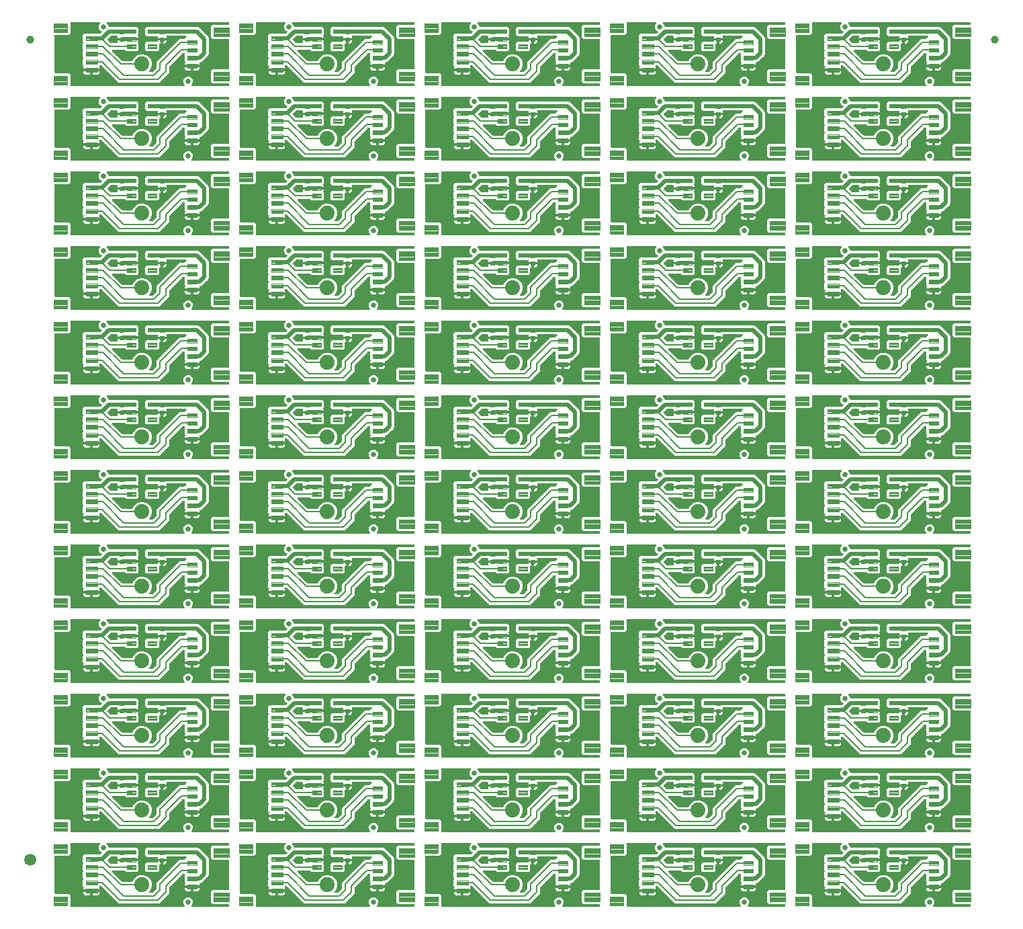
<source format=gtl>
G04 EAGLE Gerber RS-274X export*
G75*
%MOMM*%
%FSLAX34Y34*%
%LPD*%
%INTop Copper*%
%IPPOS*%
%AMOC8*
5,1,8,0,0,1.08239X$1,22.5*%
G01*
%ADD10C,0.102000*%
%ADD11C,0.096000*%
%ADD12C,1.879600*%
%ADD13C,0.099000*%
%ADD14C,0.635000*%
%ADD15C,1.000000*%
%ADD16C,1.500000*%
%ADD17C,0.508000*%
%ADD18C,0.558800*%
%ADD19C,0.203200*%

G36*
X167592Y192029D02*
X167592Y192029D01*
X167621Y192026D01*
X167732Y192049D01*
X167844Y192065D01*
X167871Y192077D01*
X167900Y192082D01*
X168000Y192135D01*
X168103Y192181D01*
X168126Y192200D01*
X168152Y192213D01*
X168234Y192291D01*
X168320Y192364D01*
X168337Y192389D01*
X168358Y192409D01*
X168415Y192507D01*
X168478Y192601D01*
X168487Y192629D01*
X168502Y192654D01*
X168530Y192764D01*
X168564Y192872D01*
X168565Y192902D01*
X168572Y192930D01*
X168568Y193043D01*
X168571Y193156D01*
X168564Y193185D01*
X168563Y193214D01*
X168528Y193322D01*
X168499Y193431D01*
X168484Y193457D01*
X168475Y193485D01*
X168430Y193549D01*
X168354Y193676D01*
X168308Y193719D01*
X168280Y193758D01*
X167444Y194595D01*
X166496Y196882D01*
X166496Y199358D01*
X167444Y201646D01*
X169194Y203396D01*
X171482Y204344D01*
X173958Y204344D01*
X176246Y203396D01*
X177996Y201646D01*
X178944Y199358D01*
X178944Y196882D01*
X177996Y194595D01*
X177160Y193758D01*
X177142Y193734D01*
X177120Y193715D01*
X177057Y193621D01*
X176989Y193531D01*
X176978Y193503D01*
X176962Y193479D01*
X176928Y193371D01*
X176887Y193265D01*
X176885Y193236D01*
X176876Y193208D01*
X176873Y193094D01*
X176864Y192982D01*
X176870Y192953D01*
X176869Y192924D01*
X176897Y192814D01*
X176920Y192703D01*
X176933Y192677D01*
X176941Y192649D01*
X176998Y192551D01*
X177051Y192451D01*
X177071Y192429D01*
X177086Y192404D01*
X177169Y192327D01*
X177247Y192245D01*
X177272Y192230D01*
X177293Y192210D01*
X177394Y192158D01*
X177492Y192101D01*
X177520Y192094D01*
X177546Y192080D01*
X177624Y192067D01*
X177767Y192031D01*
X177830Y192033D01*
X177877Y192025D01*
X223520Y192025D01*
X223578Y192033D01*
X223636Y192031D01*
X223718Y192053D01*
X223802Y192065D01*
X223855Y192088D01*
X223911Y192103D01*
X223984Y192146D01*
X224061Y192181D01*
X224106Y192219D01*
X224156Y192248D01*
X224214Y192310D01*
X224278Y192364D01*
X224310Y192413D01*
X224350Y192456D01*
X224389Y192531D01*
X224436Y192601D01*
X224453Y192657D01*
X224480Y192709D01*
X224491Y192777D01*
X224521Y192872D01*
X224524Y192972D01*
X224535Y193040D01*
X224535Y194346D01*
X224527Y194404D01*
X224529Y194462D01*
X224507Y194544D01*
X224495Y194628D01*
X224472Y194681D01*
X224457Y194737D01*
X224414Y194810D01*
X224379Y194887D01*
X224341Y194932D01*
X224312Y194982D01*
X224250Y195040D01*
X224196Y195104D01*
X224147Y195136D01*
X224104Y195176D01*
X224029Y195215D01*
X223959Y195262D01*
X223903Y195279D01*
X223851Y195306D01*
X223783Y195317D01*
X223688Y195347D01*
X223588Y195350D01*
X223520Y195361D01*
X203568Y195361D01*
X201501Y197428D01*
X201501Y211392D01*
X203568Y213459D01*
X223520Y213459D01*
X223578Y213467D01*
X223636Y213465D01*
X223718Y213487D01*
X223802Y213499D01*
X223855Y213522D01*
X223911Y213537D01*
X223984Y213580D01*
X224061Y213615D01*
X224106Y213653D01*
X224156Y213682D01*
X224214Y213744D01*
X224278Y213798D01*
X224310Y213847D01*
X224350Y213890D01*
X224389Y213965D01*
X224436Y214035D01*
X224453Y214091D01*
X224480Y214143D01*
X224491Y214211D01*
X224521Y214306D01*
X224524Y214406D01*
X224535Y214474D01*
X224535Y250346D01*
X224527Y250404D01*
X224529Y250462D01*
X224507Y250544D01*
X224495Y250628D01*
X224472Y250681D01*
X224457Y250737D01*
X224414Y250810D01*
X224379Y250887D01*
X224341Y250932D01*
X224312Y250982D01*
X224250Y251040D01*
X224196Y251104D01*
X224147Y251136D01*
X224104Y251176D01*
X224029Y251215D01*
X223959Y251262D01*
X223903Y251279D01*
X223851Y251306D01*
X223783Y251317D01*
X223688Y251347D01*
X223588Y251350D01*
X223520Y251361D01*
X203568Y251361D01*
X201501Y253428D01*
X201501Y267392D01*
X203568Y269459D01*
X223520Y269459D01*
X223578Y269467D01*
X223636Y269465D01*
X223718Y269487D01*
X223802Y269499D01*
X223855Y269522D01*
X223911Y269537D01*
X223984Y269580D01*
X224061Y269615D01*
X224106Y269653D01*
X224156Y269682D01*
X224214Y269744D01*
X224278Y269798D01*
X224310Y269847D01*
X224350Y269890D01*
X224389Y269965D01*
X224436Y270035D01*
X224453Y270091D01*
X224480Y270143D01*
X224491Y270211D01*
X224521Y270306D01*
X224524Y270406D01*
X224535Y270474D01*
X224535Y271780D01*
X224527Y271838D01*
X224529Y271896D01*
X224507Y271978D01*
X224495Y272062D01*
X224472Y272115D01*
X224457Y272171D01*
X224414Y272244D01*
X224379Y272321D01*
X224341Y272366D01*
X224312Y272416D01*
X224250Y272474D01*
X224196Y272538D01*
X224147Y272570D01*
X224104Y272610D01*
X224029Y272649D01*
X223959Y272696D01*
X223903Y272713D01*
X223851Y272740D01*
X223783Y272751D01*
X223688Y272781D01*
X223588Y272784D01*
X223520Y272795D01*
X71197Y272795D01*
X71168Y272791D01*
X71139Y272794D01*
X71028Y272771D01*
X70916Y272755D01*
X70889Y272743D01*
X70860Y272738D01*
X70760Y272685D01*
X70657Y272639D01*
X70634Y272620D01*
X70608Y272607D01*
X70526Y272529D01*
X70440Y272456D01*
X70423Y272431D01*
X70402Y272411D01*
X70345Y272313D01*
X70282Y272219D01*
X70273Y272191D01*
X70258Y272166D01*
X70230Y272056D01*
X70196Y271948D01*
X70195Y271918D01*
X70188Y271890D01*
X70192Y271777D01*
X70189Y271664D01*
X70196Y271635D01*
X70197Y271606D01*
X70232Y271498D01*
X70261Y271389D01*
X70276Y271363D01*
X70285Y271335D01*
X70330Y271271D01*
X70406Y271144D01*
X70452Y271101D01*
X70480Y271062D01*
X71316Y270225D01*
X72264Y267938D01*
X72264Y267509D01*
X72272Y267451D01*
X72270Y267393D01*
X72292Y267311D01*
X72304Y267227D01*
X72327Y267174D01*
X72342Y267118D01*
X72385Y267045D01*
X72420Y266968D01*
X72458Y266923D01*
X72487Y266873D01*
X72549Y266815D01*
X72603Y266751D01*
X72652Y266719D01*
X72695Y266679D01*
X72770Y266640D01*
X72840Y266593D01*
X72896Y266576D01*
X72948Y266549D01*
X73016Y266538D01*
X73111Y266508D01*
X73211Y266505D01*
X73279Y266494D01*
X84055Y266494D01*
X84142Y266506D01*
X84229Y266509D01*
X84282Y266526D01*
X84337Y266534D01*
X84417Y266569D01*
X84500Y266596D01*
X84539Y266624D01*
X84596Y266650D01*
X84709Y266746D01*
X84773Y266791D01*
X84936Y266954D01*
X92864Y266954D01*
X92975Y266843D01*
X93021Y266808D01*
X93062Y266765D01*
X93134Y266723D01*
X93202Y266672D01*
X93257Y266651D01*
X93307Y266622D01*
X93389Y266601D01*
X93468Y266571D01*
X93526Y266566D01*
X93583Y266552D01*
X93667Y266554D01*
X93751Y266547D01*
X93808Y266559D01*
X93867Y266561D01*
X93947Y266587D01*
X94030Y266603D01*
X94081Y266630D01*
X94137Y266648D01*
X94193Y266688D01*
X94282Y266734D01*
X94308Y266759D01*
X108272Y266759D01*
X110348Y264683D01*
X110348Y257237D01*
X109585Y256474D01*
X109544Y256420D01*
X109496Y256372D01*
X109459Y256307D01*
X109414Y256247D01*
X109390Y256184D01*
X109357Y256124D01*
X109340Y256051D01*
X109313Y255982D01*
X109307Y255914D01*
X109292Y255847D01*
X109296Y255773D01*
X109289Y255698D01*
X109303Y255631D01*
X109306Y255563D01*
X109328Y255505D01*
X109345Y255420D01*
X109398Y255319D01*
X109424Y255249D01*
X109633Y254887D01*
X109840Y254115D01*
X109840Y252834D01*
X101658Y252834D01*
X101600Y252826D01*
X101542Y252828D01*
X101460Y252806D01*
X101377Y252794D01*
X101323Y252771D01*
X101299Y252764D01*
X101271Y252779D01*
X101203Y252790D01*
X101108Y252820D01*
X101008Y252823D01*
X100940Y252834D01*
X95456Y252834D01*
X95398Y252826D01*
X95340Y252828D01*
X95258Y252806D01*
X95174Y252794D01*
X95121Y252771D01*
X95065Y252756D01*
X94992Y252713D01*
X94915Y252678D01*
X94870Y252640D01*
X94820Y252611D01*
X94762Y252549D01*
X94698Y252495D01*
X94666Y252446D01*
X94627Y252404D01*
X89384Y252404D01*
X89326Y252396D01*
X89268Y252398D01*
X89186Y252376D01*
X89103Y252364D01*
X89049Y252341D01*
X88993Y252326D01*
X88920Y252283D01*
X88901Y252274D01*
X88855Y252305D01*
X88799Y252322D01*
X88747Y252349D01*
X88679Y252360D01*
X88584Y252390D01*
X88484Y252393D01*
X88416Y252404D01*
X83359Y252404D01*
X83359Y253797D01*
X83424Y254038D01*
X83430Y254087D01*
X83445Y254133D01*
X83447Y254227D01*
X83458Y254320D01*
X83451Y254369D01*
X83452Y254417D01*
X83428Y254508D01*
X83413Y254601D01*
X83392Y254645D01*
X83380Y254692D01*
X83332Y254773D01*
X83292Y254858D01*
X83260Y254895D01*
X83235Y254937D01*
X83166Y255001D01*
X83104Y255072D01*
X83063Y255098D01*
X83028Y255131D01*
X82944Y255174D01*
X82865Y255225D01*
X82818Y255239D01*
X82774Y255261D01*
X82701Y255273D01*
X82592Y255305D01*
X82505Y255306D01*
X82443Y255316D01*
X75680Y255316D01*
X75594Y255304D01*
X75506Y255301D01*
X75454Y255284D01*
X75399Y255276D01*
X75319Y255241D01*
X75236Y255214D01*
X75197Y255186D01*
X75140Y255160D01*
X75026Y255064D01*
X74963Y255019D01*
X71359Y251415D01*
X71324Y251369D01*
X71281Y251328D01*
X71239Y251255D01*
X71188Y251188D01*
X71167Y251133D01*
X71138Y251083D01*
X71117Y251001D01*
X71087Y250922D01*
X71082Y250864D01*
X71068Y250807D01*
X71070Y250723D01*
X71063Y250639D01*
X71075Y250582D01*
X71077Y250523D01*
X71103Y250443D01*
X71119Y250360D01*
X71146Y250308D01*
X71164Y250253D01*
X71204Y250197D01*
X71250Y250108D01*
X71319Y250036D01*
X71359Y249980D01*
X75016Y246322D01*
X75086Y246270D01*
X75150Y246210D01*
X75199Y246184D01*
X75244Y246151D01*
X75325Y246120D01*
X75403Y246080D01*
X75451Y246072D01*
X75509Y246050D01*
X75657Y246038D01*
X75734Y246025D01*
X82569Y246025D01*
X82617Y246032D01*
X82666Y246029D01*
X82757Y246051D01*
X82851Y246065D01*
X82895Y246085D01*
X82942Y246096D01*
X83024Y246142D01*
X83110Y246181D01*
X83147Y246212D01*
X83190Y246236D01*
X83255Y246304D01*
X83327Y246364D01*
X83354Y246405D01*
X83388Y246440D01*
X83432Y246523D01*
X83485Y246601D01*
X83499Y246648D01*
X83522Y246691D01*
X83542Y246783D01*
X83570Y246872D01*
X83572Y246921D01*
X83582Y246969D01*
X83575Y247043D01*
X83578Y247156D01*
X83556Y247240D01*
X83550Y247303D01*
X83359Y248013D01*
X83359Y249406D01*
X88416Y249406D01*
X88474Y249414D01*
X88532Y249412D01*
X88614Y249434D01*
X88697Y249446D01*
X88751Y249469D01*
X88807Y249484D01*
X88880Y249527D01*
X88899Y249536D01*
X88945Y249505D01*
X89001Y249488D01*
X89053Y249461D01*
X89121Y249450D01*
X89216Y249420D01*
X89316Y249417D01*
X89384Y249406D01*
X91743Y249406D01*
X91801Y249414D01*
X91859Y249412D01*
X91941Y249434D01*
X92025Y249446D01*
X92078Y249469D01*
X92134Y249484D01*
X92207Y249527D01*
X92284Y249562D01*
X92329Y249600D01*
X92379Y249629D01*
X92437Y249691D01*
X92501Y249745D01*
X92533Y249794D01*
X92573Y249837D01*
X92612Y249912D01*
X92659Y249982D01*
X92676Y250038D01*
X92701Y250086D01*
X100940Y250086D01*
X100998Y250094D01*
X101056Y250092D01*
X101138Y250114D01*
X101221Y250126D01*
X101275Y250149D01*
X101299Y250156D01*
X101327Y250141D01*
X101395Y250130D01*
X101490Y250100D01*
X101590Y250097D01*
X101658Y250086D01*
X109840Y250086D01*
X109840Y248805D01*
X109633Y248033D01*
X109424Y247671D01*
X109398Y247608D01*
X109364Y247549D01*
X109345Y247477D01*
X109317Y247407D01*
X109310Y247340D01*
X109294Y247273D01*
X109296Y247199D01*
X109288Y247125D01*
X109301Y247057D01*
X109303Y246989D01*
X109326Y246918D01*
X109339Y246845D01*
X109369Y246784D01*
X109390Y246719D01*
X109427Y246668D01*
X109465Y246590D01*
X109542Y246506D01*
X109585Y246445D01*
X110348Y245683D01*
X110348Y238237D01*
X108272Y236161D01*
X94326Y236161D01*
X92890Y237598D01*
X92820Y237650D01*
X92756Y237710D01*
X92707Y237736D01*
X92662Y237769D01*
X92581Y237800D01*
X92503Y237840D01*
X92455Y237848D01*
X92397Y237870D01*
X92249Y237882D01*
X92172Y237895D01*
X77644Y237895D01*
X77615Y237891D01*
X77586Y237894D01*
X77475Y237871D01*
X77363Y237855D01*
X77336Y237843D01*
X77307Y237838D01*
X77207Y237786D01*
X77103Y237739D01*
X77081Y237720D01*
X77055Y237707D01*
X76973Y237629D01*
X76886Y237556D01*
X76870Y237531D01*
X76849Y237511D01*
X76791Y237413D01*
X76729Y237319D01*
X76720Y237291D01*
X76705Y237266D01*
X76677Y237156D01*
X76643Y237048D01*
X76642Y237018D01*
X76635Y236990D01*
X76638Y236877D01*
X76636Y236764D01*
X76643Y236735D01*
X76644Y236706D01*
X76679Y236598D01*
X76707Y236489D01*
X76722Y236463D01*
X76731Y236435D01*
X76777Y236372D01*
X76853Y236244D01*
X76898Y236201D01*
X76926Y236162D01*
X89016Y224072D01*
X89086Y224020D01*
X89150Y223960D01*
X89199Y223934D01*
X89244Y223901D01*
X89325Y223870D01*
X89403Y223830D01*
X89451Y223822D01*
X89509Y223800D01*
X89657Y223788D01*
X89734Y223775D01*
X101833Y223775D01*
X101835Y223775D01*
X101836Y223775D01*
X101975Y223795D01*
X102115Y223815D01*
X102116Y223815D01*
X102118Y223815D01*
X102243Y223872D01*
X102374Y223931D01*
X102375Y223932D01*
X102377Y223933D01*
X102480Y224021D01*
X102591Y224114D01*
X102592Y224116D01*
X102593Y224117D01*
X102601Y224130D01*
X102749Y224351D01*
X102758Y224380D01*
X102771Y224401D01*
X103748Y226761D01*
X107249Y230262D01*
X111824Y232157D01*
X116776Y232157D01*
X121351Y230262D01*
X124852Y226761D01*
X126747Y222186D01*
X126747Y217234D01*
X124852Y212659D01*
X123730Y211538D01*
X123713Y211514D01*
X123690Y211495D01*
X123627Y211401D01*
X123559Y211311D01*
X123549Y211283D01*
X123533Y211259D01*
X123498Y211151D01*
X123458Y211045D01*
X123456Y211016D01*
X123447Y210988D01*
X123444Y210874D01*
X123435Y210762D01*
X123440Y210733D01*
X123440Y210704D01*
X123468Y210594D01*
X123490Y210483D01*
X123504Y210457D01*
X123511Y210429D01*
X123569Y210331D01*
X123621Y210231D01*
X123642Y210209D01*
X123657Y210184D01*
X123739Y210107D01*
X123817Y210025D01*
X123843Y210010D01*
X123864Y209990D01*
X123965Y209938D01*
X124062Y209881D01*
X124091Y209874D01*
X124117Y209860D01*
X124194Y209847D01*
X124338Y209811D01*
X124400Y209813D01*
X124448Y209805D01*
X127436Y209805D01*
X127522Y209817D01*
X127610Y209820D01*
X127662Y209837D01*
X127717Y209845D01*
X127797Y209880D01*
X127880Y209907D01*
X127920Y209935D01*
X127977Y209961D01*
X128090Y210057D01*
X128154Y210102D01*
X132798Y214746D01*
X132850Y214816D01*
X132910Y214880D01*
X132936Y214929D01*
X132969Y214974D01*
X133000Y215055D01*
X133040Y215133D01*
X133048Y215181D01*
X133070Y215239D01*
X133082Y215387D01*
X133095Y215464D01*
X133095Y222664D01*
X161906Y251475D01*
X167681Y251475D01*
X167768Y251487D01*
X167855Y251490D01*
X167908Y251507D01*
X167963Y251515D01*
X168043Y251550D01*
X168126Y251577D01*
X168165Y251605D01*
X168222Y251631D01*
X168335Y251727D01*
X168399Y251772D01*
X170210Y253583D01*
X170228Y253607D01*
X170250Y253626D01*
X170313Y253720D01*
X170381Y253810D01*
X170392Y253838D01*
X170408Y253862D01*
X170442Y253970D01*
X170482Y254076D01*
X170485Y254105D01*
X170494Y254133D01*
X170497Y254247D01*
X170506Y254359D01*
X170500Y254388D01*
X170501Y254417D01*
X170472Y254527D01*
X170450Y254638D01*
X170437Y254664D01*
X170429Y254692D01*
X170371Y254790D01*
X170319Y254890D01*
X170299Y254912D01*
X170284Y254937D01*
X170201Y255014D01*
X170123Y255096D01*
X170098Y255111D01*
X170077Y255131D01*
X169976Y255183D01*
X169878Y255240D01*
X169850Y255247D01*
X169824Y255261D01*
X169746Y255274D01*
X169603Y255310D01*
X169540Y255308D01*
X169492Y255316D01*
X146157Y255316D01*
X146108Y255309D01*
X146060Y255312D01*
X145968Y255290D01*
X145875Y255276D01*
X145831Y255256D01*
X145783Y255245D01*
X145702Y255199D01*
X145616Y255160D01*
X145579Y255129D01*
X145536Y255105D01*
X145470Y255037D01*
X145399Y254977D01*
X145372Y254936D01*
X145338Y254901D01*
X145293Y254818D01*
X145241Y254740D01*
X145226Y254693D01*
X145203Y254650D01*
X145184Y254558D01*
X145155Y254469D01*
X145154Y254420D01*
X145144Y254372D01*
X145151Y254298D01*
X145148Y254185D01*
X145170Y254101D01*
X145176Y254038D01*
X145241Y253797D01*
X145241Y252404D01*
X140184Y252404D01*
X140126Y252396D01*
X140068Y252398D01*
X139986Y252376D01*
X139903Y252364D01*
X139849Y252341D01*
X139793Y252326D01*
X139720Y252283D01*
X139701Y252274D01*
X139655Y252305D01*
X139599Y252322D01*
X139547Y252349D01*
X139479Y252360D01*
X139384Y252390D01*
X139284Y252393D01*
X139216Y252404D01*
X134159Y252404D01*
X134159Y253797D01*
X134182Y253883D01*
X134188Y253932D01*
X134203Y253978D01*
X134206Y254072D01*
X134217Y254165D01*
X134209Y254214D01*
X134210Y254262D01*
X134187Y254353D01*
X134172Y254446D01*
X134151Y254490D01*
X134139Y254537D01*
X134091Y254618D01*
X134051Y254703D01*
X134018Y254740D01*
X133993Y254782D01*
X133925Y254846D01*
X133863Y254917D01*
X133822Y254943D01*
X133786Y254976D01*
X133702Y255019D01*
X133623Y255070D01*
X133576Y255084D01*
X133533Y255106D01*
X133460Y255118D01*
X133351Y255150D01*
X133264Y255151D01*
X133202Y255161D01*
X120328Y255161D01*
X118252Y257237D01*
X118252Y264683D01*
X120328Y266759D01*
X134293Y266759D01*
X134320Y266734D01*
X134369Y266708D01*
X134414Y266675D01*
X134486Y266648D01*
X134525Y266625D01*
X134541Y266621D01*
X134573Y266604D01*
X134621Y266596D01*
X134679Y266574D01*
X134746Y266568D01*
X134800Y266555D01*
X134858Y266557D01*
X134904Y266549D01*
X134910Y266549D01*
X134937Y266553D01*
X134963Y266550D01*
X135019Y266562D01*
X135085Y266564D01*
X135137Y266581D01*
X135192Y266589D01*
X135223Y266603D01*
X135241Y266606D01*
X135283Y266628D01*
X135355Y266651D01*
X135394Y266679D01*
X135451Y266705D01*
X135483Y266732D01*
X135494Y266737D01*
X135526Y266768D01*
X135564Y266801D01*
X135628Y266846D01*
X135736Y266954D01*
X143664Y266954D01*
X143827Y266791D01*
X143897Y266739D01*
X143960Y266679D01*
X144010Y266653D01*
X144054Y266620D01*
X144136Y266589D01*
X144214Y266549D01*
X144261Y266541D01*
X144320Y266519D01*
X144467Y266507D01*
X144545Y266494D01*
X184707Y266494D01*
X186761Y265643D01*
X197778Y254626D01*
X198629Y252572D01*
X198629Y232568D01*
X197778Y230514D01*
X189936Y222672D01*
X187817Y221794D01*
X187725Y221781D01*
X187681Y221761D01*
X187633Y221750D01*
X187552Y221704D01*
X187466Y221665D01*
X187429Y221634D01*
X187386Y221610D01*
X187320Y221542D01*
X187249Y221482D01*
X187222Y221441D01*
X187188Y221406D01*
X187143Y221323D01*
X187091Y221245D01*
X187076Y221198D01*
X187053Y221155D01*
X187034Y221063D01*
X187005Y220974D01*
X187004Y220925D01*
X186994Y220877D01*
X187001Y220803D01*
X186998Y220690D01*
X187020Y220606D01*
X187026Y220543D01*
X187091Y220302D01*
X187091Y218909D01*
X178284Y218909D01*
X178226Y218901D01*
X178168Y218903D01*
X178086Y218881D01*
X178003Y218869D01*
X177949Y218846D01*
X177893Y218831D01*
X177820Y218788D01*
X177801Y218779D01*
X177755Y218810D01*
X177699Y218827D01*
X177647Y218854D01*
X177579Y218865D01*
X177484Y218895D01*
X177384Y218898D01*
X177316Y218909D01*
X168509Y218909D01*
X168509Y220302D01*
X168717Y221078D01*
X168933Y221451D01*
X168958Y221514D01*
X168992Y221573D01*
X169011Y221645D01*
X169039Y221714D01*
X169046Y221782D01*
X169063Y221848D01*
X169060Y221923D01*
X169068Y221997D01*
X169056Y222064D01*
X169053Y222132D01*
X169031Y222203D01*
X169017Y222277D01*
X168987Y222338D01*
X168966Y222403D01*
X168930Y222454D01*
X168891Y222532D01*
X168814Y222616D01*
X168771Y222676D01*
X168001Y223446D01*
X168001Y231374D01*
X168239Y231612D01*
X168257Y231636D01*
X168279Y231655D01*
X168342Y231749D01*
X168410Y231839D01*
X168421Y231867D01*
X168437Y231891D01*
X168471Y231999D01*
X168511Y232105D01*
X168514Y232134D01*
X168523Y232162D01*
X168526Y232275D01*
X168535Y232388D01*
X168529Y232417D01*
X168530Y232446D01*
X168501Y232556D01*
X168479Y232667D01*
X168466Y232693D01*
X168458Y232721D01*
X168400Y232819D01*
X168348Y232919D01*
X168328Y232941D01*
X168313Y232966D01*
X168230Y233043D01*
X168152Y233125D01*
X168127Y233140D01*
X168106Y233160D01*
X168005Y233212D01*
X167907Y233269D01*
X167879Y233276D01*
X167853Y233290D01*
X167775Y233303D01*
X167632Y233339D01*
X167569Y233337D01*
X167521Y233345D01*
X165854Y233345D01*
X165768Y233333D01*
X165680Y233330D01*
X165627Y233313D01*
X165573Y233305D01*
X165493Y233270D01*
X165410Y233243D01*
X165370Y233215D01*
X165313Y233189D01*
X165200Y233093D01*
X165136Y233048D01*
X149142Y217054D01*
X149090Y216984D01*
X149030Y216920D01*
X149004Y216871D01*
X148971Y216827D01*
X148940Y216745D01*
X148900Y216667D01*
X148892Y216619D01*
X148870Y216561D01*
X148858Y216413D01*
X148845Y216336D01*
X148845Y209136D01*
X138982Y199274D01*
X138982Y199273D01*
X136304Y196595D01*
X84676Y196595D01*
X63224Y218048D01*
X63154Y218100D01*
X63090Y218160D01*
X63041Y218186D01*
X62996Y218219D01*
X62915Y218250D01*
X62837Y218290D01*
X62789Y218298D01*
X62731Y218320D01*
X62583Y218332D01*
X62506Y218345D01*
X61919Y218345D01*
X61832Y218333D01*
X61745Y218330D01*
X61692Y218313D01*
X61637Y218305D01*
X61557Y218270D01*
X61474Y218243D01*
X61435Y218215D01*
X61378Y218189D01*
X61264Y218093D01*
X61201Y218048D01*
X60829Y217676D01*
X60788Y217622D01*
X60739Y217574D01*
X60703Y217508D01*
X60658Y217449D01*
X60634Y217385D01*
X60600Y217326D01*
X60583Y217253D01*
X60557Y217183D01*
X60551Y217115D01*
X60536Y217049D01*
X60539Y216974D01*
X60533Y216900D01*
X60547Y216833D01*
X60550Y216765D01*
X60572Y216706D01*
X60589Y216621D01*
X60641Y216520D01*
X60667Y216450D01*
X60883Y216078D01*
X61091Y215302D01*
X61091Y213909D01*
X51284Y213909D01*
X51226Y213901D01*
X51168Y213903D01*
X51086Y213881D01*
X51003Y213869D01*
X50949Y213846D01*
X50893Y213831D01*
X50820Y213788D01*
X50801Y213779D01*
X50755Y213810D01*
X50699Y213827D01*
X50647Y213854D01*
X50579Y213865D01*
X50484Y213895D01*
X50384Y213898D01*
X50316Y213909D01*
X40509Y213909D01*
X40509Y215302D01*
X40717Y216078D01*
X40933Y216450D01*
X40958Y216514D01*
X40992Y216573D01*
X41011Y216645D01*
X41039Y216714D01*
X41046Y216782D01*
X41063Y216848D01*
X41060Y216923D01*
X41068Y216997D01*
X41056Y217064D01*
X41054Y217132D01*
X41031Y217203D01*
X41017Y217277D01*
X40987Y217338D01*
X40966Y217403D01*
X40930Y217454D01*
X40891Y217532D01*
X40814Y217616D01*
X40771Y217676D01*
X40001Y218446D01*
X40001Y226374D01*
X40319Y226692D01*
X40354Y226739D01*
X40397Y226779D01*
X40440Y226852D01*
X40490Y226919D01*
X40511Y226974D01*
X40541Y227024D01*
X40561Y227106D01*
X40591Y227185D01*
X40596Y227243D01*
X40611Y227300D01*
X40608Y227384D01*
X40615Y227468D01*
X40603Y227526D01*
X40602Y227584D01*
X40576Y227664D01*
X40559Y227747D01*
X40532Y227799D01*
X40514Y227855D01*
X40474Y227911D01*
X40428Y227999D01*
X40359Y228072D01*
X40319Y228128D01*
X40001Y228446D01*
X40001Y236374D01*
X40319Y236692D01*
X40354Y236739D01*
X40397Y236779D01*
X40440Y236852D01*
X40490Y236919D01*
X40511Y236974D01*
X40541Y237024D01*
X40561Y237106D01*
X40591Y237185D01*
X40596Y237243D01*
X40611Y237300D01*
X40608Y237384D01*
X40615Y237468D01*
X40603Y237526D01*
X40602Y237584D01*
X40576Y237664D01*
X40559Y237747D01*
X40532Y237799D01*
X40514Y237855D01*
X40474Y237911D01*
X40428Y237999D01*
X40359Y238072D01*
X40319Y238128D01*
X40001Y238446D01*
X40001Y246374D01*
X40319Y246692D01*
X40354Y246739D01*
X40397Y246779D01*
X40440Y246852D01*
X40490Y246919D01*
X40511Y246974D01*
X40541Y247024D01*
X40561Y247106D01*
X40591Y247185D01*
X40596Y247243D01*
X40611Y247300D01*
X40608Y247384D01*
X40615Y247468D01*
X40603Y247526D01*
X40602Y247584D01*
X40576Y247664D01*
X40559Y247747D01*
X40532Y247799D01*
X40514Y247855D01*
X40474Y247911D01*
X40428Y247999D01*
X40359Y248072D01*
X40319Y248128D01*
X40001Y248446D01*
X40001Y256374D01*
X42086Y258459D01*
X59514Y258459D01*
X59677Y258296D01*
X59746Y258244D01*
X59810Y258184D01*
X59860Y258158D01*
X59904Y258125D01*
X59986Y258094D01*
X60064Y258054D01*
X60111Y258046D01*
X60170Y258024D01*
X60317Y258012D01*
X60395Y257999D01*
X61715Y257999D01*
X61801Y258011D01*
X61889Y258014D01*
X61941Y258031D01*
X61996Y258039D01*
X62076Y258074D01*
X62159Y258101D01*
X62198Y258129D01*
X62255Y258155D01*
X62369Y258251D01*
X62432Y258296D01*
X63594Y259457D01*
X63663Y259549D01*
X63737Y259637D01*
X63748Y259662D01*
X63765Y259685D01*
X63806Y259792D01*
X63852Y259897D01*
X63856Y259924D01*
X63866Y259950D01*
X63875Y260065D01*
X63891Y260178D01*
X63887Y260206D01*
X63889Y260233D01*
X63867Y260346D01*
X63850Y260460D01*
X63839Y260485D01*
X63834Y260512D01*
X63781Y260614D01*
X63733Y260719D01*
X63715Y260740D01*
X63703Y260765D01*
X63623Y260848D01*
X63549Y260935D01*
X63528Y260948D01*
X63507Y260971D01*
X63277Y261105D01*
X63264Y261113D01*
X62515Y261424D01*
X60764Y263174D01*
X59816Y265462D01*
X59816Y267938D01*
X60764Y270225D01*
X61600Y271062D01*
X61618Y271086D01*
X61640Y271105D01*
X61703Y271199D01*
X61771Y271289D01*
X61782Y271317D01*
X61798Y271341D01*
X61832Y271449D01*
X61873Y271555D01*
X61875Y271584D01*
X61884Y271612D01*
X61887Y271726D01*
X61896Y271838D01*
X61890Y271867D01*
X61891Y271896D01*
X61863Y272006D01*
X61840Y272117D01*
X61827Y272143D01*
X61819Y272171D01*
X61762Y272269D01*
X61709Y272369D01*
X61689Y272391D01*
X61674Y272416D01*
X61591Y272493D01*
X61513Y272575D01*
X61488Y272590D01*
X61467Y272610D01*
X61366Y272662D01*
X61268Y272719D01*
X61240Y272726D01*
X61214Y272740D01*
X61136Y272753D01*
X60993Y272789D01*
X60930Y272787D01*
X60883Y272795D01*
X25114Y272795D01*
X25056Y272787D01*
X24998Y272789D01*
X24916Y272767D01*
X24832Y272755D01*
X24779Y272732D01*
X24723Y272717D01*
X24650Y272674D01*
X24573Y272639D01*
X24528Y272601D01*
X24478Y272572D01*
X24420Y272510D01*
X24356Y272456D01*
X24324Y272407D01*
X24284Y272364D01*
X24245Y272289D01*
X24198Y272219D01*
X24181Y272163D01*
X24154Y272111D01*
X24143Y272043D01*
X24113Y271948D01*
X24110Y271848D01*
X24099Y271780D01*
X24099Y258428D01*
X22032Y256361D01*
X5080Y256361D01*
X5022Y256353D01*
X4964Y256355D01*
X4882Y256333D01*
X4798Y256321D01*
X4745Y256298D01*
X4689Y256283D01*
X4616Y256240D01*
X4539Y256205D01*
X4494Y256167D01*
X4444Y256138D01*
X4386Y256076D01*
X4322Y256022D01*
X4290Y255973D01*
X4250Y255930D01*
X4211Y255855D01*
X4164Y255785D01*
X4147Y255729D01*
X4120Y255677D01*
X4109Y255609D01*
X4079Y255514D01*
X4076Y255414D01*
X4065Y255346D01*
X4065Y209474D01*
X4073Y209416D01*
X4071Y209358D01*
X4093Y209276D01*
X4105Y209192D01*
X4128Y209139D01*
X4143Y209083D01*
X4186Y209010D01*
X4221Y208933D01*
X4259Y208888D01*
X4288Y208838D01*
X4350Y208780D01*
X4404Y208716D01*
X4453Y208684D01*
X4496Y208644D01*
X4571Y208605D01*
X4641Y208558D01*
X4697Y208541D01*
X4749Y208514D01*
X4817Y208503D01*
X4912Y208473D01*
X5012Y208470D01*
X5080Y208459D01*
X22032Y208459D01*
X24099Y206392D01*
X24099Y193040D01*
X24107Y192982D01*
X24105Y192924D01*
X24127Y192842D01*
X24139Y192758D01*
X24162Y192705D01*
X24177Y192649D01*
X24220Y192576D01*
X24255Y192499D01*
X24293Y192454D01*
X24322Y192404D01*
X24384Y192346D01*
X24438Y192282D01*
X24487Y192250D01*
X24530Y192210D01*
X24605Y192171D01*
X24675Y192124D01*
X24731Y192107D01*
X24783Y192080D01*
X24851Y192069D01*
X24946Y192039D01*
X25046Y192036D01*
X25114Y192025D01*
X167563Y192025D01*
X167592Y192029D01*
G37*
G36*
X401272Y849889D02*
X401272Y849889D01*
X401301Y849886D01*
X401412Y849909D01*
X401524Y849925D01*
X401551Y849937D01*
X401580Y849942D01*
X401680Y849995D01*
X401783Y850041D01*
X401806Y850060D01*
X401832Y850073D01*
X401914Y850151D01*
X402000Y850224D01*
X402017Y850249D01*
X402038Y850269D01*
X402095Y850367D01*
X402158Y850461D01*
X402167Y850489D01*
X402182Y850514D01*
X402210Y850624D01*
X402244Y850732D01*
X402245Y850762D01*
X402252Y850790D01*
X402248Y850903D01*
X402251Y851016D01*
X402244Y851045D01*
X402243Y851074D01*
X402208Y851182D01*
X402179Y851291D01*
X402164Y851317D01*
X402155Y851345D01*
X402110Y851409D01*
X402034Y851536D01*
X401988Y851579D01*
X401960Y851618D01*
X401124Y852455D01*
X400176Y854742D01*
X400176Y857218D01*
X401124Y859506D01*
X402874Y861256D01*
X405162Y862204D01*
X407638Y862204D01*
X409926Y861256D01*
X411676Y859506D01*
X412624Y857218D01*
X412624Y854742D01*
X411676Y852455D01*
X410840Y851618D01*
X410822Y851594D01*
X410800Y851575D01*
X410737Y851481D01*
X410669Y851391D01*
X410658Y851363D01*
X410642Y851339D01*
X410608Y851231D01*
X410567Y851125D01*
X410565Y851096D01*
X410556Y851068D01*
X410553Y850954D01*
X410544Y850842D01*
X410550Y850813D01*
X410549Y850784D01*
X410577Y850674D01*
X410600Y850563D01*
X410613Y850537D01*
X410621Y850509D01*
X410678Y850411D01*
X410731Y850311D01*
X410751Y850289D01*
X410766Y850264D01*
X410849Y850187D01*
X410927Y850105D01*
X410952Y850090D01*
X410973Y850070D01*
X411074Y850018D01*
X411172Y849961D01*
X411200Y849954D01*
X411226Y849940D01*
X411304Y849927D01*
X411447Y849891D01*
X411510Y849893D01*
X411557Y849885D01*
X457200Y849885D01*
X457258Y849893D01*
X457316Y849891D01*
X457398Y849913D01*
X457482Y849925D01*
X457535Y849948D01*
X457591Y849963D01*
X457664Y850006D01*
X457741Y850041D01*
X457786Y850079D01*
X457836Y850108D01*
X457894Y850170D01*
X457958Y850224D01*
X457990Y850273D01*
X458030Y850316D01*
X458069Y850391D01*
X458116Y850461D01*
X458133Y850517D01*
X458160Y850569D01*
X458171Y850637D01*
X458201Y850732D01*
X458204Y850832D01*
X458215Y850900D01*
X458215Y852206D01*
X458207Y852264D01*
X458209Y852322D01*
X458187Y852404D01*
X458175Y852488D01*
X458152Y852541D01*
X458137Y852597D01*
X458094Y852670D01*
X458059Y852747D01*
X458021Y852792D01*
X457992Y852842D01*
X457930Y852900D01*
X457876Y852964D01*
X457827Y852996D01*
X457784Y853036D01*
X457709Y853075D01*
X457639Y853122D01*
X457583Y853139D01*
X457531Y853166D01*
X457463Y853177D01*
X457368Y853207D01*
X457268Y853210D01*
X457200Y853221D01*
X437248Y853221D01*
X435181Y855288D01*
X435181Y869252D01*
X437248Y871319D01*
X457200Y871319D01*
X457258Y871327D01*
X457316Y871325D01*
X457398Y871347D01*
X457482Y871359D01*
X457535Y871382D01*
X457591Y871397D01*
X457664Y871440D01*
X457741Y871475D01*
X457786Y871513D01*
X457836Y871542D01*
X457894Y871604D01*
X457958Y871658D01*
X457990Y871707D01*
X458030Y871750D01*
X458069Y871825D01*
X458116Y871895D01*
X458133Y871951D01*
X458160Y872003D01*
X458171Y872071D01*
X458201Y872166D01*
X458204Y872266D01*
X458215Y872334D01*
X458215Y908206D01*
X458207Y908264D01*
X458209Y908322D01*
X458187Y908404D01*
X458175Y908488D01*
X458152Y908541D01*
X458137Y908597D01*
X458094Y908670D01*
X458059Y908747D01*
X458021Y908792D01*
X457992Y908842D01*
X457930Y908900D01*
X457876Y908964D01*
X457827Y908996D01*
X457784Y909036D01*
X457709Y909075D01*
X457639Y909122D01*
X457583Y909139D01*
X457531Y909166D01*
X457463Y909177D01*
X457368Y909207D01*
X457268Y909210D01*
X457200Y909221D01*
X437248Y909221D01*
X435181Y911288D01*
X435181Y925252D01*
X437248Y927319D01*
X457200Y927319D01*
X457258Y927327D01*
X457316Y927325D01*
X457398Y927347D01*
X457482Y927359D01*
X457535Y927382D01*
X457591Y927397D01*
X457664Y927440D01*
X457741Y927475D01*
X457786Y927513D01*
X457836Y927542D01*
X457894Y927604D01*
X457958Y927658D01*
X457990Y927707D01*
X458030Y927750D01*
X458069Y927825D01*
X458116Y927895D01*
X458133Y927951D01*
X458160Y928003D01*
X458171Y928071D01*
X458201Y928166D01*
X458204Y928266D01*
X458215Y928334D01*
X458215Y929640D01*
X458207Y929698D01*
X458209Y929756D01*
X458187Y929838D01*
X458175Y929922D01*
X458152Y929975D01*
X458137Y930031D01*
X458094Y930104D01*
X458059Y930181D01*
X458021Y930226D01*
X457992Y930276D01*
X457930Y930334D01*
X457876Y930398D01*
X457827Y930430D01*
X457784Y930470D01*
X457709Y930509D01*
X457639Y930556D01*
X457583Y930573D01*
X457531Y930600D01*
X457463Y930611D01*
X457368Y930641D01*
X457268Y930644D01*
X457200Y930655D01*
X304877Y930655D01*
X304848Y930651D01*
X304819Y930654D01*
X304708Y930631D01*
X304596Y930615D01*
X304569Y930603D01*
X304540Y930598D01*
X304440Y930545D01*
X304337Y930499D01*
X304314Y930480D01*
X304288Y930467D01*
X304206Y930389D01*
X304120Y930316D01*
X304103Y930291D01*
X304082Y930271D01*
X304025Y930173D01*
X303962Y930079D01*
X303953Y930051D01*
X303938Y930026D01*
X303910Y929916D01*
X303876Y929808D01*
X303875Y929778D01*
X303868Y929750D01*
X303872Y929637D01*
X303869Y929524D01*
X303876Y929495D01*
X303877Y929466D01*
X303912Y929358D01*
X303941Y929249D01*
X303956Y929223D01*
X303965Y929195D01*
X304010Y929131D01*
X304086Y929004D01*
X304132Y928961D01*
X304160Y928922D01*
X304996Y928085D01*
X305944Y925798D01*
X305944Y925369D01*
X305952Y925311D01*
X305950Y925253D01*
X305972Y925171D01*
X305984Y925087D01*
X306007Y925034D01*
X306022Y924978D01*
X306065Y924905D01*
X306100Y924828D01*
X306138Y924783D01*
X306167Y924733D01*
X306229Y924675D01*
X306283Y924611D01*
X306332Y924579D01*
X306375Y924539D01*
X306450Y924500D01*
X306520Y924453D01*
X306576Y924436D01*
X306628Y924409D01*
X306696Y924398D01*
X306791Y924368D01*
X306891Y924365D01*
X306959Y924354D01*
X317735Y924354D01*
X317822Y924366D01*
X317909Y924369D01*
X317962Y924386D01*
X318017Y924394D01*
X318097Y924429D01*
X318180Y924456D01*
X318219Y924484D01*
X318276Y924510D01*
X318389Y924606D01*
X318453Y924651D01*
X318616Y924814D01*
X326544Y924814D01*
X326655Y924703D01*
X326701Y924668D01*
X326742Y924625D01*
X326814Y924583D01*
X326882Y924532D01*
X326937Y924511D01*
X326987Y924482D01*
X327069Y924461D01*
X327148Y924431D01*
X327206Y924426D01*
X327263Y924412D01*
X327347Y924414D01*
X327431Y924407D01*
X327488Y924419D01*
X327547Y924421D01*
X327627Y924447D01*
X327710Y924463D01*
X327761Y924490D01*
X327817Y924508D01*
X327873Y924548D01*
X327962Y924594D01*
X327988Y924619D01*
X341952Y924619D01*
X344028Y922543D01*
X344028Y915097D01*
X343265Y914334D01*
X343224Y914280D01*
X343176Y914232D01*
X343139Y914167D01*
X343094Y914107D01*
X343070Y914044D01*
X343037Y913984D01*
X343020Y913911D01*
X342993Y913842D01*
X342987Y913774D01*
X342972Y913707D01*
X342976Y913633D01*
X342969Y913558D01*
X342983Y913491D01*
X342986Y913423D01*
X343008Y913365D01*
X343025Y913280D01*
X343078Y913179D01*
X343104Y913109D01*
X343313Y912747D01*
X343520Y911975D01*
X343520Y910694D01*
X335338Y910694D01*
X335280Y910686D01*
X335222Y910688D01*
X335140Y910666D01*
X335057Y910654D01*
X335003Y910631D01*
X334979Y910624D01*
X334951Y910639D01*
X334883Y910650D01*
X334788Y910680D01*
X334688Y910683D01*
X334620Y910694D01*
X329136Y910694D01*
X329078Y910686D01*
X329020Y910688D01*
X328938Y910666D01*
X328854Y910654D01*
X328801Y910631D01*
X328745Y910616D01*
X328672Y910573D01*
X328595Y910538D01*
X328550Y910500D01*
X328500Y910471D01*
X328442Y910409D01*
X328378Y910355D01*
X328346Y910306D01*
X328307Y910264D01*
X323064Y910264D01*
X323006Y910256D01*
X322948Y910258D01*
X322866Y910236D01*
X322783Y910224D01*
X322729Y910201D01*
X322673Y910186D01*
X322600Y910143D01*
X322581Y910134D01*
X322535Y910165D01*
X322479Y910182D01*
X322427Y910209D01*
X322359Y910220D01*
X322264Y910250D01*
X322164Y910253D01*
X322096Y910264D01*
X317039Y910264D01*
X317039Y911657D01*
X317104Y911898D01*
X317110Y911947D01*
X317125Y911993D01*
X317127Y912087D01*
X317138Y912180D01*
X317131Y912229D01*
X317132Y912277D01*
X317108Y912368D01*
X317093Y912461D01*
X317072Y912505D01*
X317060Y912552D01*
X317012Y912633D01*
X316972Y912718D01*
X316940Y912755D01*
X316915Y912797D01*
X316846Y912861D01*
X316784Y912932D01*
X316743Y912958D01*
X316708Y912991D01*
X316624Y913034D01*
X316545Y913085D01*
X316498Y913099D01*
X316454Y913121D01*
X316381Y913133D01*
X316272Y913165D01*
X316185Y913166D01*
X316123Y913176D01*
X309360Y913176D01*
X309274Y913164D01*
X309186Y913161D01*
X309134Y913144D01*
X309079Y913136D01*
X308999Y913101D01*
X308916Y913074D01*
X308877Y913046D01*
X308820Y913020D01*
X308706Y912924D01*
X308643Y912879D01*
X305039Y909275D01*
X305004Y909229D01*
X304961Y909188D01*
X304919Y909115D01*
X304868Y909048D01*
X304847Y908993D01*
X304818Y908943D01*
X304797Y908861D01*
X304767Y908782D01*
X304762Y908724D01*
X304748Y908667D01*
X304750Y908583D01*
X304743Y908499D01*
X304755Y908442D01*
X304757Y908383D01*
X304783Y908303D01*
X304799Y908220D01*
X304826Y908168D01*
X304844Y908113D01*
X304884Y908057D01*
X304930Y907968D01*
X304999Y907896D01*
X305039Y907840D01*
X308696Y904182D01*
X308766Y904130D01*
X308830Y904070D01*
X308879Y904044D01*
X308924Y904011D01*
X309005Y903980D01*
X309083Y903940D01*
X309131Y903932D01*
X309189Y903910D01*
X309337Y903898D01*
X309414Y903885D01*
X316249Y903885D01*
X316297Y903892D01*
X316346Y903889D01*
X316437Y903911D01*
X316531Y903925D01*
X316575Y903945D01*
X316622Y903956D01*
X316704Y904002D01*
X316790Y904041D01*
X316827Y904072D01*
X316870Y904096D01*
X316935Y904164D01*
X317007Y904224D01*
X317034Y904265D01*
X317068Y904300D01*
X317112Y904383D01*
X317165Y904461D01*
X317179Y904508D01*
X317202Y904551D01*
X317222Y904643D01*
X317250Y904732D01*
X317252Y904781D01*
X317262Y904829D01*
X317255Y904903D01*
X317258Y905016D01*
X317236Y905100D01*
X317230Y905163D01*
X317039Y905873D01*
X317039Y907266D01*
X322096Y907266D01*
X322154Y907274D01*
X322212Y907272D01*
X322294Y907294D01*
X322377Y907306D01*
X322431Y907329D01*
X322487Y907344D01*
X322560Y907387D01*
X322579Y907396D01*
X322625Y907365D01*
X322681Y907348D01*
X322733Y907321D01*
X322801Y907310D01*
X322896Y907280D01*
X322996Y907277D01*
X323064Y907266D01*
X325423Y907266D01*
X325481Y907274D01*
X325539Y907272D01*
X325621Y907294D01*
X325705Y907306D01*
X325758Y907329D01*
X325814Y907344D01*
X325887Y907387D01*
X325964Y907422D01*
X326009Y907460D01*
X326059Y907489D01*
X326117Y907551D01*
X326181Y907605D01*
X326213Y907654D01*
X326253Y907697D01*
X326292Y907772D01*
X326339Y907842D01*
X326356Y907898D01*
X326381Y907946D01*
X334620Y907946D01*
X334678Y907954D01*
X334736Y907952D01*
X334818Y907974D01*
X334901Y907986D01*
X334955Y908009D01*
X334979Y908016D01*
X335007Y908001D01*
X335075Y907990D01*
X335170Y907960D01*
X335270Y907957D01*
X335338Y907946D01*
X343520Y907946D01*
X343520Y906665D01*
X343313Y905893D01*
X343104Y905531D01*
X343078Y905468D01*
X343044Y905409D01*
X343025Y905337D01*
X342997Y905267D01*
X342990Y905200D01*
X342974Y905133D01*
X342976Y905059D01*
X342968Y904985D01*
X342981Y904917D01*
X342983Y904849D01*
X343006Y904778D01*
X343019Y904705D01*
X343049Y904644D01*
X343070Y904579D01*
X343107Y904528D01*
X343145Y904450D01*
X343222Y904366D01*
X343265Y904305D01*
X344028Y903543D01*
X344028Y896097D01*
X341952Y894021D01*
X328006Y894021D01*
X326570Y895458D01*
X326500Y895510D01*
X326436Y895570D01*
X326387Y895596D01*
X326342Y895629D01*
X326261Y895660D01*
X326183Y895700D01*
X326135Y895708D01*
X326077Y895730D01*
X325929Y895742D01*
X325852Y895755D01*
X311324Y895755D01*
X311295Y895751D01*
X311266Y895754D01*
X311155Y895731D01*
X311043Y895715D01*
X311016Y895703D01*
X310987Y895698D01*
X310887Y895646D01*
X310783Y895599D01*
X310761Y895580D01*
X310735Y895567D01*
X310653Y895489D01*
X310566Y895416D01*
X310550Y895391D01*
X310529Y895371D01*
X310471Y895273D01*
X310409Y895179D01*
X310400Y895151D01*
X310385Y895126D01*
X310357Y895016D01*
X310323Y894908D01*
X310322Y894878D01*
X310315Y894850D01*
X310318Y894737D01*
X310316Y894624D01*
X310323Y894595D01*
X310324Y894566D01*
X310359Y894458D01*
X310387Y894349D01*
X310402Y894323D01*
X310411Y894295D01*
X310457Y894232D01*
X310533Y894104D01*
X310578Y894061D01*
X310606Y894022D01*
X322696Y881932D01*
X322766Y881880D01*
X322830Y881820D01*
X322879Y881794D01*
X322924Y881761D01*
X323005Y881730D01*
X323083Y881690D01*
X323131Y881682D01*
X323189Y881660D01*
X323337Y881648D01*
X323414Y881635D01*
X335513Y881635D01*
X335515Y881635D01*
X335516Y881635D01*
X335655Y881655D01*
X335795Y881675D01*
X335796Y881675D01*
X335798Y881675D01*
X335923Y881732D01*
X336054Y881791D01*
X336055Y881792D01*
X336057Y881793D01*
X336160Y881881D01*
X336271Y881974D01*
X336272Y881976D01*
X336273Y881977D01*
X336281Y881990D01*
X336429Y882211D01*
X336438Y882240D01*
X336451Y882261D01*
X337428Y884621D01*
X340929Y888122D01*
X345504Y890017D01*
X350456Y890017D01*
X355031Y888122D01*
X358532Y884621D01*
X360427Y880046D01*
X360427Y875094D01*
X358532Y870519D01*
X357410Y869398D01*
X357393Y869374D01*
X357370Y869355D01*
X357307Y869261D01*
X357239Y869171D01*
X357229Y869143D01*
X357213Y869119D01*
X357178Y869011D01*
X357138Y868905D01*
X357136Y868876D01*
X357127Y868848D01*
X357124Y868734D01*
X357115Y868622D01*
X357120Y868593D01*
X357120Y868564D01*
X357148Y868454D01*
X357170Y868343D01*
X357184Y868317D01*
X357191Y868289D01*
X357249Y868191D01*
X357301Y868091D01*
X357322Y868069D01*
X357337Y868044D01*
X357419Y867967D01*
X357497Y867885D01*
X357523Y867870D01*
X357544Y867850D01*
X357645Y867798D01*
X357742Y867741D01*
X357771Y867734D01*
X357797Y867720D01*
X357874Y867707D01*
X358018Y867671D01*
X358080Y867673D01*
X358128Y867665D01*
X361116Y867665D01*
X361202Y867677D01*
X361290Y867680D01*
X361342Y867697D01*
X361397Y867705D01*
X361477Y867740D01*
X361560Y867767D01*
X361600Y867795D01*
X361657Y867821D01*
X361770Y867917D01*
X361834Y867962D01*
X366478Y872606D01*
X366530Y872676D01*
X366590Y872740D01*
X366616Y872789D01*
X366649Y872834D01*
X366680Y872915D01*
X366720Y872993D01*
X366728Y873041D01*
X366750Y873099D01*
X366762Y873247D01*
X366775Y873324D01*
X366775Y880524D01*
X395586Y909335D01*
X401361Y909335D01*
X401448Y909347D01*
X401535Y909350D01*
X401588Y909367D01*
X401643Y909375D01*
X401723Y909410D01*
X401806Y909437D01*
X401845Y909465D01*
X401902Y909491D01*
X402015Y909587D01*
X402079Y909632D01*
X403890Y911443D01*
X403908Y911467D01*
X403930Y911486D01*
X403993Y911580D01*
X404061Y911670D01*
X404072Y911698D01*
X404088Y911722D01*
X404122Y911830D01*
X404162Y911936D01*
X404165Y911965D01*
X404174Y911993D01*
X404177Y912107D01*
X404186Y912219D01*
X404180Y912248D01*
X404181Y912277D01*
X404152Y912387D01*
X404130Y912498D01*
X404117Y912524D01*
X404109Y912552D01*
X404051Y912650D01*
X403999Y912750D01*
X403979Y912772D01*
X403964Y912797D01*
X403881Y912874D01*
X403803Y912956D01*
X403778Y912971D01*
X403757Y912991D01*
X403656Y913043D01*
X403558Y913100D01*
X403530Y913107D01*
X403504Y913121D01*
X403426Y913134D01*
X403283Y913170D01*
X403220Y913168D01*
X403172Y913176D01*
X379837Y913176D01*
X379788Y913169D01*
X379740Y913172D01*
X379648Y913150D01*
X379555Y913136D01*
X379511Y913116D01*
X379463Y913105D01*
X379382Y913059D01*
X379296Y913020D01*
X379259Y912989D01*
X379216Y912965D01*
X379150Y912897D01*
X379079Y912837D01*
X379052Y912796D01*
X379018Y912761D01*
X378973Y912678D01*
X378921Y912600D01*
X378906Y912553D01*
X378883Y912510D01*
X378864Y912418D01*
X378835Y912329D01*
X378834Y912280D01*
X378824Y912232D01*
X378831Y912158D01*
X378828Y912045D01*
X378850Y911961D01*
X378856Y911898D01*
X378921Y911657D01*
X378921Y910264D01*
X373864Y910264D01*
X373806Y910256D01*
X373748Y910258D01*
X373666Y910236D01*
X373583Y910224D01*
X373529Y910201D01*
X373473Y910186D01*
X373400Y910143D01*
X373381Y910134D01*
X373335Y910165D01*
X373279Y910182D01*
X373227Y910209D01*
X373159Y910220D01*
X373064Y910250D01*
X372964Y910253D01*
X372896Y910264D01*
X367839Y910264D01*
X367839Y911657D01*
X367862Y911743D01*
X367868Y911792D01*
X367883Y911838D01*
X367886Y911932D01*
X367897Y912025D01*
X367889Y912074D01*
X367890Y912122D01*
X367867Y912213D01*
X367852Y912306D01*
X367831Y912350D01*
X367819Y912397D01*
X367771Y912478D01*
X367731Y912563D01*
X367698Y912600D01*
X367673Y912642D01*
X367605Y912706D01*
X367543Y912777D01*
X367502Y912803D01*
X367466Y912836D01*
X367382Y912879D01*
X367303Y912930D01*
X367256Y912944D01*
X367213Y912966D01*
X367140Y912978D01*
X367031Y913010D01*
X366944Y913011D01*
X366882Y913021D01*
X354008Y913021D01*
X351932Y915097D01*
X351932Y922543D01*
X354008Y924619D01*
X367973Y924619D01*
X368000Y924594D01*
X368049Y924568D01*
X368094Y924535D01*
X368166Y924508D01*
X368205Y924485D01*
X368221Y924481D01*
X368253Y924464D01*
X368301Y924456D01*
X368359Y924434D01*
X368426Y924428D01*
X368480Y924415D01*
X368538Y924417D01*
X368584Y924409D01*
X368590Y924409D01*
X368617Y924413D01*
X368643Y924410D01*
X368699Y924422D01*
X368765Y924424D01*
X368817Y924441D01*
X368872Y924449D01*
X368903Y924463D01*
X368921Y924466D01*
X368963Y924488D01*
X369035Y924511D01*
X369074Y924539D01*
X369131Y924565D01*
X369163Y924592D01*
X369174Y924597D01*
X369206Y924628D01*
X369244Y924661D01*
X369308Y924706D01*
X369416Y924814D01*
X377344Y924814D01*
X377507Y924651D01*
X377577Y924599D01*
X377640Y924539D01*
X377690Y924513D01*
X377734Y924480D01*
X377816Y924449D01*
X377894Y924409D01*
X377941Y924401D01*
X378000Y924379D01*
X378147Y924367D01*
X378225Y924354D01*
X418387Y924354D01*
X420441Y923503D01*
X431458Y912486D01*
X432309Y910432D01*
X432309Y890428D01*
X431458Y888374D01*
X423616Y880532D01*
X421497Y879654D01*
X421405Y879641D01*
X421361Y879621D01*
X421313Y879610D01*
X421232Y879564D01*
X421146Y879525D01*
X421109Y879494D01*
X421066Y879470D01*
X421000Y879402D01*
X420929Y879342D01*
X420902Y879301D01*
X420868Y879266D01*
X420823Y879183D01*
X420771Y879105D01*
X420756Y879058D01*
X420733Y879015D01*
X420714Y878923D01*
X420685Y878834D01*
X420684Y878785D01*
X420674Y878737D01*
X420681Y878663D01*
X420678Y878550D01*
X420700Y878466D01*
X420706Y878403D01*
X420771Y878162D01*
X420771Y876769D01*
X411964Y876769D01*
X411906Y876761D01*
X411848Y876763D01*
X411766Y876741D01*
X411683Y876729D01*
X411629Y876706D01*
X411573Y876691D01*
X411500Y876648D01*
X411481Y876639D01*
X411435Y876670D01*
X411379Y876687D01*
X411327Y876714D01*
X411259Y876725D01*
X411164Y876755D01*
X411064Y876758D01*
X410996Y876769D01*
X402189Y876769D01*
X402189Y878162D01*
X402397Y878938D01*
X402613Y879311D01*
X402638Y879374D01*
X402672Y879433D01*
X402691Y879505D01*
X402719Y879574D01*
X402726Y879642D01*
X402743Y879708D01*
X402740Y879783D01*
X402748Y879857D01*
X402736Y879924D01*
X402733Y879992D01*
X402711Y880063D01*
X402697Y880137D01*
X402667Y880198D01*
X402646Y880263D01*
X402610Y880314D01*
X402571Y880392D01*
X402494Y880476D01*
X402451Y880536D01*
X401681Y881306D01*
X401681Y889234D01*
X401919Y889472D01*
X401937Y889496D01*
X401959Y889515D01*
X402022Y889609D01*
X402090Y889699D01*
X402101Y889727D01*
X402117Y889751D01*
X402151Y889859D01*
X402191Y889965D01*
X402194Y889994D01*
X402203Y890022D01*
X402206Y890135D01*
X402215Y890248D01*
X402209Y890277D01*
X402210Y890306D01*
X402181Y890416D01*
X402159Y890527D01*
X402146Y890553D01*
X402138Y890581D01*
X402080Y890679D01*
X402028Y890779D01*
X402008Y890801D01*
X401993Y890826D01*
X401910Y890903D01*
X401832Y890985D01*
X401807Y891000D01*
X401786Y891020D01*
X401685Y891072D01*
X401587Y891129D01*
X401559Y891136D01*
X401533Y891150D01*
X401455Y891163D01*
X401312Y891199D01*
X401249Y891197D01*
X401201Y891205D01*
X399534Y891205D01*
X399448Y891193D01*
X399360Y891190D01*
X399307Y891173D01*
X399253Y891165D01*
X399173Y891130D01*
X399090Y891103D01*
X399050Y891075D01*
X398993Y891049D01*
X398880Y890953D01*
X398816Y890908D01*
X382822Y874914D01*
X382770Y874844D01*
X382710Y874780D01*
X382684Y874731D01*
X382651Y874687D01*
X382620Y874605D01*
X382580Y874527D01*
X382572Y874479D01*
X382550Y874421D01*
X382538Y874273D01*
X382525Y874196D01*
X382525Y866996D01*
X372662Y857134D01*
X372662Y857133D01*
X369984Y854455D01*
X318356Y854455D01*
X296904Y875908D01*
X296834Y875960D01*
X296770Y876020D01*
X296721Y876046D01*
X296676Y876079D01*
X296595Y876110D01*
X296517Y876150D01*
X296469Y876158D01*
X296411Y876180D01*
X296263Y876192D01*
X296186Y876205D01*
X295599Y876205D01*
X295512Y876193D01*
X295425Y876190D01*
X295372Y876173D01*
X295317Y876165D01*
X295237Y876130D01*
X295154Y876103D01*
X295115Y876075D01*
X295058Y876049D01*
X294944Y875953D01*
X294881Y875908D01*
X294509Y875536D01*
X294468Y875482D01*
X294419Y875434D01*
X294383Y875368D01*
X294338Y875309D01*
X294314Y875245D01*
X294280Y875186D01*
X294263Y875113D01*
X294237Y875043D01*
X294231Y874975D01*
X294216Y874909D01*
X294219Y874834D01*
X294213Y874760D01*
X294227Y874693D01*
X294230Y874625D01*
X294252Y874566D01*
X294269Y874481D01*
X294321Y874380D01*
X294347Y874310D01*
X294563Y873938D01*
X294771Y873162D01*
X294771Y871769D01*
X284964Y871769D01*
X284906Y871761D01*
X284848Y871763D01*
X284766Y871741D01*
X284683Y871729D01*
X284629Y871706D01*
X284573Y871691D01*
X284500Y871648D01*
X284481Y871639D01*
X284435Y871670D01*
X284379Y871687D01*
X284327Y871714D01*
X284259Y871725D01*
X284164Y871755D01*
X284064Y871758D01*
X283996Y871769D01*
X274189Y871769D01*
X274189Y873162D01*
X274397Y873938D01*
X274613Y874310D01*
X274638Y874374D01*
X274672Y874433D01*
X274691Y874505D01*
X274719Y874574D01*
X274726Y874642D01*
X274743Y874708D01*
X274740Y874783D01*
X274748Y874857D01*
X274736Y874924D01*
X274734Y874992D01*
X274711Y875063D01*
X274697Y875137D01*
X274667Y875198D01*
X274646Y875263D01*
X274610Y875314D01*
X274571Y875392D01*
X274494Y875476D01*
X274451Y875536D01*
X273681Y876306D01*
X273681Y884234D01*
X273999Y884552D01*
X274034Y884599D01*
X274077Y884639D01*
X274120Y884712D01*
X274170Y884779D01*
X274191Y884834D01*
X274221Y884884D01*
X274241Y884966D01*
X274271Y885045D01*
X274276Y885103D01*
X274291Y885160D01*
X274288Y885244D01*
X274295Y885328D01*
X274283Y885386D01*
X274282Y885444D01*
X274256Y885524D01*
X274239Y885607D01*
X274212Y885659D01*
X274194Y885715D01*
X274154Y885771D01*
X274108Y885859D01*
X274039Y885932D01*
X273999Y885988D01*
X273681Y886306D01*
X273681Y894234D01*
X273999Y894552D01*
X274034Y894599D01*
X274077Y894639D01*
X274120Y894712D01*
X274170Y894779D01*
X274191Y894834D01*
X274221Y894884D01*
X274241Y894966D01*
X274271Y895045D01*
X274276Y895103D01*
X274291Y895160D01*
X274288Y895244D01*
X274295Y895328D01*
X274283Y895386D01*
X274282Y895444D01*
X274256Y895524D01*
X274239Y895607D01*
X274212Y895659D01*
X274194Y895715D01*
X274154Y895771D01*
X274108Y895859D01*
X274039Y895932D01*
X273999Y895988D01*
X273681Y896306D01*
X273681Y904234D01*
X273999Y904552D01*
X274034Y904599D01*
X274077Y904639D01*
X274120Y904712D01*
X274170Y904779D01*
X274191Y904834D01*
X274221Y904884D01*
X274241Y904966D01*
X274271Y905045D01*
X274276Y905103D01*
X274291Y905160D01*
X274288Y905244D01*
X274295Y905328D01*
X274283Y905386D01*
X274282Y905444D01*
X274256Y905524D01*
X274239Y905607D01*
X274212Y905659D01*
X274194Y905715D01*
X274154Y905771D01*
X274108Y905859D01*
X274039Y905932D01*
X273999Y905988D01*
X273681Y906306D01*
X273681Y914234D01*
X275766Y916319D01*
X293194Y916319D01*
X293357Y916156D01*
X293426Y916104D01*
X293490Y916044D01*
X293540Y916018D01*
X293584Y915985D01*
X293666Y915954D01*
X293744Y915914D01*
X293791Y915906D01*
X293850Y915884D01*
X293997Y915872D01*
X294075Y915859D01*
X295395Y915859D01*
X295481Y915871D01*
X295569Y915874D01*
X295621Y915891D01*
X295676Y915899D01*
X295756Y915934D01*
X295839Y915961D01*
X295878Y915989D01*
X295935Y916015D01*
X296049Y916111D01*
X296112Y916156D01*
X297274Y917317D01*
X297343Y917409D01*
X297417Y917497D01*
X297428Y917522D01*
X297445Y917545D01*
X297486Y917652D01*
X297532Y917757D01*
X297536Y917784D01*
X297546Y917810D01*
X297555Y917925D01*
X297571Y918038D01*
X297567Y918066D01*
X297569Y918093D01*
X297547Y918206D01*
X297530Y918320D01*
X297519Y918345D01*
X297514Y918372D01*
X297461Y918474D01*
X297413Y918579D01*
X297395Y918600D01*
X297383Y918625D01*
X297303Y918708D01*
X297229Y918795D01*
X297208Y918808D01*
X297187Y918831D01*
X296957Y918965D01*
X296944Y918973D01*
X296195Y919284D01*
X294444Y921034D01*
X293496Y923322D01*
X293496Y925798D01*
X294444Y928085D01*
X295280Y928922D01*
X295298Y928946D01*
X295320Y928965D01*
X295383Y929059D01*
X295451Y929149D01*
X295462Y929177D01*
X295478Y929201D01*
X295512Y929309D01*
X295553Y929415D01*
X295555Y929444D01*
X295564Y929472D01*
X295567Y929586D01*
X295576Y929698D01*
X295570Y929727D01*
X295571Y929756D01*
X295543Y929866D01*
X295520Y929977D01*
X295507Y930003D01*
X295499Y930031D01*
X295442Y930129D01*
X295389Y930229D01*
X295369Y930251D01*
X295354Y930276D01*
X295271Y930353D01*
X295193Y930435D01*
X295168Y930450D01*
X295147Y930470D01*
X295046Y930522D01*
X294948Y930579D01*
X294920Y930586D01*
X294894Y930600D01*
X294816Y930613D01*
X294673Y930649D01*
X294610Y930647D01*
X294563Y930655D01*
X258794Y930655D01*
X258736Y930647D01*
X258678Y930649D01*
X258596Y930627D01*
X258512Y930615D01*
X258459Y930592D01*
X258403Y930577D01*
X258330Y930534D01*
X258253Y930499D01*
X258208Y930461D01*
X258158Y930432D01*
X258100Y930370D01*
X258036Y930316D01*
X258004Y930267D01*
X257964Y930224D01*
X257925Y930149D01*
X257878Y930079D01*
X257861Y930023D01*
X257834Y929971D01*
X257823Y929903D01*
X257793Y929808D01*
X257790Y929708D01*
X257779Y929640D01*
X257779Y916288D01*
X255712Y914221D01*
X238760Y914221D01*
X238702Y914213D01*
X238644Y914215D01*
X238562Y914193D01*
X238478Y914181D01*
X238425Y914158D01*
X238369Y914143D01*
X238296Y914100D01*
X238219Y914065D01*
X238174Y914027D01*
X238124Y913998D01*
X238066Y913936D01*
X238002Y913882D01*
X237970Y913833D01*
X237930Y913790D01*
X237891Y913715D01*
X237844Y913645D01*
X237827Y913589D01*
X237800Y913537D01*
X237789Y913469D01*
X237759Y913374D01*
X237756Y913274D01*
X237745Y913206D01*
X237745Y867334D01*
X237753Y867276D01*
X237751Y867218D01*
X237773Y867136D01*
X237785Y867052D01*
X237808Y866999D01*
X237823Y866943D01*
X237866Y866870D01*
X237901Y866793D01*
X237939Y866748D01*
X237968Y866698D01*
X238030Y866640D01*
X238084Y866576D01*
X238133Y866544D01*
X238176Y866504D01*
X238251Y866465D01*
X238321Y866418D01*
X238377Y866401D01*
X238429Y866374D01*
X238497Y866363D01*
X238592Y866333D01*
X238692Y866330D01*
X238760Y866319D01*
X255712Y866319D01*
X257779Y864252D01*
X257779Y850900D01*
X257787Y850842D01*
X257785Y850784D01*
X257807Y850702D01*
X257819Y850618D01*
X257842Y850565D01*
X257857Y850509D01*
X257900Y850436D01*
X257935Y850359D01*
X257973Y850314D01*
X258002Y850264D01*
X258064Y850206D01*
X258118Y850142D01*
X258167Y850110D01*
X258210Y850070D01*
X258285Y850031D01*
X258355Y849984D01*
X258411Y849967D01*
X258463Y849940D01*
X258531Y849929D01*
X258626Y849899D01*
X258726Y849896D01*
X258794Y849885D01*
X401243Y849885D01*
X401272Y849889D01*
G37*
G36*
X868632Y473969D02*
X868632Y473969D01*
X868661Y473966D01*
X868772Y473989D01*
X868884Y474005D01*
X868911Y474017D01*
X868940Y474022D01*
X869040Y474075D01*
X869143Y474121D01*
X869166Y474140D01*
X869192Y474153D01*
X869274Y474231D01*
X869360Y474304D01*
X869377Y474329D01*
X869398Y474349D01*
X869455Y474447D01*
X869518Y474541D01*
X869527Y474569D01*
X869542Y474594D01*
X869570Y474704D01*
X869604Y474812D01*
X869605Y474842D01*
X869612Y474870D01*
X869608Y474983D01*
X869611Y475096D01*
X869604Y475125D01*
X869603Y475154D01*
X869568Y475262D01*
X869539Y475371D01*
X869524Y475397D01*
X869515Y475425D01*
X869470Y475489D01*
X869394Y475616D01*
X869348Y475659D01*
X869320Y475698D01*
X868484Y476535D01*
X867536Y478822D01*
X867536Y481298D01*
X868484Y483586D01*
X870234Y485336D01*
X872522Y486284D01*
X874998Y486284D01*
X877286Y485336D01*
X879036Y483586D01*
X879984Y481298D01*
X879984Y478822D01*
X879036Y476535D01*
X878200Y475698D01*
X878182Y475674D01*
X878160Y475655D01*
X878097Y475561D01*
X878029Y475471D01*
X878018Y475443D01*
X878002Y475419D01*
X877968Y475311D01*
X877927Y475205D01*
X877925Y475176D01*
X877916Y475148D01*
X877913Y475034D01*
X877904Y474922D01*
X877910Y474893D01*
X877909Y474864D01*
X877937Y474754D01*
X877960Y474643D01*
X877973Y474617D01*
X877981Y474589D01*
X878038Y474491D01*
X878091Y474391D01*
X878111Y474369D01*
X878126Y474344D01*
X878209Y474267D01*
X878287Y474185D01*
X878312Y474170D01*
X878333Y474150D01*
X878434Y474098D01*
X878532Y474041D01*
X878560Y474034D01*
X878586Y474020D01*
X878664Y474007D01*
X878807Y473971D01*
X878870Y473973D01*
X878917Y473965D01*
X924560Y473965D01*
X924618Y473973D01*
X924676Y473971D01*
X924758Y473993D01*
X924842Y474005D01*
X924895Y474028D01*
X924951Y474043D01*
X925024Y474086D01*
X925101Y474121D01*
X925146Y474159D01*
X925196Y474188D01*
X925254Y474250D01*
X925318Y474304D01*
X925350Y474353D01*
X925390Y474396D01*
X925429Y474471D01*
X925476Y474541D01*
X925493Y474597D01*
X925520Y474649D01*
X925531Y474717D01*
X925561Y474812D01*
X925564Y474912D01*
X925575Y474980D01*
X925575Y476286D01*
X925567Y476344D01*
X925569Y476402D01*
X925547Y476484D01*
X925535Y476568D01*
X925512Y476621D01*
X925497Y476677D01*
X925454Y476750D01*
X925419Y476827D01*
X925381Y476872D01*
X925352Y476922D01*
X925290Y476980D01*
X925236Y477044D01*
X925187Y477076D01*
X925144Y477116D01*
X925069Y477155D01*
X924999Y477202D01*
X924943Y477219D01*
X924891Y477246D01*
X924823Y477257D01*
X924728Y477287D01*
X924628Y477290D01*
X924560Y477301D01*
X904608Y477301D01*
X902541Y479368D01*
X902541Y493332D01*
X904608Y495399D01*
X924560Y495399D01*
X924618Y495407D01*
X924676Y495405D01*
X924758Y495427D01*
X924842Y495439D01*
X924895Y495462D01*
X924951Y495477D01*
X925024Y495520D01*
X925101Y495555D01*
X925146Y495593D01*
X925196Y495622D01*
X925254Y495684D01*
X925318Y495738D01*
X925350Y495787D01*
X925390Y495830D01*
X925429Y495905D01*
X925476Y495975D01*
X925493Y496031D01*
X925520Y496083D01*
X925531Y496151D01*
X925561Y496246D01*
X925564Y496346D01*
X925575Y496414D01*
X925575Y532286D01*
X925567Y532344D01*
X925569Y532402D01*
X925547Y532484D01*
X925535Y532568D01*
X925512Y532621D01*
X925497Y532677D01*
X925454Y532750D01*
X925419Y532827D01*
X925381Y532872D01*
X925352Y532922D01*
X925290Y532980D01*
X925236Y533044D01*
X925187Y533076D01*
X925144Y533116D01*
X925069Y533155D01*
X924999Y533202D01*
X924943Y533219D01*
X924891Y533246D01*
X924823Y533257D01*
X924728Y533287D01*
X924628Y533290D01*
X924560Y533301D01*
X904608Y533301D01*
X902541Y535368D01*
X902541Y549332D01*
X904608Y551399D01*
X924560Y551399D01*
X924618Y551407D01*
X924676Y551405D01*
X924758Y551427D01*
X924842Y551439D01*
X924895Y551462D01*
X924951Y551477D01*
X925024Y551520D01*
X925101Y551555D01*
X925146Y551593D01*
X925196Y551622D01*
X925254Y551684D01*
X925318Y551738D01*
X925350Y551787D01*
X925390Y551830D01*
X925429Y551905D01*
X925476Y551975D01*
X925493Y552031D01*
X925520Y552083D01*
X925531Y552151D01*
X925561Y552246D01*
X925564Y552346D01*
X925575Y552414D01*
X925575Y553720D01*
X925567Y553778D01*
X925569Y553836D01*
X925547Y553918D01*
X925535Y554002D01*
X925512Y554055D01*
X925497Y554111D01*
X925454Y554184D01*
X925419Y554261D01*
X925381Y554306D01*
X925352Y554356D01*
X925290Y554414D01*
X925236Y554478D01*
X925187Y554510D01*
X925144Y554550D01*
X925069Y554589D01*
X924999Y554636D01*
X924943Y554653D01*
X924891Y554680D01*
X924823Y554691D01*
X924728Y554721D01*
X924628Y554724D01*
X924560Y554735D01*
X772237Y554735D01*
X772208Y554731D01*
X772179Y554734D01*
X772068Y554711D01*
X771956Y554695D01*
X771929Y554683D01*
X771900Y554678D01*
X771800Y554625D01*
X771697Y554579D01*
X771674Y554560D01*
X771648Y554547D01*
X771566Y554469D01*
X771480Y554396D01*
X771463Y554371D01*
X771442Y554351D01*
X771385Y554253D01*
X771322Y554159D01*
X771313Y554131D01*
X771298Y554106D01*
X771270Y553996D01*
X771236Y553888D01*
X771235Y553858D01*
X771228Y553830D01*
X771232Y553717D01*
X771229Y553604D01*
X771236Y553575D01*
X771237Y553546D01*
X771272Y553438D01*
X771301Y553329D01*
X771316Y553303D01*
X771325Y553275D01*
X771370Y553211D01*
X771446Y553084D01*
X771492Y553041D01*
X771520Y553002D01*
X772356Y552165D01*
X773304Y549878D01*
X773304Y549449D01*
X773312Y549391D01*
X773310Y549333D01*
X773332Y549251D01*
X773344Y549167D01*
X773367Y549114D01*
X773382Y549058D01*
X773425Y548985D01*
X773460Y548908D01*
X773498Y548863D01*
X773527Y548813D01*
X773589Y548755D01*
X773643Y548691D01*
X773692Y548659D01*
X773735Y548619D01*
X773810Y548580D01*
X773880Y548533D01*
X773936Y548516D01*
X773988Y548489D01*
X774056Y548478D01*
X774151Y548448D01*
X774251Y548445D01*
X774319Y548434D01*
X785095Y548434D01*
X785182Y548446D01*
X785269Y548449D01*
X785322Y548466D01*
X785377Y548474D01*
X785457Y548509D01*
X785540Y548536D01*
X785579Y548564D01*
X785636Y548590D01*
X785750Y548686D01*
X785813Y548731D01*
X785976Y548894D01*
X793904Y548894D01*
X794015Y548783D01*
X794061Y548748D01*
X794102Y548705D01*
X794174Y548663D01*
X794242Y548612D01*
X794297Y548591D01*
X794347Y548562D01*
X794429Y548541D01*
X794508Y548511D01*
X794566Y548506D01*
X794623Y548492D01*
X794707Y548494D01*
X794791Y548487D01*
X794848Y548499D01*
X794907Y548501D01*
X794987Y548527D01*
X795070Y548543D01*
X795121Y548570D01*
X795177Y548588D01*
X795233Y548628D01*
X795322Y548674D01*
X795348Y548699D01*
X809312Y548699D01*
X811388Y546623D01*
X811388Y539177D01*
X810625Y538415D01*
X810584Y538360D01*
X810536Y538312D01*
X810499Y538247D01*
X810454Y538187D01*
X810430Y538124D01*
X810397Y538064D01*
X810380Y537992D01*
X810353Y537922D01*
X810347Y537854D01*
X810332Y537787D01*
X810336Y537713D01*
X810329Y537638D01*
X810343Y537572D01*
X810346Y537503D01*
X810368Y537445D01*
X810385Y537360D01*
X810438Y537258D01*
X810464Y537189D01*
X810673Y536827D01*
X810880Y536055D01*
X810880Y534774D01*
X802698Y534774D01*
X802640Y534766D01*
X802582Y534768D01*
X802500Y534746D01*
X802417Y534734D01*
X802363Y534711D01*
X802339Y534704D01*
X802311Y534719D01*
X802243Y534730D01*
X802148Y534760D01*
X802048Y534763D01*
X801980Y534774D01*
X796496Y534774D01*
X796438Y534766D01*
X796380Y534768D01*
X796298Y534746D01*
X796214Y534734D01*
X796161Y534711D01*
X796105Y534696D01*
X796032Y534653D01*
X795955Y534618D01*
X795910Y534580D01*
X795860Y534551D01*
X795802Y534489D01*
X795738Y534435D01*
X795706Y534386D01*
X795667Y534344D01*
X790424Y534344D01*
X790366Y534336D01*
X790308Y534338D01*
X790226Y534316D01*
X790143Y534304D01*
X790089Y534281D01*
X790033Y534266D01*
X789960Y534223D01*
X789941Y534214D01*
X789895Y534245D01*
X789839Y534262D01*
X789787Y534289D01*
X789719Y534300D01*
X789624Y534330D01*
X789524Y534333D01*
X789456Y534344D01*
X784399Y534344D01*
X784399Y535737D01*
X784464Y535978D01*
X784470Y536027D01*
X784485Y536073D01*
X784487Y536167D01*
X784498Y536260D01*
X784491Y536309D01*
X784492Y536357D01*
X784468Y536448D01*
X784453Y536541D01*
X784432Y536585D01*
X784420Y536632D01*
X784372Y536713D01*
X784332Y536798D01*
X784300Y536835D01*
X784275Y536877D01*
X784206Y536941D01*
X784144Y537012D01*
X784103Y537038D01*
X784068Y537071D01*
X783984Y537114D01*
X783905Y537165D01*
X783858Y537179D01*
X783814Y537201D01*
X783741Y537213D01*
X783632Y537245D01*
X783545Y537246D01*
X783483Y537256D01*
X776720Y537256D01*
X776634Y537244D01*
X776546Y537241D01*
X776494Y537224D01*
X776439Y537216D01*
X776359Y537181D01*
X776276Y537154D01*
X776237Y537126D01*
X776180Y537100D01*
X776066Y537004D01*
X776003Y536959D01*
X772399Y533355D01*
X772364Y533309D01*
X772321Y533268D01*
X772279Y533195D01*
X772228Y533128D01*
X772207Y533073D01*
X772178Y533023D01*
X772157Y532941D01*
X772127Y532862D01*
X772122Y532804D01*
X772108Y532747D01*
X772110Y532663D01*
X772103Y532579D01*
X772115Y532522D01*
X772117Y532463D01*
X772143Y532383D01*
X772159Y532300D01*
X772186Y532248D01*
X772204Y532193D01*
X772244Y532137D01*
X772290Y532048D01*
X772359Y531976D01*
X772399Y531920D01*
X776056Y528262D01*
X776126Y528210D01*
X776190Y528150D01*
X776239Y528124D01*
X776284Y528091D01*
X776365Y528060D01*
X776443Y528020D01*
X776491Y528012D01*
X776549Y527990D01*
X776697Y527978D01*
X776774Y527965D01*
X783609Y527965D01*
X783657Y527972D01*
X783706Y527969D01*
X783797Y527991D01*
X783891Y528005D01*
X783935Y528025D01*
X783982Y528036D01*
X784064Y528082D01*
X784150Y528121D01*
X784187Y528152D01*
X784230Y528176D01*
X784295Y528244D01*
X784367Y528304D01*
X784394Y528345D01*
X784428Y528380D01*
X784472Y528463D01*
X784525Y528541D01*
X784539Y528588D01*
X784562Y528631D01*
X784582Y528723D01*
X784610Y528812D01*
X784612Y528861D01*
X784622Y528909D01*
X784615Y528983D01*
X784618Y529096D01*
X784596Y529180D01*
X784590Y529243D01*
X784399Y529953D01*
X784399Y531346D01*
X789456Y531346D01*
X789514Y531354D01*
X789572Y531352D01*
X789654Y531374D01*
X789737Y531386D01*
X789791Y531409D01*
X789847Y531424D01*
X789920Y531467D01*
X789939Y531476D01*
X789985Y531445D01*
X790041Y531428D01*
X790093Y531401D01*
X790161Y531390D01*
X790256Y531360D01*
X790356Y531357D01*
X790424Y531346D01*
X792783Y531346D01*
X792841Y531354D01*
X792899Y531352D01*
X792981Y531374D01*
X793065Y531386D01*
X793118Y531409D01*
X793174Y531424D01*
X793247Y531467D01*
X793324Y531502D01*
X793369Y531540D01*
X793419Y531569D01*
X793477Y531631D01*
X793541Y531685D01*
X793573Y531734D01*
X793613Y531777D01*
X793652Y531852D01*
X793699Y531922D01*
X793716Y531978D01*
X793741Y532026D01*
X801980Y532026D01*
X802038Y532034D01*
X802096Y532032D01*
X802178Y532054D01*
X802261Y532066D01*
X802315Y532089D01*
X802339Y532096D01*
X802367Y532081D01*
X802435Y532070D01*
X802530Y532040D01*
X802630Y532037D01*
X802698Y532026D01*
X810880Y532026D01*
X810880Y530745D01*
X810673Y529973D01*
X810464Y529611D01*
X810438Y529548D01*
X810404Y529489D01*
X810385Y529417D01*
X810357Y529347D01*
X810350Y529280D01*
X810334Y529213D01*
X810336Y529139D01*
X810328Y529065D01*
X810341Y528997D01*
X810343Y528929D01*
X810366Y528858D01*
X810379Y528785D01*
X810409Y528724D01*
X810430Y528659D01*
X810467Y528608D01*
X810505Y528530D01*
X810582Y528446D01*
X810625Y528385D01*
X811388Y527623D01*
X811388Y520177D01*
X809312Y518101D01*
X795366Y518101D01*
X793929Y519538D01*
X793860Y519590D01*
X793796Y519650D01*
X793746Y519676D01*
X793702Y519709D01*
X793621Y519740D01*
X793543Y519780D01*
X793495Y519788D01*
X793437Y519810D01*
X793289Y519822D01*
X793212Y519835D01*
X778684Y519835D01*
X778655Y519831D01*
X778626Y519834D01*
X778515Y519811D01*
X778403Y519795D01*
X778376Y519783D01*
X778347Y519778D01*
X778247Y519726D01*
X778143Y519679D01*
X778121Y519660D01*
X778095Y519647D01*
X778013Y519569D01*
X777926Y519496D01*
X777910Y519471D01*
X777889Y519451D01*
X777831Y519353D01*
X777769Y519259D01*
X777760Y519231D01*
X777745Y519206D01*
X777717Y519096D01*
X777683Y518988D01*
X777682Y518958D01*
X777675Y518930D01*
X777678Y518817D01*
X777676Y518704D01*
X777683Y518675D01*
X777684Y518646D01*
X777719Y518538D01*
X777747Y518429D01*
X777762Y518403D01*
X777771Y518375D01*
X777817Y518312D01*
X777893Y518184D01*
X777938Y518141D01*
X777966Y518102D01*
X790056Y506012D01*
X790126Y505960D01*
X790190Y505900D01*
X790239Y505874D01*
X790284Y505841D01*
X790365Y505810D01*
X790443Y505770D01*
X790491Y505762D01*
X790549Y505740D01*
X790697Y505728D01*
X790774Y505715D01*
X802873Y505715D01*
X802875Y505715D01*
X802876Y505715D01*
X803015Y505735D01*
X803155Y505755D01*
X803156Y505755D01*
X803158Y505755D01*
X803283Y505812D01*
X803414Y505871D01*
X803415Y505872D01*
X803417Y505873D01*
X803520Y505961D01*
X803631Y506054D01*
X803632Y506056D01*
X803633Y506057D01*
X803641Y506070D01*
X803789Y506291D01*
X803798Y506320D01*
X803811Y506341D01*
X804788Y508701D01*
X808289Y512202D01*
X812864Y514097D01*
X817816Y514097D01*
X822391Y512202D01*
X825892Y508701D01*
X827787Y504126D01*
X827787Y499174D01*
X825892Y494599D01*
X824770Y493478D01*
X824753Y493454D01*
X824730Y493435D01*
X824667Y493341D01*
X824599Y493251D01*
X824589Y493223D01*
X824573Y493199D01*
X824538Y493091D01*
X824498Y492985D01*
X824496Y492956D01*
X824487Y492928D01*
X824484Y492814D01*
X824475Y492702D01*
X824480Y492673D01*
X824480Y492644D01*
X824508Y492534D01*
X824530Y492423D01*
X824544Y492397D01*
X824551Y492369D01*
X824609Y492271D01*
X824661Y492171D01*
X824682Y492149D01*
X824697Y492124D01*
X824779Y492047D01*
X824857Y491965D01*
X824883Y491950D01*
X824904Y491930D01*
X825005Y491878D01*
X825102Y491821D01*
X825131Y491814D01*
X825157Y491800D01*
X825234Y491787D01*
X825378Y491751D01*
X825440Y491753D01*
X825488Y491745D01*
X828476Y491745D01*
X828562Y491757D01*
X828650Y491760D01*
X828702Y491777D01*
X828757Y491785D01*
X828837Y491820D01*
X828920Y491847D01*
X828960Y491875D01*
X829017Y491901D01*
X829130Y491997D01*
X829194Y492042D01*
X833838Y496686D01*
X833890Y496756D01*
X833950Y496820D01*
X833976Y496869D01*
X834009Y496914D01*
X834040Y496995D01*
X834080Y497073D01*
X834088Y497121D01*
X834110Y497179D01*
X834122Y497327D01*
X834135Y497404D01*
X834135Y504604D01*
X862946Y533415D01*
X868721Y533415D01*
X868808Y533427D01*
X868895Y533430D01*
X868948Y533447D01*
X869003Y533455D01*
X869083Y533490D01*
X869166Y533517D01*
X869205Y533545D01*
X869262Y533571D01*
X869376Y533667D01*
X869439Y533712D01*
X871250Y535523D01*
X871268Y535547D01*
X871290Y535566D01*
X871353Y535660D01*
X871421Y535750D01*
X871432Y535778D01*
X871448Y535802D01*
X871482Y535910D01*
X871522Y536016D01*
X871525Y536045D01*
X871534Y536073D01*
X871537Y536187D01*
X871546Y536299D01*
X871540Y536328D01*
X871541Y536357D01*
X871512Y536467D01*
X871490Y536578D01*
X871477Y536604D01*
X871469Y536632D01*
X871411Y536730D01*
X871359Y536830D01*
X871339Y536852D01*
X871324Y536877D01*
X871241Y536954D01*
X871163Y537036D01*
X871138Y537051D01*
X871117Y537071D01*
X871016Y537123D01*
X870918Y537180D01*
X870890Y537187D01*
X870864Y537201D01*
X870786Y537214D01*
X870643Y537250D01*
X870580Y537248D01*
X870532Y537256D01*
X847197Y537256D01*
X847148Y537249D01*
X847100Y537252D01*
X847008Y537230D01*
X846915Y537216D01*
X846871Y537196D01*
X846823Y537185D01*
X846742Y537139D01*
X846656Y537100D01*
X846619Y537069D01*
X846576Y537045D01*
X846510Y536977D01*
X846439Y536917D01*
X846412Y536876D01*
X846378Y536841D01*
X846333Y536758D01*
X846281Y536680D01*
X846266Y536633D01*
X846243Y536590D01*
X846224Y536498D01*
X846195Y536409D01*
X846194Y536360D01*
X846184Y536312D01*
X846191Y536238D01*
X846188Y536125D01*
X846210Y536041D01*
X846216Y535978D01*
X846281Y535737D01*
X846281Y534344D01*
X841224Y534344D01*
X841166Y534336D01*
X841108Y534338D01*
X841026Y534316D01*
X840943Y534304D01*
X840889Y534281D01*
X840833Y534266D01*
X840760Y534223D01*
X840741Y534214D01*
X840695Y534245D01*
X840639Y534262D01*
X840587Y534289D01*
X840519Y534300D01*
X840424Y534330D01*
X840324Y534333D01*
X840256Y534344D01*
X835199Y534344D01*
X835199Y535737D01*
X835222Y535823D01*
X835228Y535872D01*
X835243Y535918D01*
X835246Y536012D01*
X835257Y536105D01*
X835249Y536154D01*
X835250Y536202D01*
X835227Y536293D01*
X835212Y536386D01*
X835191Y536430D01*
X835179Y536477D01*
X835131Y536558D01*
X835091Y536643D01*
X835058Y536680D01*
X835033Y536722D01*
X834965Y536786D01*
X834903Y536857D01*
X834862Y536883D01*
X834826Y536916D01*
X834742Y536959D01*
X834663Y537010D01*
X834616Y537024D01*
X834573Y537046D01*
X834500Y537058D01*
X834391Y537090D01*
X834304Y537091D01*
X834242Y537101D01*
X821368Y537101D01*
X819292Y539177D01*
X819292Y546623D01*
X821368Y548699D01*
X835333Y548699D01*
X835360Y548674D01*
X835410Y548648D01*
X835454Y548615D01*
X835525Y548588D01*
X835565Y548565D01*
X835581Y548561D01*
X835613Y548544D01*
X835661Y548536D01*
X835719Y548514D01*
X835787Y548508D01*
X835840Y548495D01*
X835898Y548497D01*
X835944Y548489D01*
X835950Y548489D01*
X835977Y548493D01*
X836003Y548490D01*
X836059Y548502D01*
X836124Y548504D01*
X836177Y548521D01*
X836232Y548529D01*
X836263Y548543D01*
X836281Y548546D01*
X836323Y548568D01*
X836395Y548591D01*
X836434Y548619D01*
X836491Y548645D01*
X836523Y548672D01*
X836534Y548677D01*
X836567Y548709D01*
X836605Y548741D01*
X836668Y548786D01*
X836776Y548894D01*
X844704Y548894D01*
X844867Y548731D01*
X844936Y548679D01*
X845000Y548619D01*
X845050Y548593D01*
X845094Y548560D01*
X845176Y548529D01*
X845254Y548489D01*
X845301Y548481D01*
X845360Y548459D01*
X845507Y548447D01*
X845585Y548434D01*
X885747Y548434D01*
X887801Y547583D01*
X898818Y536566D01*
X899669Y534512D01*
X899669Y514508D01*
X898818Y512454D01*
X890976Y504612D01*
X888857Y503734D01*
X888765Y503721D01*
X888721Y503701D01*
X888673Y503690D01*
X888592Y503644D01*
X888506Y503605D01*
X888469Y503574D01*
X888426Y503550D01*
X888360Y503482D01*
X888289Y503422D01*
X888262Y503381D01*
X888228Y503346D01*
X888183Y503263D01*
X888131Y503185D01*
X888116Y503138D01*
X888093Y503095D01*
X888074Y503003D01*
X888045Y502914D01*
X888044Y502865D01*
X888034Y502817D01*
X888041Y502743D01*
X888038Y502630D01*
X888060Y502546D01*
X888066Y502483D01*
X888131Y502242D01*
X888131Y500849D01*
X879324Y500849D01*
X879266Y500841D01*
X879208Y500843D01*
X879126Y500821D01*
X879043Y500809D01*
X878989Y500786D01*
X878933Y500771D01*
X878860Y500728D01*
X878841Y500719D01*
X878795Y500750D01*
X878739Y500767D01*
X878687Y500794D01*
X878619Y500805D01*
X878524Y500835D01*
X878424Y500838D01*
X878356Y500849D01*
X869549Y500849D01*
X869549Y502242D01*
X869757Y503018D01*
X869973Y503390D01*
X869998Y503454D01*
X870032Y503513D01*
X870051Y503585D01*
X870079Y503654D01*
X870086Y503722D01*
X870103Y503788D01*
X870100Y503863D01*
X870108Y503937D01*
X870096Y504004D01*
X870094Y504072D01*
X870071Y504143D01*
X870057Y504217D01*
X870027Y504278D01*
X870006Y504343D01*
X869970Y504394D01*
X869931Y504472D01*
X869854Y504556D01*
X869811Y504616D01*
X869041Y505386D01*
X869041Y513314D01*
X869279Y513552D01*
X869297Y513576D01*
X869319Y513595D01*
X869382Y513689D01*
X869450Y513779D01*
X869461Y513807D01*
X869477Y513831D01*
X869511Y513939D01*
X869551Y514045D01*
X869554Y514074D01*
X869563Y514102D01*
X869566Y514215D01*
X869575Y514328D01*
X869569Y514357D01*
X869570Y514386D01*
X869541Y514496D01*
X869519Y514607D01*
X869506Y514633D01*
X869498Y514661D01*
X869440Y514759D01*
X869388Y514859D01*
X869368Y514881D01*
X869353Y514906D01*
X869270Y514983D01*
X869192Y515065D01*
X869167Y515080D01*
X869146Y515100D01*
X869045Y515152D01*
X868947Y515209D01*
X868919Y515216D01*
X868893Y515230D01*
X868815Y515243D01*
X868672Y515279D01*
X868609Y515277D01*
X868561Y515285D01*
X866894Y515285D01*
X866808Y515273D01*
X866720Y515270D01*
X866667Y515253D01*
X866613Y515245D01*
X866533Y515210D01*
X866450Y515183D01*
X866410Y515155D01*
X866353Y515129D01*
X866240Y515033D01*
X866176Y514988D01*
X850182Y498994D01*
X850130Y498924D01*
X850070Y498860D01*
X850044Y498811D01*
X850011Y498767D01*
X849980Y498685D01*
X849940Y498607D01*
X849932Y498559D01*
X849910Y498501D01*
X849898Y498353D01*
X849885Y498276D01*
X849885Y491076D01*
X840022Y481214D01*
X840022Y481213D01*
X837344Y478535D01*
X785716Y478535D01*
X764264Y499988D01*
X764194Y500040D01*
X764130Y500100D01*
X764081Y500126D01*
X764036Y500159D01*
X763955Y500190D01*
X763877Y500230D01*
X763829Y500238D01*
X763771Y500260D01*
X763623Y500272D01*
X763546Y500285D01*
X762959Y500285D01*
X762872Y500273D01*
X762785Y500270D01*
X762732Y500253D01*
X762677Y500245D01*
X762597Y500210D01*
X762514Y500183D01*
X762475Y500155D01*
X762418Y500129D01*
X762304Y500033D01*
X762241Y499988D01*
X761869Y499616D01*
X761828Y499562D01*
X761779Y499514D01*
X761743Y499448D01*
X761698Y499389D01*
X761674Y499325D01*
X761640Y499266D01*
X761623Y499193D01*
X761597Y499123D01*
X761591Y499055D01*
X761576Y498989D01*
X761579Y498914D01*
X761573Y498840D01*
X761587Y498773D01*
X761590Y498705D01*
X761612Y498646D01*
X761629Y498561D01*
X761681Y498460D01*
X761707Y498390D01*
X761923Y498018D01*
X762131Y497242D01*
X762131Y495849D01*
X752324Y495849D01*
X752266Y495841D01*
X752208Y495843D01*
X752126Y495821D01*
X752043Y495809D01*
X751989Y495786D01*
X751933Y495771D01*
X751860Y495728D01*
X751841Y495719D01*
X751795Y495750D01*
X751739Y495767D01*
X751687Y495794D01*
X751619Y495805D01*
X751524Y495835D01*
X751424Y495838D01*
X751356Y495849D01*
X741549Y495849D01*
X741549Y497242D01*
X741757Y498018D01*
X741973Y498390D01*
X741998Y498454D01*
X742032Y498513D01*
X742051Y498585D01*
X742079Y498654D01*
X742086Y498722D01*
X742103Y498788D01*
X742100Y498863D01*
X742108Y498937D01*
X742096Y499004D01*
X742094Y499072D01*
X742071Y499143D01*
X742057Y499217D01*
X742027Y499278D01*
X742006Y499343D01*
X741970Y499394D01*
X741931Y499472D01*
X741854Y499556D01*
X741811Y499616D01*
X741041Y500386D01*
X741041Y508314D01*
X741359Y508632D01*
X741394Y508679D01*
X741437Y508719D01*
X741480Y508792D01*
X741530Y508859D01*
X741551Y508914D01*
X741581Y508964D01*
X741601Y509046D01*
X741631Y509125D01*
X741636Y509183D01*
X741651Y509240D01*
X741648Y509324D01*
X741655Y509408D01*
X741643Y509466D01*
X741642Y509524D01*
X741616Y509604D01*
X741599Y509687D01*
X741572Y509739D01*
X741554Y509795D01*
X741514Y509851D01*
X741468Y509939D01*
X741399Y510012D01*
X741359Y510068D01*
X741041Y510386D01*
X741041Y518314D01*
X741359Y518632D01*
X741394Y518679D01*
X741437Y518719D01*
X741480Y518792D01*
X741530Y518859D01*
X741551Y518914D01*
X741581Y518964D01*
X741601Y519046D01*
X741631Y519125D01*
X741636Y519183D01*
X741651Y519240D01*
X741648Y519324D01*
X741655Y519408D01*
X741643Y519466D01*
X741642Y519524D01*
X741616Y519604D01*
X741599Y519687D01*
X741572Y519739D01*
X741554Y519795D01*
X741514Y519851D01*
X741468Y519939D01*
X741399Y520012D01*
X741359Y520068D01*
X741041Y520386D01*
X741041Y528314D01*
X741359Y528632D01*
X741394Y528679D01*
X741437Y528719D01*
X741480Y528792D01*
X741530Y528859D01*
X741551Y528914D01*
X741581Y528964D01*
X741601Y529046D01*
X741631Y529125D01*
X741636Y529183D01*
X741651Y529240D01*
X741648Y529324D01*
X741655Y529408D01*
X741643Y529466D01*
X741642Y529524D01*
X741616Y529604D01*
X741599Y529687D01*
X741572Y529739D01*
X741554Y529795D01*
X741514Y529851D01*
X741468Y529939D01*
X741399Y530012D01*
X741359Y530068D01*
X741041Y530386D01*
X741041Y538314D01*
X743126Y540399D01*
X760554Y540399D01*
X760717Y540236D01*
X760786Y540184D01*
X760850Y540124D01*
X760900Y540098D01*
X760944Y540065D01*
X761026Y540034D01*
X761104Y539994D01*
X761151Y539986D01*
X761210Y539964D01*
X761357Y539952D01*
X761435Y539939D01*
X762755Y539939D01*
X762841Y539951D01*
X762929Y539954D01*
X762981Y539971D01*
X763036Y539979D01*
X763116Y540014D01*
X763199Y540041D01*
X763238Y540069D01*
X763295Y540095D01*
X763409Y540191D01*
X763472Y540236D01*
X764634Y541397D01*
X764703Y541489D01*
X764777Y541577D01*
X764788Y541602D01*
X764805Y541625D01*
X764846Y541732D01*
X764892Y541837D01*
X764896Y541864D01*
X764906Y541890D01*
X764915Y542005D01*
X764931Y542118D01*
X764927Y542146D01*
X764929Y542173D01*
X764907Y542286D01*
X764890Y542400D01*
X764879Y542425D01*
X764874Y542452D01*
X764821Y542554D01*
X764773Y542659D01*
X764755Y542680D01*
X764743Y542705D01*
X764663Y542788D01*
X764589Y542875D01*
X764568Y542888D01*
X764547Y542911D01*
X764317Y543045D01*
X764304Y543053D01*
X763555Y543364D01*
X761804Y545114D01*
X760856Y547402D01*
X760856Y549878D01*
X761804Y552165D01*
X762640Y553002D01*
X762658Y553026D01*
X762680Y553045D01*
X762743Y553139D01*
X762811Y553229D01*
X762822Y553257D01*
X762838Y553281D01*
X762872Y553389D01*
X762913Y553495D01*
X762915Y553524D01*
X762924Y553552D01*
X762927Y553666D01*
X762936Y553778D01*
X762930Y553807D01*
X762931Y553836D01*
X762903Y553946D01*
X762880Y554057D01*
X762867Y554083D01*
X762859Y554111D01*
X762802Y554209D01*
X762749Y554309D01*
X762729Y554331D01*
X762714Y554356D01*
X762631Y554433D01*
X762553Y554515D01*
X762528Y554530D01*
X762507Y554550D01*
X762406Y554602D01*
X762308Y554659D01*
X762280Y554666D01*
X762254Y554680D01*
X762176Y554693D01*
X762033Y554729D01*
X761970Y554727D01*
X761923Y554735D01*
X726154Y554735D01*
X726096Y554727D01*
X726038Y554729D01*
X725956Y554707D01*
X725872Y554695D01*
X725819Y554672D01*
X725763Y554657D01*
X725690Y554614D01*
X725613Y554579D01*
X725568Y554541D01*
X725518Y554512D01*
X725460Y554450D01*
X725396Y554396D01*
X725364Y554347D01*
X725324Y554304D01*
X725285Y554229D01*
X725238Y554159D01*
X725221Y554103D01*
X725194Y554051D01*
X725183Y553983D01*
X725153Y553888D01*
X725150Y553788D01*
X725139Y553720D01*
X725139Y540368D01*
X723072Y538301D01*
X706120Y538301D01*
X706062Y538293D01*
X706004Y538295D01*
X705922Y538273D01*
X705838Y538261D01*
X705785Y538238D01*
X705729Y538223D01*
X705656Y538180D01*
X705579Y538145D01*
X705534Y538107D01*
X705484Y538078D01*
X705426Y538016D01*
X705362Y537962D01*
X705330Y537913D01*
X705290Y537870D01*
X705251Y537795D01*
X705204Y537725D01*
X705187Y537669D01*
X705160Y537617D01*
X705149Y537549D01*
X705119Y537454D01*
X705116Y537354D01*
X705105Y537286D01*
X705105Y491414D01*
X705113Y491356D01*
X705111Y491298D01*
X705133Y491216D01*
X705145Y491132D01*
X705168Y491079D01*
X705183Y491023D01*
X705226Y490950D01*
X705261Y490873D01*
X705299Y490828D01*
X705328Y490778D01*
X705390Y490720D01*
X705444Y490656D01*
X705493Y490624D01*
X705536Y490584D01*
X705611Y490545D01*
X705681Y490498D01*
X705737Y490481D01*
X705789Y490454D01*
X705857Y490443D01*
X705952Y490413D01*
X706052Y490410D01*
X706120Y490399D01*
X723072Y490399D01*
X725139Y488332D01*
X725139Y474980D01*
X725147Y474922D01*
X725145Y474864D01*
X725167Y474782D01*
X725179Y474698D01*
X725202Y474645D01*
X725217Y474589D01*
X725260Y474516D01*
X725295Y474439D01*
X725333Y474394D01*
X725362Y474344D01*
X725424Y474286D01*
X725478Y474222D01*
X725527Y474190D01*
X725570Y474150D01*
X725645Y474111D01*
X725715Y474064D01*
X725771Y474047D01*
X725823Y474020D01*
X725891Y474009D01*
X725986Y473979D01*
X726086Y473976D01*
X726154Y473965D01*
X868603Y473965D01*
X868632Y473969D01*
G37*
G36*
X634952Y661929D02*
X634952Y661929D01*
X634981Y661926D01*
X635092Y661949D01*
X635204Y661965D01*
X635231Y661977D01*
X635260Y661982D01*
X635360Y662035D01*
X635463Y662081D01*
X635486Y662100D01*
X635512Y662113D01*
X635594Y662191D01*
X635680Y662264D01*
X635697Y662289D01*
X635718Y662309D01*
X635775Y662407D01*
X635838Y662501D01*
X635847Y662529D01*
X635862Y662554D01*
X635890Y662664D01*
X635924Y662772D01*
X635925Y662802D01*
X635932Y662830D01*
X635928Y662943D01*
X635931Y663056D01*
X635924Y663085D01*
X635923Y663114D01*
X635888Y663222D01*
X635859Y663331D01*
X635844Y663357D01*
X635835Y663385D01*
X635790Y663449D01*
X635714Y663576D01*
X635668Y663619D01*
X635640Y663658D01*
X634804Y664495D01*
X633856Y666782D01*
X633856Y669258D01*
X634804Y671546D01*
X636554Y673296D01*
X638842Y674244D01*
X641318Y674244D01*
X643606Y673296D01*
X645356Y671546D01*
X646304Y669258D01*
X646304Y666782D01*
X645356Y664495D01*
X644520Y663658D01*
X644502Y663634D01*
X644480Y663615D01*
X644417Y663521D01*
X644349Y663431D01*
X644338Y663403D01*
X644322Y663379D01*
X644288Y663271D01*
X644247Y663165D01*
X644245Y663136D01*
X644236Y663108D01*
X644233Y662994D01*
X644224Y662882D01*
X644230Y662853D01*
X644229Y662824D01*
X644257Y662714D01*
X644280Y662603D01*
X644293Y662577D01*
X644301Y662549D01*
X644358Y662451D01*
X644411Y662351D01*
X644431Y662329D01*
X644446Y662304D01*
X644529Y662227D01*
X644607Y662145D01*
X644632Y662130D01*
X644653Y662110D01*
X644754Y662058D01*
X644852Y662001D01*
X644880Y661994D01*
X644906Y661980D01*
X644984Y661967D01*
X645127Y661931D01*
X645190Y661933D01*
X645237Y661925D01*
X690880Y661925D01*
X690938Y661933D01*
X690996Y661931D01*
X691078Y661953D01*
X691162Y661965D01*
X691215Y661988D01*
X691271Y662003D01*
X691344Y662046D01*
X691421Y662081D01*
X691466Y662119D01*
X691516Y662148D01*
X691574Y662210D01*
X691638Y662264D01*
X691670Y662313D01*
X691710Y662356D01*
X691749Y662431D01*
X691796Y662501D01*
X691813Y662557D01*
X691840Y662609D01*
X691851Y662677D01*
X691881Y662772D01*
X691884Y662872D01*
X691895Y662940D01*
X691895Y664246D01*
X691887Y664304D01*
X691889Y664362D01*
X691867Y664444D01*
X691855Y664528D01*
X691832Y664581D01*
X691817Y664637D01*
X691774Y664710D01*
X691739Y664787D01*
X691701Y664832D01*
X691672Y664882D01*
X691610Y664940D01*
X691556Y665004D01*
X691507Y665036D01*
X691464Y665076D01*
X691389Y665115D01*
X691319Y665162D01*
X691263Y665179D01*
X691211Y665206D01*
X691143Y665217D01*
X691048Y665247D01*
X690948Y665250D01*
X690880Y665261D01*
X670928Y665261D01*
X668861Y667328D01*
X668861Y681292D01*
X670928Y683359D01*
X690880Y683359D01*
X690938Y683367D01*
X690996Y683365D01*
X691078Y683387D01*
X691162Y683399D01*
X691215Y683422D01*
X691271Y683437D01*
X691344Y683480D01*
X691421Y683515D01*
X691466Y683553D01*
X691516Y683582D01*
X691574Y683644D01*
X691638Y683698D01*
X691670Y683747D01*
X691710Y683790D01*
X691749Y683865D01*
X691796Y683935D01*
X691813Y683991D01*
X691840Y684043D01*
X691851Y684111D01*
X691881Y684206D01*
X691884Y684306D01*
X691895Y684374D01*
X691895Y720246D01*
X691887Y720304D01*
X691889Y720362D01*
X691867Y720444D01*
X691855Y720528D01*
X691832Y720581D01*
X691817Y720637D01*
X691774Y720710D01*
X691739Y720787D01*
X691701Y720832D01*
X691672Y720882D01*
X691610Y720940D01*
X691556Y721004D01*
X691507Y721036D01*
X691464Y721076D01*
X691389Y721115D01*
X691319Y721162D01*
X691263Y721179D01*
X691211Y721206D01*
X691143Y721217D01*
X691048Y721247D01*
X690948Y721250D01*
X690880Y721261D01*
X670928Y721261D01*
X668861Y723328D01*
X668861Y737292D01*
X670928Y739359D01*
X690880Y739359D01*
X690938Y739367D01*
X690996Y739365D01*
X691078Y739387D01*
X691162Y739399D01*
X691215Y739422D01*
X691271Y739437D01*
X691344Y739480D01*
X691421Y739515D01*
X691466Y739553D01*
X691516Y739582D01*
X691574Y739644D01*
X691638Y739698D01*
X691670Y739747D01*
X691710Y739790D01*
X691749Y739865D01*
X691796Y739935D01*
X691813Y739991D01*
X691840Y740043D01*
X691851Y740111D01*
X691881Y740206D01*
X691884Y740306D01*
X691895Y740374D01*
X691895Y741680D01*
X691887Y741738D01*
X691889Y741796D01*
X691867Y741878D01*
X691855Y741962D01*
X691832Y742015D01*
X691817Y742071D01*
X691774Y742144D01*
X691739Y742221D01*
X691701Y742266D01*
X691672Y742316D01*
X691610Y742374D01*
X691556Y742438D01*
X691507Y742470D01*
X691464Y742510D01*
X691389Y742549D01*
X691319Y742596D01*
X691263Y742613D01*
X691211Y742640D01*
X691143Y742651D01*
X691048Y742681D01*
X690948Y742684D01*
X690880Y742695D01*
X538557Y742695D01*
X538528Y742691D01*
X538499Y742694D01*
X538388Y742671D01*
X538276Y742655D01*
X538249Y742643D01*
X538220Y742638D01*
X538120Y742585D01*
X538017Y742539D01*
X537994Y742520D01*
X537968Y742507D01*
X537886Y742429D01*
X537800Y742356D01*
X537783Y742331D01*
X537762Y742311D01*
X537705Y742213D01*
X537642Y742119D01*
X537633Y742091D01*
X537618Y742066D01*
X537590Y741956D01*
X537556Y741848D01*
X537555Y741818D01*
X537548Y741790D01*
X537552Y741677D01*
X537549Y741564D01*
X537556Y741535D01*
X537557Y741506D01*
X537592Y741398D01*
X537621Y741289D01*
X537636Y741263D01*
X537645Y741235D01*
X537690Y741171D01*
X537766Y741044D01*
X537812Y741001D01*
X537840Y740962D01*
X538676Y740125D01*
X539624Y737838D01*
X539624Y737409D01*
X539632Y737351D01*
X539630Y737293D01*
X539652Y737211D01*
X539664Y737127D01*
X539687Y737074D01*
X539702Y737018D01*
X539745Y736945D01*
X539780Y736868D01*
X539818Y736823D01*
X539847Y736773D01*
X539909Y736715D01*
X539963Y736651D01*
X540012Y736619D01*
X540055Y736579D01*
X540130Y736540D01*
X540200Y736493D01*
X540256Y736476D01*
X540308Y736449D01*
X540376Y736438D01*
X540471Y736408D01*
X540571Y736405D01*
X540639Y736394D01*
X551415Y736394D01*
X551502Y736406D01*
X551589Y736409D01*
X551642Y736426D01*
X551697Y736434D01*
X551777Y736469D01*
X551860Y736496D01*
X551899Y736524D01*
X551956Y736550D01*
X552070Y736646D01*
X552133Y736691D01*
X552296Y736854D01*
X560224Y736854D01*
X560335Y736743D01*
X560381Y736708D01*
X560422Y736665D01*
X560494Y736623D01*
X560562Y736572D01*
X560617Y736551D01*
X560667Y736522D01*
X560749Y736501D01*
X560828Y736471D01*
X560886Y736466D01*
X560943Y736452D01*
X561027Y736454D01*
X561111Y736447D01*
X561168Y736459D01*
X561227Y736461D01*
X561307Y736487D01*
X561390Y736503D01*
X561441Y736530D01*
X561497Y736548D01*
X561553Y736588D01*
X561642Y736634D01*
X561668Y736659D01*
X575632Y736659D01*
X577708Y734583D01*
X577708Y727137D01*
X576945Y726375D01*
X576904Y726320D01*
X576856Y726272D01*
X576819Y726207D01*
X576774Y726147D01*
X576750Y726084D01*
X576717Y726024D01*
X576700Y725952D01*
X576673Y725882D01*
X576667Y725814D01*
X576652Y725747D01*
X576656Y725673D01*
X576649Y725598D01*
X576663Y725532D01*
X576666Y725463D01*
X576688Y725405D01*
X576705Y725320D01*
X576758Y725218D01*
X576784Y725149D01*
X576993Y724787D01*
X577200Y724015D01*
X577200Y722734D01*
X569018Y722734D01*
X568960Y722726D01*
X568902Y722728D01*
X568820Y722706D01*
X568737Y722694D01*
X568683Y722671D01*
X568659Y722664D01*
X568631Y722679D01*
X568563Y722690D01*
X568468Y722720D01*
X568368Y722723D01*
X568300Y722734D01*
X562816Y722734D01*
X562758Y722726D01*
X562700Y722728D01*
X562618Y722706D01*
X562534Y722694D01*
X562481Y722671D01*
X562425Y722656D01*
X562352Y722613D01*
X562275Y722578D01*
X562230Y722540D01*
X562180Y722511D01*
X562122Y722449D01*
X562058Y722395D01*
X562026Y722346D01*
X561987Y722304D01*
X556744Y722304D01*
X556686Y722296D01*
X556628Y722298D01*
X556546Y722276D01*
X556463Y722264D01*
X556409Y722241D01*
X556353Y722226D01*
X556280Y722183D01*
X556261Y722174D01*
X556215Y722205D01*
X556159Y722222D01*
X556107Y722249D01*
X556039Y722260D01*
X555944Y722290D01*
X555844Y722293D01*
X555776Y722304D01*
X550719Y722304D01*
X550719Y723697D01*
X550784Y723938D01*
X550790Y723987D01*
X550805Y724033D01*
X550807Y724127D01*
X550818Y724220D01*
X550811Y724269D01*
X550812Y724317D01*
X550788Y724408D01*
X550773Y724501D01*
X550752Y724545D01*
X550740Y724592D01*
X550692Y724673D01*
X550652Y724758D01*
X550620Y724795D01*
X550595Y724837D01*
X550526Y724901D01*
X550464Y724972D01*
X550423Y724998D01*
X550388Y725031D01*
X550304Y725074D01*
X550225Y725125D01*
X550178Y725139D01*
X550134Y725161D01*
X550061Y725173D01*
X549952Y725205D01*
X549865Y725206D01*
X549803Y725216D01*
X543040Y725216D01*
X542954Y725204D01*
X542866Y725201D01*
X542814Y725184D01*
X542759Y725176D01*
X542679Y725141D01*
X542596Y725114D01*
X542557Y725086D01*
X542500Y725060D01*
X542386Y724964D01*
X542323Y724919D01*
X538719Y721315D01*
X538684Y721269D01*
X538641Y721228D01*
X538599Y721155D01*
X538548Y721088D01*
X538527Y721033D01*
X538498Y720983D01*
X538477Y720901D01*
X538447Y720822D01*
X538442Y720764D01*
X538428Y720707D01*
X538430Y720623D01*
X538423Y720539D01*
X538435Y720482D01*
X538437Y720423D01*
X538463Y720343D01*
X538479Y720260D01*
X538506Y720208D01*
X538524Y720153D01*
X538564Y720097D01*
X538610Y720008D01*
X538679Y719936D01*
X538719Y719880D01*
X542376Y716222D01*
X542446Y716170D01*
X542510Y716110D01*
X542559Y716084D01*
X542604Y716051D01*
X542685Y716020D01*
X542763Y715980D01*
X542811Y715972D01*
X542869Y715950D01*
X543017Y715938D01*
X543094Y715925D01*
X549929Y715925D01*
X549977Y715932D01*
X550026Y715929D01*
X550117Y715951D01*
X550211Y715965D01*
X550255Y715984D01*
X550302Y715996D01*
X550384Y716042D01*
X550470Y716081D01*
X550507Y716112D01*
X550550Y716136D01*
X550615Y716204D01*
X550687Y716264D01*
X550714Y716305D01*
X550748Y716340D01*
X550792Y716423D01*
X550845Y716501D01*
X550859Y716548D01*
X550882Y716591D01*
X550902Y716683D01*
X550930Y716772D01*
X550932Y716821D01*
X550942Y716869D01*
X550935Y716943D01*
X550938Y717056D01*
X550916Y717140D01*
X550910Y717203D01*
X550719Y717913D01*
X550719Y719306D01*
X555776Y719306D01*
X555834Y719314D01*
X555892Y719312D01*
X555974Y719334D01*
X556057Y719346D01*
X556111Y719369D01*
X556167Y719384D01*
X556240Y719427D01*
X556259Y719436D01*
X556305Y719405D01*
X556361Y719388D01*
X556413Y719361D01*
X556481Y719350D01*
X556576Y719320D01*
X556676Y719317D01*
X556744Y719306D01*
X559103Y719306D01*
X559161Y719314D01*
X559219Y719312D01*
X559301Y719334D01*
X559385Y719346D01*
X559438Y719369D01*
X559494Y719384D01*
X559567Y719427D01*
X559644Y719462D01*
X559689Y719500D01*
X559739Y719529D01*
X559797Y719591D01*
X559861Y719645D01*
X559893Y719694D01*
X559933Y719737D01*
X559972Y719812D01*
X560019Y719882D01*
X560036Y719938D01*
X560061Y719986D01*
X568300Y719986D01*
X568358Y719994D01*
X568416Y719992D01*
X568498Y720014D01*
X568581Y720026D01*
X568635Y720049D01*
X568659Y720056D01*
X568687Y720041D01*
X568755Y720030D01*
X568850Y720000D01*
X568950Y719997D01*
X569018Y719986D01*
X577200Y719986D01*
X577200Y718705D01*
X576993Y717933D01*
X576784Y717571D01*
X576758Y717508D01*
X576724Y717449D01*
X576705Y717377D01*
X576677Y717307D01*
X576670Y717240D01*
X576654Y717173D01*
X576656Y717099D01*
X576648Y717025D01*
X576661Y716957D01*
X576663Y716889D01*
X576686Y716818D01*
X576699Y716745D01*
X576729Y716684D01*
X576750Y716619D01*
X576787Y716568D01*
X576825Y716490D01*
X576902Y716406D01*
X576945Y716345D01*
X577708Y715583D01*
X577708Y708137D01*
X575632Y706061D01*
X561686Y706061D01*
X560249Y707498D01*
X560180Y707550D01*
X560116Y707610D01*
X560066Y707636D01*
X560022Y707669D01*
X559941Y707700D01*
X559863Y707740D01*
X559815Y707748D01*
X559757Y707770D01*
X559609Y707782D01*
X559532Y707795D01*
X545004Y707795D01*
X544975Y707791D01*
X544946Y707794D01*
X544835Y707771D01*
X544723Y707755D01*
X544696Y707743D01*
X544667Y707738D01*
X544567Y707686D01*
X544463Y707639D01*
X544441Y707620D01*
X544415Y707607D01*
X544333Y707529D01*
X544246Y707456D01*
X544230Y707431D01*
X544209Y707411D01*
X544151Y707313D01*
X544089Y707219D01*
X544080Y707191D01*
X544065Y707166D01*
X544037Y707056D01*
X544003Y706948D01*
X544002Y706918D01*
X543995Y706890D01*
X543998Y706777D01*
X543996Y706664D01*
X544003Y706635D01*
X544004Y706606D01*
X544039Y706498D01*
X544067Y706389D01*
X544082Y706363D01*
X544091Y706335D01*
X544137Y706272D01*
X544213Y706144D01*
X544258Y706101D01*
X544286Y706062D01*
X556376Y693972D01*
X556446Y693920D01*
X556510Y693860D01*
X556559Y693834D01*
X556604Y693801D01*
X556685Y693770D01*
X556763Y693730D01*
X556811Y693722D01*
X556869Y693700D01*
X557017Y693688D01*
X557094Y693675D01*
X569193Y693675D01*
X569195Y693675D01*
X569196Y693675D01*
X569335Y693695D01*
X569475Y693715D01*
X569476Y693715D01*
X569478Y693715D01*
X569603Y693772D01*
X569734Y693831D01*
X569735Y693832D01*
X569737Y693833D01*
X569840Y693921D01*
X569951Y694014D01*
X569952Y694016D01*
X569953Y694017D01*
X569961Y694030D01*
X570109Y694251D01*
X570118Y694280D01*
X570131Y694301D01*
X571108Y696661D01*
X574609Y700162D01*
X579184Y702057D01*
X584136Y702057D01*
X588711Y700162D01*
X592212Y696661D01*
X594107Y692086D01*
X594107Y687134D01*
X592212Y682559D01*
X591090Y681438D01*
X591073Y681414D01*
X591050Y681395D01*
X590987Y681301D01*
X590919Y681211D01*
X590909Y681183D01*
X590893Y681159D01*
X590858Y681051D01*
X590818Y680945D01*
X590816Y680916D01*
X590807Y680888D01*
X590804Y680774D01*
X590795Y680662D01*
X590800Y680633D01*
X590800Y680604D01*
X590828Y680494D01*
X590850Y680383D01*
X590864Y680357D01*
X590871Y680329D01*
X590929Y680231D01*
X590981Y680131D01*
X591002Y680109D01*
X591017Y680084D01*
X591099Y680007D01*
X591177Y679925D01*
X591203Y679910D01*
X591224Y679890D01*
X591325Y679838D01*
X591422Y679781D01*
X591451Y679774D01*
X591477Y679760D01*
X591554Y679747D01*
X591698Y679711D01*
X591760Y679713D01*
X591808Y679705D01*
X594796Y679705D01*
X594882Y679717D01*
X594970Y679720D01*
X595022Y679737D01*
X595077Y679745D01*
X595157Y679780D01*
X595240Y679807D01*
X595280Y679835D01*
X595337Y679861D01*
X595450Y679957D01*
X595514Y680002D01*
X600158Y684646D01*
X600210Y684716D01*
X600270Y684780D01*
X600296Y684829D01*
X600329Y684874D01*
X600360Y684955D01*
X600400Y685033D01*
X600408Y685081D01*
X600430Y685139D01*
X600442Y685287D01*
X600455Y685364D01*
X600455Y692564D01*
X629266Y721375D01*
X635041Y721375D01*
X635128Y721387D01*
X635215Y721390D01*
X635268Y721407D01*
X635323Y721415D01*
X635403Y721450D01*
X635486Y721477D01*
X635525Y721505D01*
X635582Y721531D01*
X635695Y721627D01*
X635759Y721672D01*
X637570Y723483D01*
X637588Y723507D01*
X637610Y723526D01*
X637673Y723620D01*
X637741Y723710D01*
X637752Y723738D01*
X637768Y723762D01*
X637802Y723870D01*
X637842Y723976D01*
X637845Y724005D01*
X637854Y724033D01*
X637857Y724147D01*
X637866Y724259D01*
X637860Y724288D01*
X637861Y724317D01*
X637832Y724427D01*
X637810Y724538D01*
X637797Y724564D01*
X637789Y724592D01*
X637731Y724690D01*
X637679Y724790D01*
X637659Y724812D01*
X637644Y724837D01*
X637561Y724914D01*
X637483Y724996D01*
X637458Y725011D01*
X637437Y725031D01*
X637336Y725083D01*
X637238Y725140D01*
X637210Y725147D01*
X637184Y725161D01*
X637106Y725174D01*
X636963Y725210D01*
X636900Y725208D01*
X636852Y725216D01*
X613517Y725216D01*
X613468Y725209D01*
X613420Y725212D01*
X613328Y725190D01*
X613235Y725176D01*
X613191Y725156D01*
X613143Y725145D01*
X613062Y725099D01*
X612976Y725060D01*
X612939Y725029D01*
X612896Y725005D01*
X612830Y724937D01*
X612759Y724877D01*
X612732Y724836D01*
X612698Y724801D01*
X612653Y724718D01*
X612601Y724640D01*
X612586Y724593D01*
X612563Y724550D01*
X612544Y724458D01*
X612515Y724369D01*
X612514Y724320D01*
X612504Y724272D01*
X612511Y724198D01*
X612508Y724085D01*
X612530Y724001D01*
X612536Y723938D01*
X612601Y723697D01*
X612601Y722304D01*
X607544Y722304D01*
X607486Y722296D01*
X607428Y722298D01*
X607346Y722276D01*
X607263Y722264D01*
X607209Y722241D01*
X607153Y722226D01*
X607080Y722183D01*
X607061Y722174D01*
X607015Y722205D01*
X606959Y722222D01*
X606907Y722249D01*
X606839Y722260D01*
X606744Y722290D01*
X606644Y722293D01*
X606576Y722304D01*
X601519Y722304D01*
X601519Y723697D01*
X601542Y723783D01*
X601548Y723832D01*
X601563Y723878D01*
X601566Y723972D01*
X601577Y724065D01*
X601569Y724114D01*
X601570Y724162D01*
X601547Y724253D01*
X601532Y724346D01*
X601511Y724390D01*
X601499Y724437D01*
X601451Y724518D01*
X601411Y724603D01*
X601378Y724640D01*
X601353Y724682D01*
X601285Y724746D01*
X601223Y724817D01*
X601182Y724843D01*
X601146Y724876D01*
X601062Y724919D01*
X600983Y724970D01*
X600936Y724984D01*
X600893Y725006D01*
X600820Y725018D01*
X600711Y725050D01*
X600624Y725051D01*
X600562Y725061D01*
X587688Y725061D01*
X585612Y727137D01*
X585612Y734583D01*
X587688Y736659D01*
X601653Y736659D01*
X601680Y736634D01*
X601730Y736608D01*
X601774Y736575D01*
X601845Y736548D01*
X601885Y736525D01*
X601901Y736521D01*
X601933Y736504D01*
X601981Y736496D01*
X602039Y736474D01*
X602107Y736468D01*
X602160Y736455D01*
X602218Y736457D01*
X602264Y736449D01*
X602270Y736449D01*
X602297Y736453D01*
X602323Y736450D01*
X602379Y736462D01*
X602444Y736464D01*
X602497Y736481D01*
X602552Y736489D01*
X602583Y736503D01*
X602601Y736506D01*
X602643Y736528D01*
X602715Y736551D01*
X602754Y736579D01*
X602811Y736605D01*
X602843Y736632D01*
X602854Y736637D01*
X602887Y736669D01*
X602925Y736701D01*
X602988Y736746D01*
X603096Y736854D01*
X611024Y736854D01*
X611187Y736691D01*
X611256Y736639D01*
X611320Y736579D01*
X611370Y736553D01*
X611414Y736520D01*
X611496Y736489D01*
X611574Y736449D01*
X611621Y736441D01*
X611680Y736419D01*
X611827Y736407D01*
X611905Y736394D01*
X652067Y736394D01*
X654121Y735543D01*
X665138Y724526D01*
X665989Y722472D01*
X665989Y702468D01*
X665138Y700414D01*
X657296Y692572D01*
X655177Y691694D01*
X655085Y691681D01*
X655041Y691661D01*
X654993Y691650D01*
X654912Y691604D01*
X654826Y691565D01*
X654789Y691534D01*
X654746Y691510D01*
X654680Y691442D01*
X654609Y691382D01*
X654582Y691341D01*
X654548Y691306D01*
X654503Y691223D01*
X654451Y691145D01*
X654436Y691098D01*
X654413Y691055D01*
X654394Y690963D01*
X654365Y690874D01*
X654364Y690825D01*
X654354Y690777D01*
X654361Y690703D01*
X654358Y690590D01*
X654380Y690506D01*
X654386Y690443D01*
X654451Y690202D01*
X654451Y688809D01*
X645644Y688809D01*
X645586Y688801D01*
X645528Y688803D01*
X645446Y688781D01*
X645363Y688769D01*
X645309Y688746D01*
X645253Y688731D01*
X645180Y688688D01*
X645161Y688679D01*
X645115Y688710D01*
X645059Y688727D01*
X645007Y688754D01*
X644939Y688765D01*
X644844Y688795D01*
X644744Y688798D01*
X644676Y688809D01*
X635869Y688809D01*
X635869Y690202D01*
X636077Y690978D01*
X636293Y691350D01*
X636318Y691414D01*
X636352Y691473D01*
X636371Y691545D01*
X636399Y691614D01*
X636406Y691682D01*
X636423Y691748D01*
X636420Y691823D01*
X636428Y691897D01*
X636416Y691964D01*
X636414Y692032D01*
X636391Y692103D01*
X636377Y692177D01*
X636347Y692238D01*
X636326Y692303D01*
X636290Y692354D01*
X636251Y692432D01*
X636174Y692516D01*
X636131Y692576D01*
X635361Y693346D01*
X635361Y701274D01*
X635599Y701512D01*
X635617Y701536D01*
X635639Y701555D01*
X635702Y701649D01*
X635770Y701739D01*
X635781Y701767D01*
X635797Y701791D01*
X635831Y701899D01*
X635871Y702005D01*
X635874Y702034D01*
X635883Y702062D01*
X635886Y702175D01*
X635895Y702288D01*
X635889Y702317D01*
X635890Y702346D01*
X635861Y702456D01*
X635839Y702567D01*
X635826Y702593D01*
X635818Y702621D01*
X635760Y702719D01*
X635708Y702819D01*
X635688Y702841D01*
X635673Y702866D01*
X635590Y702943D01*
X635512Y703025D01*
X635487Y703040D01*
X635466Y703060D01*
X635365Y703112D01*
X635267Y703169D01*
X635239Y703176D01*
X635213Y703190D01*
X635135Y703203D01*
X634992Y703239D01*
X634929Y703237D01*
X634881Y703245D01*
X633214Y703245D01*
X633128Y703233D01*
X633040Y703230D01*
X632987Y703213D01*
X632933Y703205D01*
X632853Y703170D01*
X632770Y703143D01*
X632730Y703115D01*
X632673Y703089D01*
X632560Y702993D01*
X632496Y702948D01*
X616502Y686954D01*
X616450Y686884D01*
X616390Y686820D01*
X616364Y686771D01*
X616331Y686727D01*
X616300Y686645D01*
X616260Y686567D01*
X616252Y686519D01*
X616230Y686461D01*
X616218Y686313D01*
X616205Y686236D01*
X616205Y679036D01*
X606342Y669174D01*
X606342Y669173D01*
X603664Y666495D01*
X552036Y666495D01*
X530584Y687948D01*
X530514Y688000D01*
X530450Y688060D01*
X530401Y688086D01*
X530356Y688119D01*
X530275Y688150D01*
X530197Y688190D01*
X530149Y688198D01*
X530091Y688220D01*
X529943Y688232D01*
X529866Y688245D01*
X529279Y688245D01*
X529192Y688233D01*
X529105Y688230D01*
X529052Y688213D01*
X528997Y688205D01*
X528917Y688170D01*
X528834Y688143D01*
X528795Y688115D01*
X528738Y688089D01*
X528624Y687993D01*
X528561Y687948D01*
X528189Y687576D01*
X528148Y687522D01*
X528099Y687474D01*
X528063Y687408D01*
X528018Y687349D01*
X527994Y687285D01*
X527960Y687226D01*
X527943Y687153D01*
X527917Y687083D01*
X527911Y687015D01*
X527896Y686949D01*
X527899Y686874D01*
X527893Y686800D01*
X527907Y686733D01*
X527910Y686665D01*
X527932Y686606D01*
X527949Y686521D01*
X528001Y686420D01*
X528027Y686350D01*
X528243Y685978D01*
X528451Y685202D01*
X528451Y683809D01*
X518644Y683809D01*
X518586Y683801D01*
X518528Y683803D01*
X518446Y683781D01*
X518363Y683769D01*
X518309Y683746D01*
X518253Y683731D01*
X518180Y683688D01*
X518161Y683679D01*
X518115Y683710D01*
X518059Y683727D01*
X518007Y683754D01*
X517939Y683765D01*
X517844Y683795D01*
X517744Y683798D01*
X517676Y683809D01*
X507869Y683809D01*
X507869Y685202D01*
X508077Y685978D01*
X508293Y686350D01*
X508318Y686414D01*
X508352Y686473D01*
X508371Y686545D01*
X508399Y686614D01*
X508406Y686682D01*
X508423Y686748D01*
X508420Y686823D01*
X508428Y686897D01*
X508416Y686964D01*
X508414Y687032D01*
X508391Y687103D01*
X508377Y687177D01*
X508347Y687238D01*
X508326Y687303D01*
X508290Y687354D01*
X508251Y687432D01*
X508174Y687516D01*
X508131Y687576D01*
X507361Y688346D01*
X507361Y696274D01*
X507679Y696592D01*
X507714Y696639D01*
X507757Y696679D01*
X507800Y696752D01*
X507850Y696819D01*
X507871Y696874D01*
X507901Y696924D01*
X507921Y697006D01*
X507951Y697085D01*
X507956Y697143D01*
X507971Y697200D01*
X507968Y697284D01*
X507975Y697368D01*
X507963Y697426D01*
X507962Y697484D01*
X507936Y697564D01*
X507919Y697647D01*
X507892Y697699D01*
X507874Y697755D01*
X507834Y697811D01*
X507788Y697899D01*
X507719Y697972D01*
X507679Y698028D01*
X507361Y698346D01*
X507361Y706274D01*
X507679Y706592D01*
X507714Y706639D01*
X507757Y706679D01*
X507800Y706752D01*
X507850Y706819D01*
X507871Y706874D01*
X507901Y706924D01*
X507921Y707006D01*
X507951Y707085D01*
X507956Y707143D01*
X507971Y707200D01*
X507968Y707284D01*
X507975Y707368D01*
X507963Y707426D01*
X507962Y707484D01*
X507936Y707564D01*
X507919Y707647D01*
X507892Y707699D01*
X507874Y707755D01*
X507834Y707811D01*
X507788Y707899D01*
X507719Y707972D01*
X507679Y708028D01*
X507361Y708346D01*
X507361Y716274D01*
X507679Y716592D01*
X507714Y716639D01*
X507757Y716679D01*
X507800Y716752D01*
X507850Y716819D01*
X507871Y716874D01*
X507901Y716924D01*
X507921Y717006D01*
X507951Y717085D01*
X507956Y717143D01*
X507971Y717200D01*
X507968Y717284D01*
X507975Y717368D01*
X507963Y717426D01*
X507962Y717484D01*
X507936Y717564D01*
X507919Y717647D01*
X507892Y717699D01*
X507874Y717755D01*
X507834Y717811D01*
X507788Y717899D01*
X507719Y717972D01*
X507679Y718028D01*
X507361Y718346D01*
X507361Y726274D01*
X509446Y728359D01*
X526874Y728359D01*
X527037Y728196D01*
X527106Y728144D01*
X527170Y728084D01*
X527220Y728058D01*
X527264Y728025D01*
X527346Y727994D01*
X527424Y727954D01*
X527471Y727946D01*
X527530Y727924D01*
X527677Y727912D01*
X527755Y727899D01*
X529075Y727899D01*
X529161Y727911D01*
X529249Y727914D01*
X529301Y727931D01*
X529356Y727939D01*
X529436Y727974D01*
X529519Y728001D01*
X529558Y728029D01*
X529615Y728055D01*
X529729Y728151D01*
X529792Y728196D01*
X530954Y729357D01*
X531023Y729449D01*
X531097Y729537D01*
X531108Y729562D01*
X531125Y729585D01*
X531166Y729692D01*
X531212Y729797D01*
X531216Y729824D01*
X531226Y729850D01*
X531235Y729965D01*
X531251Y730078D01*
X531247Y730106D01*
X531249Y730133D01*
X531227Y730246D01*
X531210Y730360D01*
X531199Y730385D01*
X531194Y730412D01*
X531141Y730514D01*
X531093Y730619D01*
X531075Y730640D01*
X531063Y730665D01*
X530983Y730748D01*
X530909Y730835D01*
X530888Y730848D01*
X530867Y730871D01*
X530637Y731005D01*
X530624Y731013D01*
X529875Y731324D01*
X528124Y733074D01*
X527176Y735362D01*
X527176Y737838D01*
X528124Y740125D01*
X528960Y740962D01*
X528978Y740986D01*
X529000Y741005D01*
X529063Y741099D01*
X529131Y741189D01*
X529142Y741217D01*
X529158Y741241D01*
X529192Y741349D01*
X529233Y741455D01*
X529235Y741484D01*
X529244Y741512D01*
X529247Y741626D01*
X529256Y741738D01*
X529250Y741767D01*
X529251Y741796D01*
X529223Y741906D01*
X529200Y742017D01*
X529187Y742043D01*
X529179Y742071D01*
X529122Y742169D01*
X529069Y742269D01*
X529049Y742291D01*
X529034Y742316D01*
X528951Y742393D01*
X528873Y742475D01*
X528848Y742490D01*
X528827Y742510D01*
X528726Y742562D01*
X528628Y742619D01*
X528600Y742626D01*
X528574Y742640D01*
X528496Y742653D01*
X528353Y742689D01*
X528290Y742687D01*
X528243Y742695D01*
X492474Y742695D01*
X492416Y742687D01*
X492358Y742689D01*
X492276Y742667D01*
X492192Y742655D01*
X492139Y742632D01*
X492083Y742617D01*
X492010Y742574D01*
X491933Y742539D01*
X491888Y742501D01*
X491838Y742472D01*
X491780Y742410D01*
X491716Y742356D01*
X491684Y742307D01*
X491644Y742264D01*
X491605Y742189D01*
X491558Y742119D01*
X491541Y742063D01*
X491514Y742011D01*
X491503Y741943D01*
X491473Y741848D01*
X491470Y741748D01*
X491459Y741680D01*
X491459Y728328D01*
X489392Y726261D01*
X472440Y726261D01*
X472382Y726253D01*
X472324Y726255D01*
X472242Y726233D01*
X472158Y726221D01*
X472105Y726198D01*
X472049Y726183D01*
X471976Y726140D01*
X471899Y726105D01*
X471854Y726067D01*
X471804Y726038D01*
X471746Y725976D01*
X471682Y725922D01*
X471650Y725873D01*
X471610Y725830D01*
X471571Y725755D01*
X471524Y725685D01*
X471507Y725629D01*
X471480Y725577D01*
X471469Y725509D01*
X471439Y725414D01*
X471436Y725314D01*
X471425Y725246D01*
X471425Y679374D01*
X471433Y679316D01*
X471431Y679258D01*
X471453Y679176D01*
X471465Y679092D01*
X471488Y679039D01*
X471503Y678983D01*
X471546Y678910D01*
X471581Y678833D01*
X471619Y678788D01*
X471648Y678738D01*
X471710Y678680D01*
X471764Y678616D01*
X471813Y678584D01*
X471856Y678544D01*
X471931Y678505D01*
X472001Y678458D01*
X472057Y678441D01*
X472109Y678414D01*
X472177Y678403D01*
X472272Y678373D01*
X472372Y678370D01*
X472440Y678359D01*
X489392Y678359D01*
X491459Y676292D01*
X491459Y662940D01*
X491467Y662882D01*
X491465Y662824D01*
X491487Y662742D01*
X491499Y662658D01*
X491522Y662605D01*
X491537Y662549D01*
X491580Y662476D01*
X491615Y662399D01*
X491653Y662354D01*
X491682Y662304D01*
X491744Y662246D01*
X491798Y662182D01*
X491847Y662150D01*
X491890Y662110D01*
X491965Y662071D01*
X492035Y662024D01*
X492091Y662007D01*
X492143Y661980D01*
X492211Y661969D01*
X492306Y661939D01*
X492406Y661936D01*
X492474Y661925D01*
X634923Y661925D01*
X634952Y661929D01*
G37*
G36*
X401272Y4069D02*
X401272Y4069D01*
X401301Y4066D01*
X401412Y4089D01*
X401524Y4105D01*
X401551Y4117D01*
X401580Y4122D01*
X401680Y4175D01*
X401783Y4221D01*
X401806Y4240D01*
X401832Y4253D01*
X401914Y4331D01*
X402000Y4404D01*
X402017Y4429D01*
X402038Y4449D01*
X402095Y4547D01*
X402158Y4641D01*
X402167Y4669D01*
X402182Y4694D01*
X402210Y4804D01*
X402244Y4912D01*
X402245Y4942D01*
X402252Y4970D01*
X402248Y5083D01*
X402251Y5196D01*
X402244Y5225D01*
X402243Y5254D01*
X402208Y5362D01*
X402179Y5471D01*
X402164Y5497D01*
X402155Y5525D01*
X402110Y5589D01*
X402034Y5716D01*
X401988Y5759D01*
X401960Y5798D01*
X401124Y6635D01*
X400176Y8922D01*
X400176Y11398D01*
X401124Y13686D01*
X402874Y15436D01*
X405162Y16384D01*
X407638Y16384D01*
X409926Y15436D01*
X411676Y13686D01*
X412624Y11398D01*
X412624Y8922D01*
X411676Y6635D01*
X410840Y5798D01*
X410822Y5774D01*
X410800Y5755D01*
X410737Y5661D01*
X410669Y5571D01*
X410658Y5543D01*
X410642Y5519D01*
X410608Y5411D01*
X410567Y5305D01*
X410565Y5276D01*
X410556Y5248D01*
X410553Y5134D01*
X410544Y5022D01*
X410550Y4993D01*
X410549Y4964D01*
X410577Y4854D01*
X410600Y4743D01*
X410613Y4717D01*
X410621Y4689D01*
X410678Y4591D01*
X410731Y4491D01*
X410751Y4469D01*
X410766Y4444D01*
X410849Y4367D01*
X410927Y4285D01*
X410952Y4270D01*
X410973Y4250D01*
X411074Y4198D01*
X411172Y4141D01*
X411200Y4134D01*
X411226Y4120D01*
X411304Y4107D01*
X411447Y4071D01*
X411510Y4073D01*
X411557Y4065D01*
X457200Y4065D01*
X457258Y4073D01*
X457316Y4071D01*
X457398Y4093D01*
X457482Y4105D01*
X457535Y4128D01*
X457591Y4143D01*
X457664Y4186D01*
X457741Y4221D01*
X457786Y4259D01*
X457836Y4288D01*
X457894Y4350D01*
X457958Y4404D01*
X457990Y4453D01*
X458030Y4496D01*
X458069Y4571D01*
X458116Y4641D01*
X458133Y4697D01*
X458160Y4749D01*
X458171Y4817D01*
X458201Y4912D01*
X458204Y5012D01*
X458215Y5080D01*
X458215Y6386D01*
X458207Y6444D01*
X458209Y6502D01*
X458187Y6584D01*
X458175Y6668D01*
X458152Y6721D01*
X458137Y6777D01*
X458094Y6850D01*
X458059Y6927D01*
X458021Y6972D01*
X457992Y7022D01*
X457930Y7080D01*
X457876Y7144D01*
X457827Y7176D01*
X457784Y7216D01*
X457709Y7255D01*
X457639Y7302D01*
X457583Y7319D01*
X457531Y7346D01*
X457463Y7357D01*
X457368Y7387D01*
X457268Y7390D01*
X457200Y7401D01*
X437248Y7401D01*
X435181Y9468D01*
X435181Y23432D01*
X437248Y25499D01*
X457200Y25499D01*
X457258Y25507D01*
X457316Y25505D01*
X457398Y25527D01*
X457482Y25539D01*
X457535Y25562D01*
X457591Y25577D01*
X457664Y25620D01*
X457741Y25655D01*
X457786Y25693D01*
X457836Y25722D01*
X457894Y25784D01*
X457958Y25838D01*
X457990Y25887D01*
X458030Y25930D01*
X458069Y26005D01*
X458116Y26075D01*
X458133Y26131D01*
X458160Y26183D01*
X458171Y26251D01*
X458201Y26346D01*
X458204Y26446D01*
X458215Y26514D01*
X458215Y62386D01*
X458207Y62444D01*
X458209Y62502D01*
X458187Y62584D01*
X458175Y62668D01*
X458152Y62721D01*
X458137Y62777D01*
X458094Y62850D01*
X458059Y62927D01*
X458021Y62972D01*
X457992Y63022D01*
X457930Y63080D01*
X457876Y63144D01*
X457827Y63176D01*
X457784Y63216D01*
X457709Y63255D01*
X457639Y63302D01*
X457583Y63319D01*
X457531Y63346D01*
X457463Y63357D01*
X457368Y63387D01*
X457268Y63390D01*
X457200Y63401D01*
X437248Y63401D01*
X435181Y65468D01*
X435181Y79432D01*
X437248Y81499D01*
X457200Y81499D01*
X457258Y81507D01*
X457316Y81505D01*
X457398Y81527D01*
X457482Y81539D01*
X457535Y81562D01*
X457591Y81577D01*
X457664Y81620D01*
X457741Y81655D01*
X457786Y81693D01*
X457836Y81722D01*
X457894Y81784D01*
X457958Y81838D01*
X457990Y81887D01*
X458030Y81930D01*
X458069Y82005D01*
X458116Y82075D01*
X458133Y82131D01*
X458160Y82183D01*
X458171Y82251D01*
X458201Y82346D01*
X458204Y82446D01*
X458215Y82514D01*
X458215Y83820D01*
X458207Y83878D01*
X458209Y83936D01*
X458187Y84018D01*
X458175Y84102D01*
X458152Y84155D01*
X458137Y84211D01*
X458094Y84284D01*
X458059Y84361D01*
X458021Y84406D01*
X457992Y84456D01*
X457930Y84514D01*
X457876Y84578D01*
X457827Y84610D01*
X457784Y84650D01*
X457709Y84689D01*
X457639Y84736D01*
X457583Y84753D01*
X457531Y84780D01*
X457463Y84791D01*
X457368Y84821D01*
X457268Y84824D01*
X457200Y84835D01*
X304877Y84835D01*
X304848Y84831D01*
X304819Y84834D01*
X304708Y84811D01*
X304596Y84795D01*
X304569Y84783D01*
X304540Y84778D01*
X304440Y84725D01*
X304337Y84679D01*
X304314Y84660D01*
X304288Y84647D01*
X304206Y84569D01*
X304120Y84496D01*
X304103Y84471D01*
X304082Y84451D01*
X304025Y84353D01*
X303962Y84259D01*
X303953Y84231D01*
X303938Y84206D01*
X303910Y84096D01*
X303876Y83988D01*
X303875Y83958D01*
X303868Y83930D01*
X303872Y83817D01*
X303869Y83704D01*
X303876Y83675D01*
X303877Y83646D01*
X303912Y83538D01*
X303941Y83429D01*
X303956Y83403D01*
X303965Y83375D01*
X304010Y83311D01*
X304086Y83184D01*
X304132Y83141D01*
X304160Y83102D01*
X304996Y82265D01*
X305944Y79978D01*
X305944Y79549D01*
X305952Y79491D01*
X305950Y79433D01*
X305972Y79351D01*
X305984Y79267D01*
X306007Y79214D01*
X306022Y79158D01*
X306065Y79085D01*
X306100Y79008D01*
X306138Y78963D01*
X306167Y78913D01*
X306229Y78855D01*
X306283Y78791D01*
X306332Y78759D01*
X306375Y78719D01*
X306450Y78680D01*
X306520Y78633D01*
X306576Y78616D01*
X306628Y78589D01*
X306696Y78578D01*
X306791Y78548D01*
X306891Y78545D01*
X306959Y78534D01*
X317735Y78534D01*
X317822Y78546D01*
X317909Y78549D01*
X317962Y78566D01*
X318017Y78574D01*
X318097Y78609D01*
X318180Y78636D01*
X318219Y78664D01*
X318276Y78690D01*
X318390Y78786D01*
X318453Y78831D01*
X318616Y78994D01*
X326544Y78994D01*
X326655Y78883D01*
X326701Y78848D01*
X326742Y78805D01*
X326814Y78763D01*
X326882Y78712D01*
X326937Y78691D01*
X326987Y78662D01*
X327069Y78641D01*
X327148Y78611D01*
X327206Y78606D01*
X327263Y78592D01*
X327347Y78594D01*
X327431Y78587D01*
X327488Y78599D01*
X327547Y78601D01*
X327627Y78627D01*
X327710Y78643D01*
X327761Y78670D01*
X327817Y78688D01*
X327873Y78728D01*
X327962Y78774D01*
X327988Y78799D01*
X341952Y78799D01*
X344028Y76723D01*
X344028Y69277D01*
X343265Y68515D01*
X343224Y68460D01*
X343176Y68412D01*
X343139Y68347D01*
X343094Y68287D01*
X343070Y68224D01*
X343037Y68164D01*
X343020Y68092D01*
X342993Y68022D01*
X342987Y67954D01*
X342972Y67887D01*
X342976Y67813D01*
X342969Y67738D01*
X342983Y67672D01*
X342986Y67603D01*
X343008Y67545D01*
X343025Y67460D01*
X343078Y67358D01*
X343104Y67289D01*
X343313Y66927D01*
X343520Y66155D01*
X343520Y64874D01*
X335338Y64874D01*
X335280Y64866D01*
X335222Y64868D01*
X335140Y64846D01*
X335057Y64834D01*
X335003Y64811D01*
X334979Y64804D01*
X334951Y64819D01*
X334883Y64830D01*
X334788Y64860D01*
X334688Y64863D01*
X334620Y64874D01*
X329136Y64874D01*
X329078Y64866D01*
X329020Y64868D01*
X328938Y64846D01*
X328854Y64834D01*
X328801Y64811D01*
X328745Y64796D01*
X328672Y64753D01*
X328595Y64718D01*
X328550Y64680D01*
X328500Y64651D01*
X328442Y64589D01*
X328378Y64535D01*
X328346Y64486D01*
X328307Y64444D01*
X323064Y64444D01*
X323006Y64436D01*
X322948Y64438D01*
X322866Y64416D01*
X322783Y64404D01*
X322729Y64381D01*
X322673Y64366D01*
X322600Y64323D01*
X322581Y64314D01*
X322535Y64345D01*
X322479Y64362D01*
X322427Y64389D01*
X322359Y64400D01*
X322264Y64430D01*
X322164Y64433D01*
X322096Y64444D01*
X317039Y64444D01*
X317039Y65837D01*
X317104Y66078D01*
X317110Y66127D01*
X317125Y66173D01*
X317127Y66267D01*
X317138Y66360D01*
X317131Y66409D01*
X317132Y66457D01*
X317108Y66548D01*
X317093Y66641D01*
X317072Y66685D01*
X317060Y66732D01*
X317012Y66813D01*
X316972Y66898D01*
X316940Y66935D01*
X316915Y66977D01*
X316846Y67041D01*
X316784Y67112D01*
X316743Y67138D01*
X316708Y67171D01*
X316624Y67214D01*
X316545Y67265D01*
X316498Y67279D01*
X316454Y67301D01*
X316381Y67313D01*
X316272Y67345D01*
X316185Y67346D01*
X316123Y67356D01*
X309360Y67356D01*
X309274Y67344D01*
X309186Y67341D01*
X309134Y67324D01*
X309079Y67316D01*
X308999Y67281D01*
X308916Y67254D01*
X308877Y67226D01*
X308820Y67200D01*
X308706Y67104D01*
X308643Y67059D01*
X305039Y63455D01*
X305004Y63409D01*
X304961Y63368D01*
X304919Y63295D01*
X304868Y63228D01*
X304847Y63173D01*
X304818Y63123D01*
X304797Y63041D01*
X304767Y62962D01*
X304762Y62904D01*
X304748Y62847D01*
X304750Y62763D01*
X304743Y62679D01*
X304755Y62622D01*
X304757Y62563D01*
X304783Y62483D01*
X304799Y62400D01*
X304826Y62348D01*
X304844Y62293D01*
X304884Y62237D01*
X304930Y62148D01*
X304999Y62076D01*
X305039Y62020D01*
X308696Y58362D01*
X308766Y58310D01*
X308830Y58250D01*
X308879Y58224D01*
X308924Y58191D01*
X309005Y58160D01*
X309083Y58120D01*
X309131Y58112D01*
X309189Y58090D01*
X309337Y58078D01*
X309414Y58065D01*
X316249Y58065D01*
X316297Y58072D01*
X316346Y58069D01*
X316437Y58091D01*
X316531Y58105D01*
X316575Y58124D01*
X316622Y58136D01*
X316704Y58182D01*
X316790Y58221D01*
X316827Y58252D01*
X316870Y58276D01*
X316935Y58344D01*
X317007Y58404D01*
X317034Y58445D01*
X317068Y58480D01*
X317112Y58563D01*
X317165Y58641D01*
X317179Y58688D01*
X317202Y58731D01*
X317222Y58823D01*
X317250Y58912D01*
X317252Y58961D01*
X317262Y59009D01*
X317255Y59083D01*
X317258Y59196D01*
X317236Y59280D01*
X317230Y59343D01*
X317039Y60053D01*
X317039Y61446D01*
X322096Y61446D01*
X322154Y61454D01*
X322212Y61452D01*
X322294Y61474D01*
X322377Y61486D01*
X322431Y61509D01*
X322487Y61524D01*
X322560Y61567D01*
X322579Y61576D01*
X322625Y61545D01*
X322681Y61528D01*
X322733Y61501D01*
X322801Y61490D01*
X322896Y61460D01*
X322996Y61457D01*
X323064Y61446D01*
X325423Y61446D01*
X325481Y61454D01*
X325539Y61452D01*
X325621Y61474D01*
X325705Y61486D01*
X325758Y61509D01*
X325814Y61524D01*
X325887Y61567D01*
X325964Y61602D01*
X326009Y61640D01*
X326059Y61669D01*
X326117Y61731D01*
X326181Y61785D01*
X326213Y61834D01*
X326253Y61877D01*
X326292Y61952D01*
X326339Y62022D01*
X326356Y62078D01*
X326381Y62126D01*
X334620Y62126D01*
X334678Y62134D01*
X334736Y62132D01*
X334818Y62154D01*
X334901Y62166D01*
X334955Y62189D01*
X334979Y62196D01*
X335007Y62181D01*
X335075Y62170D01*
X335170Y62140D01*
X335270Y62137D01*
X335338Y62126D01*
X343520Y62126D01*
X343520Y60845D01*
X343313Y60073D01*
X343104Y59711D01*
X343078Y59648D01*
X343044Y59589D01*
X343025Y59517D01*
X342997Y59447D01*
X342990Y59380D01*
X342974Y59313D01*
X342976Y59239D01*
X342968Y59165D01*
X342981Y59097D01*
X342983Y59029D01*
X343006Y58958D01*
X343019Y58885D01*
X343049Y58824D01*
X343070Y58759D01*
X343107Y58708D01*
X343145Y58630D01*
X343222Y58546D01*
X343265Y58485D01*
X344028Y57723D01*
X344028Y50277D01*
X341952Y48201D01*
X328006Y48201D01*
X326569Y49638D01*
X326500Y49690D01*
X326436Y49750D01*
X326386Y49776D01*
X326342Y49809D01*
X326261Y49840D01*
X326183Y49880D01*
X326135Y49888D01*
X326077Y49910D01*
X325929Y49922D01*
X325852Y49935D01*
X311324Y49935D01*
X311295Y49931D01*
X311266Y49934D01*
X311155Y49911D01*
X311043Y49895D01*
X311016Y49883D01*
X310987Y49878D01*
X310887Y49826D01*
X310783Y49779D01*
X310761Y49760D01*
X310735Y49747D01*
X310653Y49669D01*
X310566Y49596D01*
X310550Y49571D01*
X310529Y49551D01*
X310471Y49453D01*
X310409Y49359D01*
X310400Y49331D01*
X310385Y49306D01*
X310357Y49196D01*
X310323Y49088D01*
X310322Y49058D01*
X310315Y49030D01*
X310318Y48917D01*
X310316Y48804D01*
X310323Y48775D01*
X310324Y48746D01*
X310359Y48638D01*
X310387Y48529D01*
X310402Y48503D01*
X310411Y48475D01*
X310457Y48412D01*
X310533Y48284D01*
X310578Y48241D01*
X310606Y48202D01*
X322696Y36112D01*
X322766Y36060D01*
X322830Y36000D01*
X322879Y35974D01*
X322924Y35941D01*
X323005Y35910D01*
X323083Y35870D01*
X323131Y35862D01*
X323189Y35840D01*
X323337Y35828D01*
X323414Y35815D01*
X335513Y35815D01*
X335515Y35815D01*
X335516Y35815D01*
X335655Y35835D01*
X335795Y35855D01*
X335796Y35855D01*
X335798Y35855D01*
X335923Y35912D01*
X336054Y35971D01*
X336055Y35972D01*
X336057Y35973D01*
X336160Y36061D01*
X336271Y36154D01*
X336272Y36156D01*
X336273Y36157D01*
X336281Y36170D01*
X336429Y36391D01*
X336438Y36420D01*
X336451Y36441D01*
X337428Y38801D01*
X340929Y42302D01*
X345504Y44197D01*
X350456Y44197D01*
X355031Y42302D01*
X358532Y38801D01*
X360427Y34226D01*
X360427Y29274D01*
X358532Y24699D01*
X357410Y23578D01*
X357393Y23554D01*
X357370Y23535D01*
X357307Y23441D01*
X357239Y23351D01*
X357229Y23323D01*
X357213Y23299D01*
X357178Y23191D01*
X357138Y23085D01*
X357136Y23056D01*
X357127Y23028D01*
X357124Y22914D01*
X357115Y22802D01*
X357120Y22773D01*
X357120Y22744D01*
X357148Y22634D01*
X357170Y22523D01*
X357184Y22497D01*
X357191Y22469D01*
X357249Y22371D01*
X357301Y22271D01*
X357322Y22249D01*
X357337Y22224D01*
X357419Y22147D01*
X357497Y22065D01*
X357523Y22050D01*
X357544Y22030D01*
X357645Y21978D01*
X357742Y21921D01*
X357771Y21914D01*
X357797Y21900D01*
X357874Y21887D01*
X358018Y21851D01*
X358080Y21853D01*
X358128Y21845D01*
X361116Y21845D01*
X361202Y21857D01*
X361290Y21860D01*
X361342Y21877D01*
X361397Y21885D01*
X361477Y21920D01*
X361560Y21947D01*
X361600Y21975D01*
X361657Y22001D01*
X361770Y22097D01*
X361834Y22142D01*
X366478Y26786D01*
X366530Y26856D01*
X366590Y26920D01*
X366616Y26969D01*
X366649Y27014D01*
X366680Y27095D01*
X366720Y27173D01*
X366728Y27221D01*
X366750Y27279D01*
X366762Y27427D01*
X366775Y27504D01*
X366775Y34704D01*
X395586Y63515D01*
X401361Y63515D01*
X401448Y63527D01*
X401535Y63530D01*
X401588Y63547D01*
X401643Y63555D01*
X401723Y63590D01*
X401806Y63617D01*
X401845Y63645D01*
X401902Y63671D01*
X402015Y63767D01*
X402079Y63812D01*
X403890Y65623D01*
X403908Y65647D01*
X403930Y65666D01*
X403993Y65760D01*
X404061Y65850D01*
X404072Y65878D01*
X404088Y65902D01*
X404122Y66010D01*
X404162Y66116D01*
X404165Y66145D01*
X404174Y66173D01*
X404177Y66287D01*
X404186Y66399D01*
X404180Y66428D01*
X404181Y66457D01*
X404152Y66567D01*
X404130Y66678D01*
X404117Y66704D01*
X404109Y66732D01*
X404051Y66830D01*
X403999Y66930D01*
X403979Y66952D01*
X403964Y66977D01*
X403881Y67054D01*
X403803Y67136D01*
X403778Y67151D01*
X403757Y67171D01*
X403656Y67223D01*
X403558Y67280D01*
X403530Y67287D01*
X403504Y67301D01*
X403426Y67314D01*
X403283Y67350D01*
X403220Y67348D01*
X403172Y67356D01*
X379837Y67356D01*
X379788Y67349D01*
X379740Y67352D01*
X379648Y67330D01*
X379555Y67316D01*
X379511Y67296D01*
X379463Y67285D01*
X379382Y67239D01*
X379296Y67200D01*
X379259Y67169D01*
X379216Y67145D01*
X379150Y67077D01*
X379079Y67017D01*
X379052Y66976D01*
X379018Y66941D01*
X378973Y66858D01*
X378921Y66780D01*
X378906Y66733D01*
X378883Y66690D01*
X378864Y66598D01*
X378835Y66509D01*
X378834Y66460D01*
X378824Y66412D01*
X378831Y66338D01*
X378828Y66225D01*
X378850Y66141D01*
X378856Y66078D01*
X378921Y65837D01*
X378921Y64444D01*
X373864Y64444D01*
X373806Y64436D01*
X373748Y64438D01*
X373666Y64416D01*
X373583Y64404D01*
X373529Y64381D01*
X373473Y64366D01*
X373400Y64323D01*
X373381Y64314D01*
X373335Y64345D01*
X373279Y64362D01*
X373227Y64389D01*
X373159Y64400D01*
X373064Y64430D01*
X372964Y64433D01*
X372896Y64444D01*
X367839Y64444D01*
X367839Y65837D01*
X367862Y65923D01*
X367868Y65972D01*
X367883Y66018D01*
X367886Y66112D01*
X367897Y66205D01*
X367889Y66254D01*
X367890Y66302D01*
X367867Y66393D01*
X367852Y66486D01*
X367831Y66530D01*
X367819Y66577D01*
X367771Y66658D01*
X367731Y66743D01*
X367698Y66780D01*
X367673Y66822D01*
X367605Y66886D01*
X367543Y66957D01*
X367502Y66983D01*
X367466Y67016D01*
X367382Y67059D01*
X367303Y67110D01*
X367256Y67124D01*
X367213Y67146D01*
X367140Y67158D01*
X367031Y67190D01*
X366944Y67191D01*
X366882Y67201D01*
X354008Y67201D01*
X351932Y69277D01*
X351932Y76723D01*
X354008Y78799D01*
X367973Y78799D01*
X368000Y78774D01*
X368050Y78748D01*
X368094Y78715D01*
X368165Y78688D01*
X368205Y78665D01*
X368221Y78661D01*
X368253Y78644D01*
X368301Y78636D01*
X368359Y78614D01*
X368427Y78608D01*
X368480Y78595D01*
X368538Y78597D01*
X368584Y78589D01*
X368590Y78589D01*
X368617Y78593D01*
X368643Y78590D01*
X368699Y78602D01*
X368764Y78604D01*
X368817Y78621D01*
X368872Y78629D01*
X368903Y78643D01*
X368921Y78646D01*
X368963Y78668D01*
X369035Y78691D01*
X369074Y78719D01*
X369131Y78745D01*
X369163Y78772D01*
X369174Y78777D01*
X369207Y78809D01*
X369245Y78841D01*
X369308Y78886D01*
X369416Y78994D01*
X377344Y78994D01*
X377507Y78831D01*
X377576Y78779D01*
X377640Y78719D01*
X377690Y78693D01*
X377734Y78660D01*
X377816Y78629D01*
X377894Y78589D01*
X377941Y78581D01*
X378000Y78559D01*
X378147Y78547D01*
X378225Y78534D01*
X418387Y78534D01*
X420441Y77683D01*
X431458Y66666D01*
X432309Y64612D01*
X432309Y44608D01*
X431458Y42554D01*
X423616Y34712D01*
X421497Y33834D01*
X421405Y33821D01*
X421361Y33801D01*
X421313Y33790D01*
X421232Y33744D01*
X421146Y33705D01*
X421109Y33674D01*
X421066Y33650D01*
X421000Y33582D01*
X420929Y33522D01*
X420902Y33481D01*
X420868Y33446D01*
X420823Y33363D01*
X420771Y33285D01*
X420756Y33238D01*
X420733Y33195D01*
X420714Y33103D01*
X420685Y33014D01*
X420684Y32965D01*
X420674Y32917D01*
X420681Y32843D01*
X420678Y32730D01*
X420700Y32646D01*
X420706Y32583D01*
X420771Y32342D01*
X420771Y30949D01*
X411964Y30949D01*
X411906Y30941D01*
X411848Y30943D01*
X411766Y30921D01*
X411683Y30909D01*
X411629Y30886D01*
X411573Y30871D01*
X411500Y30828D01*
X411481Y30819D01*
X411435Y30850D01*
X411379Y30867D01*
X411327Y30894D01*
X411259Y30905D01*
X411164Y30935D01*
X411064Y30938D01*
X410996Y30949D01*
X402189Y30949D01*
X402189Y32342D01*
X402397Y33118D01*
X402613Y33490D01*
X402638Y33554D01*
X402672Y33613D01*
X402691Y33685D01*
X402719Y33754D01*
X402726Y33822D01*
X402743Y33888D01*
X402740Y33963D01*
X402748Y34037D01*
X402736Y34104D01*
X402734Y34172D01*
X402711Y34243D01*
X402697Y34317D01*
X402667Y34378D01*
X402646Y34443D01*
X402610Y34494D01*
X402571Y34572D01*
X402494Y34656D01*
X402451Y34716D01*
X401681Y35486D01*
X401681Y43414D01*
X401919Y43652D01*
X401937Y43676D01*
X401959Y43695D01*
X402022Y43789D01*
X402090Y43879D01*
X402101Y43907D01*
X402117Y43931D01*
X402151Y44039D01*
X402191Y44145D01*
X402194Y44174D01*
X402203Y44202D01*
X402206Y44315D01*
X402215Y44428D01*
X402209Y44457D01*
X402210Y44486D01*
X402181Y44596D01*
X402159Y44707D01*
X402146Y44733D01*
X402138Y44761D01*
X402080Y44859D01*
X402028Y44959D01*
X402008Y44981D01*
X401993Y45006D01*
X401910Y45083D01*
X401832Y45165D01*
X401807Y45180D01*
X401786Y45200D01*
X401685Y45252D01*
X401587Y45309D01*
X401559Y45316D01*
X401533Y45330D01*
X401455Y45343D01*
X401312Y45379D01*
X401249Y45377D01*
X401201Y45385D01*
X399534Y45385D01*
X399448Y45373D01*
X399360Y45370D01*
X399307Y45353D01*
X399253Y45345D01*
X399173Y45310D01*
X399090Y45283D01*
X399050Y45255D01*
X398993Y45229D01*
X398880Y45133D01*
X398816Y45088D01*
X382822Y29094D01*
X382770Y29024D01*
X382710Y28960D01*
X382684Y28911D01*
X382651Y28867D01*
X382620Y28785D01*
X382580Y28707D01*
X382572Y28659D01*
X382550Y28601D01*
X382538Y28453D01*
X382525Y28376D01*
X382525Y21176D01*
X372662Y11314D01*
X372662Y11313D01*
X369984Y8635D01*
X318356Y8635D01*
X296904Y30088D01*
X296834Y30140D01*
X296770Y30200D01*
X296721Y30226D01*
X296676Y30259D01*
X296595Y30290D01*
X296517Y30330D01*
X296469Y30338D01*
X296411Y30360D01*
X296263Y30372D01*
X296186Y30385D01*
X295599Y30385D01*
X295512Y30373D01*
X295425Y30370D01*
X295372Y30353D01*
X295317Y30345D01*
X295237Y30310D01*
X295154Y30283D01*
X295115Y30255D01*
X295058Y30229D01*
X294944Y30133D01*
X294881Y30088D01*
X294509Y29716D01*
X294468Y29662D01*
X294419Y29614D01*
X294383Y29548D01*
X294338Y29489D01*
X294314Y29425D01*
X294280Y29366D01*
X294263Y29293D01*
X294237Y29223D01*
X294231Y29155D01*
X294216Y29089D01*
X294219Y29014D01*
X294213Y28940D01*
X294227Y28873D01*
X294230Y28805D01*
X294252Y28746D01*
X294269Y28661D01*
X294321Y28560D01*
X294347Y28490D01*
X294563Y28118D01*
X294771Y27342D01*
X294771Y25949D01*
X284964Y25949D01*
X284906Y25941D01*
X284848Y25943D01*
X284766Y25921D01*
X284683Y25909D01*
X284629Y25886D01*
X284573Y25871D01*
X284500Y25828D01*
X284481Y25819D01*
X284435Y25850D01*
X284379Y25867D01*
X284327Y25894D01*
X284259Y25905D01*
X284164Y25935D01*
X284064Y25938D01*
X283996Y25949D01*
X274189Y25949D01*
X274189Y27342D01*
X274397Y28118D01*
X274613Y28490D01*
X274638Y28554D01*
X274672Y28613D01*
X274691Y28685D01*
X274719Y28754D01*
X274726Y28822D01*
X274743Y28888D01*
X274740Y28963D01*
X274748Y29037D01*
X274736Y29104D01*
X274734Y29172D01*
X274711Y29243D01*
X274697Y29317D01*
X274667Y29378D01*
X274646Y29443D01*
X274610Y29494D01*
X274571Y29572D01*
X274494Y29656D01*
X274451Y29716D01*
X273681Y30486D01*
X273681Y38414D01*
X273999Y38732D01*
X274034Y38779D01*
X274077Y38819D01*
X274120Y38892D01*
X274170Y38959D01*
X274191Y39014D01*
X274221Y39064D01*
X274241Y39146D01*
X274271Y39225D01*
X274276Y39283D01*
X274291Y39340D01*
X274288Y39424D01*
X274295Y39508D01*
X274283Y39566D01*
X274282Y39624D01*
X274256Y39704D01*
X274239Y39787D01*
X274212Y39839D01*
X274194Y39895D01*
X274154Y39951D01*
X274108Y40039D01*
X274039Y40112D01*
X273999Y40168D01*
X273681Y40486D01*
X273681Y48414D01*
X273999Y48732D01*
X274034Y48779D01*
X274077Y48819D01*
X274120Y48892D01*
X274170Y48959D01*
X274191Y49014D01*
X274221Y49064D01*
X274241Y49146D01*
X274271Y49225D01*
X274276Y49283D01*
X274291Y49340D01*
X274288Y49424D01*
X274295Y49508D01*
X274283Y49566D01*
X274282Y49624D01*
X274256Y49704D01*
X274239Y49787D01*
X274212Y49839D01*
X274194Y49895D01*
X274154Y49951D01*
X274108Y50039D01*
X274039Y50112D01*
X273999Y50168D01*
X273681Y50486D01*
X273681Y58414D01*
X273999Y58732D01*
X274034Y58779D01*
X274077Y58819D01*
X274120Y58892D01*
X274170Y58959D01*
X274191Y59014D01*
X274221Y59064D01*
X274241Y59146D01*
X274271Y59225D01*
X274276Y59283D01*
X274291Y59340D01*
X274288Y59424D01*
X274295Y59508D01*
X274283Y59566D01*
X274282Y59624D01*
X274256Y59704D01*
X274239Y59787D01*
X274212Y59839D01*
X274194Y59895D01*
X274154Y59951D01*
X274108Y60039D01*
X274039Y60112D01*
X273999Y60168D01*
X273681Y60486D01*
X273681Y68414D01*
X275766Y70499D01*
X293194Y70499D01*
X293357Y70336D01*
X293426Y70284D01*
X293490Y70224D01*
X293540Y70198D01*
X293584Y70165D01*
X293666Y70134D01*
X293744Y70094D01*
X293791Y70086D01*
X293850Y70064D01*
X293997Y70052D01*
X294075Y70039D01*
X295395Y70039D01*
X295481Y70051D01*
X295569Y70054D01*
X295621Y70071D01*
X295676Y70079D01*
X295756Y70114D01*
X295839Y70141D01*
X295878Y70169D01*
X295935Y70195D01*
X296049Y70291D01*
X296112Y70336D01*
X297274Y71497D01*
X297343Y71589D01*
X297417Y71677D01*
X297428Y71702D01*
X297445Y71725D01*
X297486Y71832D01*
X297532Y71937D01*
X297536Y71964D01*
X297546Y71990D01*
X297555Y72105D01*
X297571Y72218D01*
X297567Y72246D01*
X297569Y72273D01*
X297547Y72386D01*
X297530Y72500D01*
X297519Y72525D01*
X297514Y72552D01*
X297461Y72654D01*
X297413Y72759D01*
X297395Y72780D01*
X297383Y72805D01*
X297303Y72888D01*
X297229Y72975D01*
X297208Y72988D01*
X297187Y73011D01*
X296957Y73145D01*
X296944Y73153D01*
X296195Y73464D01*
X294444Y75214D01*
X293496Y77502D01*
X293496Y79978D01*
X294444Y82265D01*
X295280Y83102D01*
X295298Y83126D01*
X295320Y83145D01*
X295383Y83239D01*
X295451Y83329D01*
X295462Y83357D01*
X295478Y83381D01*
X295512Y83489D01*
X295553Y83595D01*
X295555Y83624D01*
X295564Y83652D01*
X295567Y83766D01*
X295576Y83878D01*
X295570Y83907D01*
X295571Y83936D01*
X295543Y84046D01*
X295520Y84157D01*
X295507Y84183D01*
X295499Y84211D01*
X295442Y84309D01*
X295389Y84409D01*
X295369Y84431D01*
X295354Y84456D01*
X295271Y84533D01*
X295193Y84615D01*
X295168Y84630D01*
X295147Y84650D01*
X295046Y84702D01*
X294948Y84759D01*
X294920Y84766D01*
X294894Y84780D01*
X294816Y84793D01*
X294673Y84829D01*
X294610Y84827D01*
X294563Y84835D01*
X258794Y84835D01*
X258736Y84827D01*
X258678Y84829D01*
X258596Y84807D01*
X258512Y84795D01*
X258459Y84772D01*
X258403Y84757D01*
X258330Y84714D01*
X258253Y84679D01*
X258208Y84641D01*
X258158Y84612D01*
X258100Y84550D01*
X258036Y84496D01*
X258004Y84447D01*
X257964Y84404D01*
X257925Y84329D01*
X257878Y84259D01*
X257861Y84203D01*
X257834Y84151D01*
X257823Y84083D01*
X257793Y83988D01*
X257790Y83888D01*
X257779Y83820D01*
X257779Y70468D01*
X255712Y68401D01*
X238760Y68401D01*
X238702Y68393D01*
X238644Y68395D01*
X238562Y68373D01*
X238478Y68361D01*
X238425Y68338D01*
X238369Y68323D01*
X238296Y68280D01*
X238219Y68245D01*
X238174Y68207D01*
X238124Y68178D01*
X238066Y68116D01*
X238002Y68062D01*
X237970Y68013D01*
X237930Y67970D01*
X237891Y67895D01*
X237844Y67825D01*
X237827Y67769D01*
X237800Y67717D01*
X237789Y67649D01*
X237759Y67554D01*
X237756Y67454D01*
X237745Y67386D01*
X237745Y21514D01*
X237753Y21456D01*
X237751Y21398D01*
X237773Y21316D01*
X237785Y21232D01*
X237808Y21179D01*
X237823Y21123D01*
X237866Y21050D01*
X237901Y20973D01*
X237939Y20928D01*
X237968Y20878D01*
X238030Y20820D01*
X238084Y20756D01*
X238133Y20724D01*
X238176Y20684D01*
X238251Y20645D01*
X238321Y20598D01*
X238377Y20581D01*
X238429Y20554D01*
X238497Y20543D01*
X238592Y20513D01*
X238692Y20510D01*
X238760Y20499D01*
X255712Y20499D01*
X257779Y18432D01*
X257779Y5080D01*
X257787Y5022D01*
X257785Y4964D01*
X257807Y4882D01*
X257819Y4798D01*
X257842Y4745D01*
X257857Y4689D01*
X257900Y4616D01*
X257935Y4539D01*
X257973Y4494D01*
X258002Y4444D01*
X258064Y4386D01*
X258118Y4322D01*
X258167Y4290D01*
X258210Y4250D01*
X258285Y4211D01*
X258355Y4164D01*
X258411Y4147D01*
X258463Y4120D01*
X258531Y4109D01*
X258626Y4079D01*
X258726Y4076D01*
X258794Y4065D01*
X401243Y4065D01*
X401272Y4069D01*
G37*
G36*
X1102312Y286009D02*
X1102312Y286009D01*
X1102341Y286006D01*
X1102452Y286029D01*
X1102564Y286045D01*
X1102591Y286057D01*
X1102620Y286062D01*
X1102720Y286115D01*
X1102823Y286161D01*
X1102846Y286180D01*
X1102872Y286193D01*
X1102954Y286271D01*
X1103040Y286344D01*
X1103057Y286369D01*
X1103078Y286389D01*
X1103135Y286487D01*
X1103198Y286581D01*
X1103207Y286609D01*
X1103222Y286634D01*
X1103250Y286744D01*
X1103284Y286852D01*
X1103285Y286882D01*
X1103292Y286910D01*
X1103288Y287023D01*
X1103291Y287136D01*
X1103284Y287165D01*
X1103283Y287194D01*
X1103248Y287302D01*
X1103219Y287411D01*
X1103204Y287437D01*
X1103195Y287465D01*
X1103150Y287529D01*
X1103074Y287656D01*
X1103028Y287699D01*
X1103000Y287738D01*
X1102164Y288575D01*
X1101216Y290862D01*
X1101216Y293338D01*
X1102164Y295626D01*
X1103914Y297376D01*
X1106202Y298324D01*
X1108678Y298324D01*
X1110966Y297376D01*
X1112716Y295626D01*
X1113664Y293338D01*
X1113664Y290862D01*
X1112716Y288575D01*
X1111880Y287738D01*
X1111862Y287714D01*
X1111840Y287695D01*
X1111777Y287601D01*
X1111709Y287511D01*
X1111698Y287483D01*
X1111682Y287459D01*
X1111648Y287351D01*
X1111607Y287245D01*
X1111605Y287216D01*
X1111596Y287188D01*
X1111593Y287074D01*
X1111584Y286962D01*
X1111590Y286933D01*
X1111589Y286904D01*
X1111617Y286794D01*
X1111640Y286683D01*
X1111653Y286657D01*
X1111661Y286629D01*
X1111718Y286531D01*
X1111771Y286431D01*
X1111791Y286409D01*
X1111806Y286384D01*
X1111889Y286307D01*
X1111967Y286225D01*
X1111992Y286210D01*
X1112013Y286190D01*
X1112114Y286138D01*
X1112212Y286081D01*
X1112240Y286074D01*
X1112266Y286060D01*
X1112344Y286047D01*
X1112487Y286011D01*
X1112550Y286013D01*
X1112597Y286005D01*
X1158240Y286005D01*
X1158298Y286013D01*
X1158356Y286011D01*
X1158438Y286033D01*
X1158522Y286045D01*
X1158575Y286068D01*
X1158631Y286083D01*
X1158704Y286126D01*
X1158781Y286161D01*
X1158826Y286199D01*
X1158876Y286228D01*
X1158934Y286290D01*
X1158998Y286344D01*
X1159030Y286393D01*
X1159070Y286436D01*
X1159109Y286511D01*
X1159156Y286581D01*
X1159173Y286637D01*
X1159200Y286689D01*
X1159211Y286757D01*
X1159241Y286852D01*
X1159244Y286952D01*
X1159255Y287020D01*
X1159255Y288326D01*
X1159247Y288384D01*
X1159249Y288442D01*
X1159227Y288524D01*
X1159215Y288608D01*
X1159192Y288661D01*
X1159177Y288717D01*
X1159134Y288790D01*
X1159099Y288867D01*
X1159061Y288912D01*
X1159032Y288962D01*
X1158970Y289020D01*
X1158916Y289084D01*
X1158867Y289116D01*
X1158824Y289156D01*
X1158749Y289195D01*
X1158679Y289242D01*
X1158623Y289259D01*
X1158571Y289286D01*
X1158503Y289297D01*
X1158408Y289327D01*
X1158308Y289330D01*
X1158240Y289341D01*
X1138288Y289341D01*
X1136221Y291408D01*
X1136221Y305372D01*
X1138288Y307439D01*
X1158240Y307439D01*
X1158298Y307447D01*
X1158356Y307445D01*
X1158438Y307467D01*
X1158522Y307479D01*
X1158575Y307502D01*
X1158631Y307517D01*
X1158704Y307560D01*
X1158781Y307595D01*
X1158826Y307633D01*
X1158876Y307662D01*
X1158934Y307724D01*
X1158998Y307778D01*
X1159030Y307827D01*
X1159070Y307870D01*
X1159109Y307945D01*
X1159156Y308015D01*
X1159173Y308071D01*
X1159200Y308123D01*
X1159211Y308191D01*
X1159241Y308286D01*
X1159244Y308386D01*
X1159255Y308454D01*
X1159255Y344326D01*
X1159247Y344384D01*
X1159249Y344442D01*
X1159227Y344524D01*
X1159215Y344608D01*
X1159192Y344661D01*
X1159177Y344717D01*
X1159134Y344790D01*
X1159099Y344867D01*
X1159061Y344912D01*
X1159032Y344962D01*
X1158970Y345020D01*
X1158916Y345084D01*
X1158867Y345116D01*
X1158824Y345156D01*
X1158749Y345195D01*
X1158679Y345242D01*
X1158623Y345259D01*
X1158571Y345286D01*
X1158503Y345297D01*
X1158408Y345327D01*
X1158308Y345330D01*
X1158240Y345341D01*
X1138288Y345341D01*
X1136221Y347408D01*
X1136221Y361372D01*
X1138288Y363439D01*
X1158240Y363439D01*
X1158298Y363447D01*
X1158356Y363445D01*
X1158438Y363467D01*
X1158522Y363479D01*
X1158575Y363502D01*
X1158631Y363517D01*
X1158704Y363560D01*
X1158781Y363595D01*
X1158826Y363633D01*
X1158876Y363662D01*
X1158934Y363724D01*
X1158998Y363778D01*
X1159030Y363827D01*
X1159070Y363870D01*
X1159109Y363945D01*
X1159156Y364015D01*
X1159173Y364071D01*
X1159200Y364123D01*
X1159211Y364191D01*
X1159241Y364286D01*
X1159244Y364386D01*
X1159255Y364454D01*
X1159255Y365760D01*
X1159247Y365818D01*
X1159249Y365876D01*
X1159227Y365958D01*
X1159215Y366042D01*
X1159192Y366095D01*
X1159177Y366151D01*
X1159134Y366224D01*
X1159099Y366301D01*
X1159061Y366346D01*
X1159032Y366396D01*
X1158970Y366454D01*
X1158916Y366518D01*
X1158867Y366550D01*
X1158824Y366590D01*
X1158749Y366629D01*
X1158679Y366676D01*
X1158623Y366693D01*
X1158571Y366720D01*
X1158503Y366731D01*
X1158408Y366761D01*
X1158308Y366764D01*
X1158240Y366775D01*
X1005917Y366775D01*
X1005888Y366771D01*
X1005859Y366774D01*
X1005748Y366751D01*
X1005636Y366735D01*
X1005609Y366723D01*
X1005580Y366718D01*
X1005480Y366665D01*
X1005377Y366619D01*
X1005354Y366600D01*
X1005328Y366587D01*
X1005246Y366509D01*
X1005160Y366436D01*
X1005143Y366411D01*
X1005122Y366391D01*
X1005065Y366293D01*
X1005002Y366199D01*
X1004993Y366171D01*
X1004978Y366146D01*
X1004950Y366036D01*
X1004916Y365928D01*
X1004915Y365898D01*
X1004908Y365870D01*
X1004912Y365757D01*
X1004909Y365644D01*
X1004916Y365615D01*
X1004917Y365586D01*
X1004952Y365478D01*
X1004981Y365369D01*
X1004996Y365343D01*
X1005005Y365315D01*
X1005050Y365251D01*
X1005126Y365124D01*
X1005172Y365081D01*
X1005200Y365042D01*
X1006036Y364205D01*
X1006984Y361918D01*
X1006984Y361489D01*
X1006992Y361431D01*
X1006990Y361373D01*
X1007012Y361291D01*
X1007024Y361207D01*
X1007047Y361154D01*
X1007062Y361098D01*
X1007105Y361025D01*
X1007140Y360948D01*
X1007178Y360903D01*
X1007207Y360853D01*
X1007269Y360795D01*
X1007323Y360731D01*
X1007372Y360699D01*
X1007415Y360659D01*
X1007490Y360620D01*
X1007560Y360573D01*
X1007616Y360556D01*
X1007668Y360529D01*
X1007736Y360518D01*
X1007831Y360488D01*
X1007931Y360485D01*
X1007999Y360474D01*
X1018775Y360474D01*
X1018862Y360486D01*
X1018949Y360489D01*
X1019002Y360506D01*
X1019057Y360514D01*
X1019137Y360549D01*
X1019220Y360576D01*
X1019259Y360604D01*
X1019316Y360630D01*
X1019430Y360726D01*
X1019493Y360771D01*
X1019656Y360934D01*
X1027584Y360934D01*
X1027695Y360823D01*
X1027741Y360788D01*
X1027782Y360745D01*
X1027854Y360703D01*
X1027922Y360652D01*
X1027977Y360631D01*
X1028027Y360602D01*
X1028109Y360581D01*
X1028188Y360551D01*
X1028246Y360546D01*
X1028303Y360532D01*
X1028387Y360534D01*
X1028471Y360527D01*
X1028528Y360539D01*
X1028587Y360541D01*
X1028667Y360567D01*
X1028750Y360583D01*
X1028801Y360610D01*
X1028857Y360628D01*
X1028913Y360668D01*
X1029002Y360714D01*
X1029028Y360739D01*
X1042992Y360739D01*
X1045068Y358663D01*
X1045068Y351217D01*
X1044305Y350455D01*
X1044264Y350400D01*
X1044216Y350352D01*
X1044179Y350287D01*
X1044134Y350227D01*
X1044110Y350164D01*
X1044077Y350104D01*
X1044060Y350032D01*
X1044033Y349962D01*
X1044027Y349894D01*
X1044012Y349827D01*
X1044016Y349753D01*
X1044009Y349678D01*
X1044023Y349612D01*
X1044026Y349543D01*
X1044048Y349485D01*
X1044065Y349400D01*
X1044118Y349298D01*
X1044144Y349229D01*
X1044353Y348867D01*
X1044560Y348095D01*
X1044560Y346814D01*
X1036378Y346814D01*
X1036320Y346806D01*
X1036262Y346808D01*
X1036180Y346786D01*
X1036097Y346774D01*
X1036043Y346751D01*
X1036019Y346744D01*
X1035991Y346759D01*
X1035923Y346770D01*
X1035828Y346800D01*
X1035728Y346803D01*
X1035660Y346814D01*
X1030176Y346814D01*
X1030118Y346806D01*
X1030060Y346808D01*
X1029978Y346786D01*
X1029894Y346774D01*
X1029841Y346751D01*
X1029785Y346736D01*
X1029712Y346693D01*
X1029635Y346658D01*
X1029590Y346620D01*
X1029540Y346591D01*
X1029482Y346529D01*
X1029418Y346475D01*
X1029386Y346426D01*
X1029347Y346384D01*
X1024104Y346384D01*
X1024046Y346376D01*
X1023988Y346378D01*
X1023906Y346356D01*
X1023823Y346344D01*
X1023769Y346321D01*
X1023713Y346306D01*
X1023640Y346263D01*
X1023621Y346254D01*
X1023575Y346285D01*
X1023519Y346302D01*
X1023467Y346329D01*
X1023399Y346340D01*
X1023304Y346370D01*
X1023204Y346373D01*
X1023136Y346384D01*
X1018079Y346384D01*
X1018079Y347777D01*
X1018144Y348018D01*
X1018150Y348067D01*
X1018165Y348113D01*
X1018167Y348207D01*
X1018178Y348300D01*
X1018171Y348349D01*
X1018172Y348397D01*
X1018148Y348488D01*
X1018133Y348581D01*
X1018112Y348625D01*
X1018100Y348672D01*
X1018052Y348753D01*
X1018012Y348838D01*
X1017980Y348875D01*
X1017955Y348917D01*
X1017886Y348981D01*
X1017824Y349052D01*
X1017783Y349078D01*
X1017748Y349111D01*
X1017664Y349154D01*
X1017585Y349205D01*
X1017538Y349219D01*
X1017494Y349241D01*
X1017421Y349253D01*
X1017312Y349285D01*
X1017225Y349286D01*
X1017163Y349296D01*
X1010400Y349296D01*
X1010314Y349284D01*
X1010226Y349281D01*
X1010174Y349264D01*
X1010119Y349256D01*
X1010039Y349221D01*
X1009956Y349194D01*
X1009917Y349166D01*
X1009860Y349140D01*
X1009746Y349044D01*
X1009683Y348999D01*
X1006079Y345395D01*
X1006044Y345349D01*
X1006001Y345308D01*
X1005959Y345235D01*
X1005908Y345168D01*
X1005887Y345113D01*
X1005858Y345063D01*
X1005837Y344981D01*
X1005807Y344902D01*
X1005802Y344844D01*
X1005788Y344787D01*
X1005790Y344703D01*
X1005783Y344619D01*
X1005795Y344562D01*
X1005797Y344503D01*
X1005823Y344423D01*
X1005839Y344340D01*
X1005866Y344288D01*
X1005884Y344233D01*
X1005924Y344177D01*
X1005970Y344088D01*
X1006039Y344016D01*
X1006079Y343960D01*
X1009736Y340302D01*
X1009806Y340250D01*
X1009870Y340190D01*
X1009919Y340164D01*
X1009964Y340131D01*
X1010045Y340100D01*
X1010123Y340060D01*
X1010171Y340052D01*
X1010229Y340030D01*
X1010377Y340018D01*
X1010454Y340005D01*
X1017289Y340005D01*
X1017337Y340012D01*
X1017386Y340009D01*
X1017477Y340031D01*
X1017571Y340045D01*
X1017615Y340065D01*
X1017662Y340076D01*
X1017744Y340122D01*
X1017830Y340161D01*
X1017867Y340192D01*
X1017910Y340216D01*
X1017975Y340284D01*
X1018047Y340344D01*
X1018074Y340385D01*
X1018108Y340420D01*
X1018152Y340503D01*
X1018205Y340581D01*
X1018219Y340628D01*
X1018242Y340671D01*
X1018262Y340763D01*
X1018290Y340852D01*
X1018292Y340901D01*
X1018302Y340949D01*
X1018295Y341023D01*
X1018298Y341136D01*
X1018276Y341220D01*
X1018270Y341283D01*
X1018079Y341993D01*
X1018079Y343386D01*
X1023136Y343386D01*
X1023194Y343394D01*
X1023252Y343392D01*
X1023334Y343414D01*
X1023417Y343426D01*
X1023471Y343449D01*
X1023527Y343464D01*
X1023600Y343507D01*
X1023619Y343516D01*
X1023665Y343485D01*
X1023721Y343468D01*
X1023773Y343441D01*
X1023841Y343430D01*
X1023936Y343400D01*
X1024036Y343397D01*
X1024104Y343386D01*
X1026463Y343386D01*
X1026521Y343394D01*
X1026579Y343392D01*
X1026661Y343414D01*
X1026745Y343426D01*
X1026798Y343449D01*
X1026854Y343464D01*
X1026927Y343507D01*
X1027004Y343542D01*
X1027049Y343580D01*
X1027099Y343609D01*
X1027157Y343671D01*
X1027221Y343725D01*
X1027253Y343774D01*
X1027293Y343817D01*
X1027332Y343892D01*
X1027379Y343962D01*
X1027396Y344018D01*
X1027421Y344066D01*
X1035660Y344066D01*
X1035718Y344074D01*
X1035776Y344072D01*
X1035858Y344094D01*
X1035941Y344106D01*
X1035995Y344129D01*
X1036019Y344136D01*
X1036047Y344121D01*
X1036115Y344110D01*
X1036210Y344080D01*
X1036310Y344077D01*
X1036378Y344066D01*
X1044560Y344066D01*
X1044560Y342785D01*
X1044353Y342013D01*
X1044144Y341651D01*
X1044118Y341588D01*
X1044084Y341529D01*
X1044065Y341457D01*
X1044037Y341387D01*
X1044030Y341320D01*
X1044014Y341253D01*
X1044016Y341179D01*
X1044008Y341105D01*
X1044021Y341037D01*
X1044023Y340969D01*
X1044046Y340898D01*
X1044059Y340825D01*
X1044089Y340764D01*
X1044110Y340699D01*
X1044147Y340648D01*
X1044185Y340570D01*
X1044262Y340486D01*
X1044305Y340425D01*
X1045068Y339663D01*
X1045068Y332217D01*
X1042992Y330141D01*
X1029046Y330141D01*
X1027609Y331578D01*
X1027540Y331630D01*
X1027476Y331690D01*
X1027426Y331716D01*
X1027382Y331749D01*
X1027301Y331780D01*
X1027223Y331820D01*
X1027175Y331828D01*
X1027117Y331850D01*
X1026969Y331862D01*
X1026892Y331875D01*
X1012364Y331875D01*
X1012335Y331871D01*
X1012306Y331874D01*
X1012195Y331851D01*
X1012083Y331835D01*
X1012056Y331823D01*
X1012027Y331818D01*
X1011927Y331766D01*
X1011823Y331719D01*
X1011801Y331700D01*
X1011775Y331687D01*
X1011693Y331609D01*
X1011606Y331536D01*
X1011590Y331511D01*
X1011569Y331491D01*
X1011511Y331393D01*
X1011449Y331299D01*
X1011440Y331271D01*
X1011425Y331246D01*
X1011397Y331136D01*
X1011363Y331028D01*
X1011362Y330998D01*
X1011355Y330970D01*
X1011358Y330857D01*
X1011356Y330744D01*
X1011363Y330715D01*
X1011364Y330686D01*
X1011399Y330578D01*
X1011427Y330469D01*
X1011442Y330443D01*
X1011451Y330415D01*
X1011497Y330352D01*
X1011573Y330224D01*
X1011618Y330181D01*
X1011646Y330142D01*
X1023736Y318052D01*
X1023806Y318000D01*
X1023870Y317940D01*
X1023919Y317914D01*
X1023964Y317881D01*
X1024045Y317850D01*
X1024123Y317810D01*
X1024171Y317802D01*
X1024229Y317780D01*
X1024377Y317768D01*
X1024454Y317755D01*
X1036553Y317755D01*
X1036555Y317755D01*
X1036556Y317755D01*
X1036696Y317775D01*
X1036835Y317795D01*
X1036836Y317795D01*
X1036838Y317795D01*
X1036963Y317852D01*
X1037094Y317911D01*
X1037095Y317912D01*
X1037097Y317913D01*
X1037200Y318001D01*
X1037311Y318094D01*
X1037312Y318096D01*
X1037313Y318097D01*
X1037321Y318110D01*
X1037469Y318331D01*
X1037478Y318360D01*
X1037491Y318381D01*
X1038468Y320741D01*
X1041969Y324242D01*
X1046544Y326137D01*
X1051496Y326137D01*
X1056071Y324242D01*
X1059572Y320741D01*
X1061467Y316166D01*
X1061467Y311214D01*
X1059572Y306639D01*
X1058450Y305518D01*
X1058433Y305494D01*
X1058410Y305475D01*
X1058347Y305381D01*
X1058279Y305291D01*
X1058269Y305263D01*
X1058253Y305239D01*
X1058218Y305131D01*
X1058178Y305025D01*
X1058176Y304996D01*
X1058167Y304968D01*
X1058164Y304854D01*
X1058155Y304742D01*
X1058160Y304713D01*
X1058160Y304684D01*
X1058188Y304574D01*
X1058210Y304463D01*
X1058224Y304437D01*
X1058231Y304409D01*
X1058289Y304311D01*
X1058341Y304211D01*
X1058362Y304189D01*
X1058377Y304164D01*
X1058459Y304087D01*
X1058537Y304005D01*
X1058563Y303990D01*
X1058584Y303970D01*
X1058685Y303918D01*
X1058782Y303861D01*
X1058811Y303854D01*
X1058837Y303840D01*
X1058914Y303827D01*
X1059058Y303791D01*
X1059120Y303793D01*
X1059168Y303785D01*
X1062156Y303785D01*
X1062242Y303797D01*
X1062330Y303800D01*
X1062382Y303817D01*
X1062437Y303825D01*
X1062517Y303860D01*
X1062600Y303887D01*
X1062640Y303915D01*
X1062697Y303941D01*
X1062810Y304037D01*
X1062874Y304082D01*
X1067518Y308726D01*
X1067570Y308796D01*
X1067630Y308860D01*
X1067656Y308909D01*
X1067689Y308954D01*
X1067720Y309035D01*
X1067760Y309113D01*
X1067768Y309161D01*
X1067790Y309219D01*
X1067802Y309367D01*
X1067815Y309444D01*
X1067815Y316644D01*
X1096626Y345455D01*
X1102401Y345455D01*
X1102488Y345467D01*
X1102575Y345470D01*
X1102628Y345487D01*
X1102683Y345495D01*
X1102763Y345530D01*
X1102846Y345557D01*
X1102885Y345585D01*
X1102942Y345611D01*
X1103056Y345707D01*
X1103119Y345752D01*
X1104930Y347563D01*
X1104948Y347587D01*
X1104970Y347606D01*
X1105033Y347700D01*
X1105101Y347790D01*
X1105112Y347818D01*
X1105128Y347842D01*
X1105162Y347950D01*
X1105202Y348056D01*
X1105205Y348085D01*
X1105214Y348113D01*
X1105217Y348227D01*
X1105226Y348339D01*
X1105220Y348368D01*
X1105221Y348397D01*
X1105192Y348507D01*
X1105170Y348618D01*
X1105157Y348644D01*
X1105149Y348672D01*
X1105091Y348770D01*
X1105039Y348870D01*
X1105019Y348892D01*
X1105004Y348917D01*
X1104921Y348994D01*
X1104843Y349076D01*
X1104818Y349091D01*
X1104797Y349111D01*
X1104696Y349163D01*
X1104598Y349220D01*
X1104570Y349227D01*
X1104544Y349241D01*
X1104466Y349254D01*
X1104323Y349290D01*
X1104260Y349288D01*
X1104212Y349296D01*
X1080877Y349296D01*
X1080828Y349289D01*
X1080780Y349292D01*
X1080688Y349270D01*
X1080595Y349256D01*
X1080551Y349236D01*
X1080503Y349225D01*
X1080422Y349179D01*
X1080336Y349140D01*
X1080299Y349109D01*
X1080256Y349085D01*
X1080190Y349017D01*
X1080119Y348957D01*
X1080092Y348916D01*
X1080058Y348881D01*
X1080013Y348798D01*
X1079961Y348720D01*
X1079946Y348673D01*
X1079923Y348630D01*
X1079904Y348538D01*
X1079875Y348449D01*
X1079874Y348400D01*
X1079864Y348352D01*
X1079871Y348278D01*
X1079868Y348165D01*
X1079890Y348081D01*
X1079896Y348018D01*
X1079961Y347777D01*
X1079961Y346384D01*
X1074904Y346384D01*
X1074846Y346376D01*
X1074788Y346378D01*
X1074706Y346356D01*
X1074623Y346344D01*
X1074569Y346321D01*
X1074513Y346306D01*
X1074440Y346263D01*
X1074421Y346254D01*
X1074375Y346285D01*
X1074319Y346302D01*
X1074267Y346329D01*
X1074199Y346340D01*
X1074104Y346370D01*
X1074004Y346373D01*
X1073936Y346384D01*
X1068879Y346384D01*
X1068879Y347777D01*
X1068902Y347863D01*
X1068908Y347912D01*
X1068923Y347958D01*
X1068926Y348052D01*
X1068937Y348145D01*
X1068929Y348194D01*
X1068930Y348242D01*
X1068907Y348333D01*
X1068892Y348426D01*
X1068871Y348470D01*
X1068859Y348517D01*
X1068811Y348598D01*
X1068771Y348683D01*
X1068738Y348720D01*
X1068713Y348762D01*
X1068645Y348826D01*
X1068583Y348897D01*
X1068542Y348923D01*
X1068506Y348956D01*
X1068422Y348999D01*
X1068343Y349050D01*
X1068296Y349064D01*
X1068253Y349086D01*
X1068180Y349098D01*
X1068071Y349130D01*
X1067984Y349131D01*
X1067922Y349141D01*
X1055048Y349141D01*
X1052972Y351217D01*
X1052972Y358663D01*
X1055048Y360739D01*
X1069013Y360739D01*
X1069040Y360714D01*
X1069090Y360688D01*
X1069134Y360655D01*
X1069205Y360628D01*
X1069245Y360605D01*
X1069261Y360601D01*
X1069293Y360584D01*
X1069341Y360576D01*
X1069399Y360554D01*
X1069467Y360548D01*
X1069520Y360535D01*
X1069578Y360537D01*
X1069624Y360529D01*
X1069630Y360529D01*
X1069657Y360533D01*
X1069683Y360530D01*
X1069739Y360542D01*
X1069804Y360544D01*
X1069857Y360561D01*
X1069912Y360569D01*
X1069943Y360583D01*
X1069961Y360586D01*
X1070003Y360608D01*
X1070075Y360631D01*
X1070114Y360659D01*
X1070171Y360685D01*
X1070203Y360712D01*
X1070214Y360717D01*
X1070247Y360749D01*
X1070285Y360781D01*
X1070348Y360826D01*
X1070456Y360934D01*
X1078384Y360934D01*
X1078547Y360771D01*
X1078616Y360719D01*
X1078680Y360659D01*
X1078730Y360633D01*
X1078774Y360600D01*
X1078856Y360569D01*
X1078934Y360529D01*
X1078981Y360521D01*
X1079040Y360499D01*
X1079187Y360487D01*
X1079265Y360474D01*
X1119427Y360474D01*
X1121481Y359623D01*
X1132498Y348606D01*
X1133349Y346552D01*
X1133349Y326548D01*
X1132498Y324494D01*
X1124656Y316652D01*
X1122537Y315774D01*
X1122445Y315761D01*
X1122401Y315741D01*
X1122353Y315730D01*
X1122272Y315684D01*
X1122186Y315645D01*
X1122149Y315614D01*
X1122106Y315590D01*
X1122040Y315522D01*
X1121969Y315462D01*
X1121942Y315421D01*
X1121908Y315386D01*
X1121863Y315303D01*
X1121811Y315225D01*
X1121796Y315178D01*
X1121773Y315135D01*
X1121754Y315043D01*
X1121725Y314954D01*
X1121724Y314905D01*
X1121714Y314857D01*
X1121721Y314783D01*
X1121718Y314670D01*
X1121740Y314586D01*
X1121746Y314523D01*
X1121811Y314282D01*
X1121811Y312889D01*
X1113004Y312889D01*
X1112946Y312881D01*
X1112888Y312883D01*
X1112806Y312861D01*
X1112723Y312849D01*
X1112669Y312826D01*
X1112613Y312811D01*
X1112540Y312768D01*
X1112521Y312759D01*
X1112475Y312790D01*
X1112419Y312807D01*
X1112367Y312834D01*
X1112299Y312845D01*
X1112204Y312875D01*
X1112104Y312878D01*
X1112036Y312889D01*
X1103229Y312889D01*
X1103229Y314282D01*
X1103437Y315058D01*
X1103653Y315430D01*
X1103678Y315494D01*
X1103712Y315553D01*
X1103731Y315625D01*
X1103759Y315694D01*
X1103766Y315762D01*
X1103783Y315828D01*
X1103780Y315903D01*
X1103788Y315977D01*
X1103776Y316044D01*
X1103774Y316112D01*
X1103751Y316183D01*
X1103737Y316257D01*
X1103707Y316318D01*
X1103686Y316383D01*
X1103650Y316434D01*
X1103611Y316512D01*
X1103534Y316596D01*
X1103491Y316656D01*
X1102721Y317426D01*
X1102721Y325354D01*
X1102959Y325592D01*
X1102977Y325616D01*
X1102999Y325635D01*
X1103062Y325729D01*
X1103130Y325819D01*
X1103141Y325847D01*
X1103157Y325871D01*
X1103191Y325979D01*
X1103231Y326085D01*
X1103234Y326114D01*
X1103243Y326142D01*
X1103246Y326255D01*
X1103255Y326368D01*
X1103249Y326397D01*
X1103250Y326426D01*
X1103221Y326536D01*
X1103199Y326647D01*
X1103186Y326673D01*
X1103178Y326701D01*
X1103120Y326799D01*
X1103068Y326899D01*
X1103048Y326921D01*
X1103033Y326946D01*
X1102950Y327023D01*
X1102872Y327105D01*
X1102847Y327120D01*
X1102826Y327140D01*
X1102725Y327192D01*
X1102627Y327249D01*
X1102599Y327256D01*
X1102573Y327270D01*
X1102495Y327283D01*
X1102352Y327319D01*
X1102289Y327317D01*
X1102241Y327325D01*
X1100574Y327325D01*
X1100488Y327313D01*
X1100400Y327310D01*
X1100347Y327293D01*
X1100293Y327285D01*
X1100213Y327250D01*
X1100130Y327223D01*
X1100090Y327195D01*
X1100033Y327169D01*
X1099920Y327073D01*
X1099856Y327028D01*
X1083862Y311034D01*
X1083810Y310964D01*
X1083750Y310900D01*
X1083724Y310851D01*
X1083691Y310807D01*
X1083660Y310725D01*
X1083620Y310647D01*
X1083612Y310599D01*
X1083590Y310541D01*
X1083578Y310393D01*
X1083565Y310316D01*
X1083565Y303116D01*
X1073702Y293254D01*
X1073702Y293253D01*
X1071024Y290575D01*
X1019396Y290575D01*
X997944Y312028D01*
X997874Y312080D01*
X997810Y312140D01*
X997761Y312166D01*
X997716Y312199D01*
X997635Y312230D01*
X997557Y312270D01*
X997509Y312278D01*
X997451Y312300D01*
X997303Y312312D01*
X997226Y312325D01*
X996639Y312325D01*
X996552Y312313D01*
X996465Y312310D01*
X996412Y312293D01*
X996357Y312285D01*
X996277Y312250D01*
X996194Y312223D01*
X996155Y312195D01*
X996098Y312169D01*
X995984Y312073D01*
X995921Y312028D01*
X995549Y311656D01*
X995508Y311602D01*
X995459Y311554D01*
X995423Y311488D01*
X995378Y311429D01*
X995354Y311365D01*
X995320Y311306D01*
X995303Y311233D01*
X995277Y311163D01*
X995271Y311095D01*
X995256Y311029D01*
X995259Y310954D01*
X995253Y310880D01*
X995267Y310813D01*
X995270Y310745D01*
X995292Y310686D01*
X995309Y310601D01*
X995361Y310500D01*
X995387Y310431D01*
X995603Y310058D01*
X995811Y309282D01*
X995811Y307889D01*
X986004Y307889D01*
X985946Y307881D01*
X985888Y307883D01*
X985806Y307861D01*
X985723Y307849D01*
X985669Y307826D01*
X985613Y307811D01*
X985540Y307768D01*
X985521Y307759D01*
X985475Y307790D01*
X985419Y307807D01*
X985367Y307834D01*
X985299Y307845D01*
X985204Y307875D01*
X985104Y307878D01*
X985036Y307889D01*
X975229Y307889D01*
X975229Y309282D01*
X975437Y310058D01*
X975653Y310431D01*
X975678Y310494D01*
X975712Y310553D01*
X975731Y310625D01*
X975759Y310694D01*
X975766Y310762D01*
X975783Y310828D01*
X975780Y310903D01*
X975788Y310977D01*
X975776Y311044D01*
X975773Y311112D01*
X975751Y311183D01*
X975737Y311257D01*
X975707Y311318D01*
X975686Y311383D01*
X975650Y311434D01*
X975611Y311512D01*
X975534Y311596D01*
X975491Y311656D01*
X974721Y312426D01*
X974721Y320354D01*
X975039Y320672D01*
X975074Y320719D01*
X975117Y320759D01*
X975160Y320832D01*
X975210Y320899D01*
X975231Y320954D01*
X975261Y321004D01*
X975281Y321086D01*
X975311Y321165D01*
X975316Y321223D01*
X975331Y321280D01*
X975328Y321364D01*
X975335Y321448D01*
X975323Y321506D01*
X975322Y321564D01*
X975296Y321644D01*
X975279Y321727D01*
X975252Y321779D01*
X975234Y321835D01*
X975194Y321891D01*
X975148Y321979D01*
X975079Y322052D01*
X975039Y322108D01*
X974721Y322426D01*
X974721Y330354D01*
X975039Y330672D01*
X975074Y330719D01*
X975117Y330759D01*
X975160Y330832D01*
X975210Y330899D01*
X975231Y330954D01*
X975261Y331004D01*
X975281Y331086D01*
X975311Y331165D01*
X975316Y331223D01*
X975331Y331280D01*
X975328Y331364D01*
X975335Y331448D01*
X975323Y331506D01*
X975322Y331564D01*
X975296Y331644D01*
X975279Y331727D01*
X975252Y331779D01*
X975234Y331835D01*
X975194Y331891D01*
X975148Y331979D01*
X975079Y332052D01*
X975039Y332108D01*
X974721Y332426D01*
X974721Y340354D01*
X975039Y340672D01*
X975074Y340719D01*
X975117Y340759D01*
X975160Y340832D01*
X975210Y340899D01*
X975231Y340954D01*
X975261Y341004D01*
X975281Y341086D01*
X975311Y341165D01*
X975316Y341223D01*
X975331Y341280D01*
X975328Y341364D01*
X975335Y341448D01*
X975323Y341506D01*
X975322Y341564D01*
X975296Y341644D01*
X975279Y341727D01*
X975252Y341779D01*
X975234Y341835D01*
X975194Y341891D01*
X975148Y341979D01*
X975079Y342052D01*
X975039Y342108D01*
X974721Y342426D01*
X974721Y350354D01*
X976806Y352439D01*
X994234Y352439D01*
X994397Y352276D01*
X994466Y352224D01*
X994530Y352164D01*
X994580Y352138D01*
X994624Y352105D01*
X994706Y352074D01*
X994784Y352034D01*
X994831Y352026D01*
X994890Y352004D01*
X995037Y351992D01*
X995115Y351979D01*
X996435Y351979D01*
X996521Y351991D01*
X996609Y351994D01*
X996661Y352011D01*
X996716Y352019D01*
X996796Y352054D01*
X996879Y352081D01*
X996918Y352109D01*
X996975Y352135D01*
X997089Y352231D01*
X997152Y352276D01*
X998314Y353437D01*
X998383Y353529D01*
X998457Y353617D01*
X998468Y353642D01*
X998485Y353665D01*
X998526Y353772D01*
X998572Y353877D01*
X998576Y353904D01*
X998586Y353930D01*
X998595Y354045D01*
X998611Y354158D01*
X998607Y354186D01*
X998609Y354213D01*
X998587Y354326D01*
X998570Y354440D01*
X998559Y354465D01*
X998554Y354492D01*
X998501Y354594D01*
X998453Y354699D01*
X998435Y354720D01*
X998423Y354745D01*
X998343Y354828D01*
X998269Y354915D01*
X998248Y354928D01*
X998227Y354951D01*
X997997Y355085D01*
X997984Y355093D01*
X997235Y355404D01*
X995484Y357154D01*
X994536Y359442D01*
X994536Y361918D01*
X995484Y364205D01*
X996320Y365042D01*
X996338Y365066D01*
X996360Y365085D01*
X996423Y365179D01*
X996491Y365269D01*
X996502Y365297D01*
X996518Y365321D01*
X996552Y365429D01*
X996593Y365535D01*
X996595Y365564D01*
X996604Y365592D01*
X996607Y365706D01*
X996616Y365818D01*
X996610Y365847D01*
X996611Y365876D01*
X996583Y365986D01*
X996560Y366097D01*
X996547Y366123D01*
X996539Y366151D01*
X996482Y366249D01*
X996429Y366349D01*
X996409Y366371D01*
X996394Y366396D01*
X996311Y366473D01*
X996233Y366555D01*
X996208Y366570D01*
X996187Y366590D01*
X996086Y366642D01*
X995988Y366699D01*
X995960Y366706D01*
X995934Y366720D01*
X995856Y366733D01*
X995713Y366769D01*
X995650Y366767D01*
X995603Y366775D01*
X959834Y366775D01*
X959776Y366767D01*
X959718Y366769D01*
X959636Y366747D01*
X959552Y366735D01*
X959499Y366712D01*
X959443Y366697D01*
X959370Y366654D01*
X959293Y366619D01*
X959248Y366581D01*
X959198Y366552D01*
X959140Y366490D01*
X959076Y366436D01*
X959044Y366387D01*
X959004Y366344D01*
X958965Y366269D01*
X958918Y366199D01*
X958901Y366143D01*
X958874Y366091D01*
X958863Y366023D01*
X958833Y365928D01*
X958830Y365828D01*
X958819Y365760D01*
X958819Y352408D01*
X956752Y350341D01*
X939800Y350341D01*
X939742Y350333D01*
X939684Y350335D01*
X939602Y350313D01*
X939518Y350301D01*
X939465Y350278D01*
X939409Y350263D01*
X939336Y350220D01*
X939259Y350185D01*
X939214Y350147D01*
X939164Y350118D01*
X939106Y350056D01*
X939042Y350002D01*
X939010Y349953D01*
X938970Y349910D01*
X938931Y349835D01*
X938884Y349765D01*
X938867Y349709D01*
X938840Y349657D01*
X938829Y349589D01*
X938799Y349494D01*
X938796Y349394D01*
X938785Y349326D01*
X938785Y303454D01*
X938793Y303396D01*
X938791Y303338D01*
X938813Y303256D01*
X938825Y303172D01*
X938848Y303119D01*
X938863Y303063D01*
X938906Y302990D01*
X938941Y302913D01*
X938979Y302868D01*
X939008Y302818D01*
X939070Y302760D01*
X939124Y302696D01*
X939173Y302664D01*
X939216Y302624D01*
X939291Y302585D01*
X939361Y302538D01*
X939417Y302521D01*
X939469Y302494D01*
X939537Y302483D01*
X939632Y302453D01*
X939732Y302450D01*
X939800Y302439D01*
X956752Y302439D01*
X958819Y300372D01*
X958819Y287020D01*
X958827Y286962D01*
X958825Y286904D01*
X958847Y286822D01*
X958859Y286738D01*
X958882Y286685D01*
X958897Y286629D01*
X958940Y286556D01*
X958975Y286479D01*
X959013Y286434D01*
X959042Y286384D01*
X959104Y286326D01*
X959158Y286262D01*
X959207Y286230D01*
X959250Y286190D01*
X959325Y286151D01*
X959395Y286104D01*
X959451Y286087D01*
X959503Y286060D01*
X959571Y286049D01*
X959666Y286019D01*
X959766Y286016D01*
X959834Y286005D01*
X1102283Y286005D01*
X1102312Y286009D01*
G37*
G36*
X167592Y1037849D02*
X167592Y1037849D01*
X167621Y1037846D01*
X167732Y1037869D01*
X167844Y1037885D01*
X167871Y1037897D01*
X167900Y1037902D01*
X168000Y1037955D01*
X168103Y1038001D01*
X168126Y1038020D01*
X168152Y1038033D01*
X168234Y1038111D01*
X168320Y1038184D01*
X168337Y1038209D01*
X168358Y1038229D01*
X168415Y1038327D01*
X168478Y1038421D01*
X168487Y1038449D01*
X168502Y1038474D01*
X168530Y1038584D01*
X168564Y1038692D01*
X168565Y1038722D01*
X168572Y1038750D01*
X168568Y1038863D01*
X168571Y1038976D01*
X168564Y1039005D01*
X168563Y1039034D01*
X168528Y1039142D01*
X168499Y1039251D01*
X168484Y1039277D01*
X168475Y1039305D01*
X168430Y1039369D01*
X168354Y1039496D01*
X168308Y1039539D01*
X168280Y1039578D01*
X167444Y1040415D01*
X166496Y1042702D01*
X166496Y1045178D01*
X167444Y1047466D01*
X169194Y1049216D01*
X171482Y1050164D01*
X173958Y1050164D01*
X176246Y1049216D01*
X177996Y1047466D01*
X178944Y1045178D01*
X178944Y1042702D01*
X177996Y1040415D01*
X177160Y1039578D01*
X177142Y1039554D01*
X177120Y1039535D01*
X177057Y1039441D01*
X176989Y1039351D01*
X176978Y1039323D01*
X176962Y1039299D01*
X176928Y1039191D01*
X176887Y1039085D01*
X176885Y1039056D01*
X176876Y1039028D01*
X176873Y1038914D01*
X176864Y1038802D01*
X176870Y1038773D01*
X176869Y1038744D01*
X176897Y1038634D01*
X176920Y1038523D01*
X176933Y1038497D01*
X176941Y1038469D01*
X176998Y1038371D01*
X177051Y1038271D01*
X177071Y1038249D01*
X177086Y1038224D01*
X177169Y1038147D01*
X177247Y1038065D01*
X177272Y1038050D01*
X177293Y1038030D01*
X177394Y1037978D01*
X177492Y1037921D01*
X177520Y1037914D01*
X177546Y1037900D01*
X177624Y1037887D01*
X177767Y1037851D01*
X177830Y1037853D01*
X177877Y1037845D01*
X223520Y1037845D01*
X223578Y1037853D01*
X223636Y1037851D01*
X223718Y1037873D01*
X223802Y1037885D01*
X223855Y1037908D01*
X223911Y1037923D01*
X223984Y1037966D01*
X224061Y1038001D01*
X224106Y1038039D01*
X224156Y1038068D01*
X224214Y1038130D01*
X224278Y1038184D01*
X224310Y1038233D01*
X224350Y1038276D01*
X224389Y1038351D01*
X224436Y1038421D01*
X224453Y1038477D01*
X224480Y1038529D01*
X224491Y1038597D01*
X224521Y1038692D01*
X224524Y1038792D01*
X224535Y1038860D01*
X224535Y1040166D01*
X224527Y1040224D01*
X224529Y1040282D01*
X224507Y1040364D01*
X224495Y1040448D01*
X224472Y1040501D01*
X224457Y1040557D01*
X224414Y1040630D01*
X224379Y1040707D01*
X224341Y1040752D01*
X224312Y1040802D01*
X224250Y1040860D01*
X224196Y1040924D01*
X224147Y1040956D01*
X224104Y1040996D01*
X224029Y1041035D01*
X223959Y1041082D01*
X223903Y1041099D01*
X223851Y1041126D01*
X223783Y1041137D01*
X223688Y1041167D01*
X223588Y1041170D01*
X223520Y1041181D01*
X203568Y1041181D01*
X201501Y1043248D01*
X201501Y1057212D01*
X203568Y1059279D01*
X223520Y1059279D01*
X223578Y1059287D01*
X223636Y1059285D01*
X223718Y1059307D01*
X223802Y1059319D01*
X223855Y1059342D01*
X223911Y1059357D01*
X223984Y1059400D01*
X224061Y1059435D01*
X224106Y1059473D01*
X224156Y1059502D01*
X224214Y1059564D01*
X224278Y1059618D01*
X224310Y1059667D01*
X224350Y1059710D01*
X224389Y1059785D01*
X224436Y1059855D01*
X224453Y1059911D01*
X224480Y1059963D01*
X224491Y1060031D01*
X224521Y1060126D01*
X224524Y1060226D01*
X224535Y1060294D01*
X224535Y1096166D01*
X224527Y1096224D01*
X224529Y1096282D01*
X224507Y1096364D01*
X224495Y1096448D01*
X224472Y1096501D01*
X224457Y1096557D01*
X224414Y1096630D01*
X224379Y1096707D01*
X224341Y1096752D01*
X224312Y1096802D01*
X224250Y1096860D01*
X224196Y1096924D01*
X224147Y1096956D01*
X224104Y1096996D01*
X224029Y1097035D01*
X223959Y1097082D01*
X223903Y1097099D01*
X223851Y1097126D01*
X223783Y1097137D01*
X223688Y1097167D01*
X223588Y1097170D01*
X223520Y1097181D01*
X203568Y1097181D01*
X201501Y1099248D01*
X201501Y1113212D01*
X203568Y1115279D01*
X223520Y1115279D01*
X223578Y1115287D01*
X223636Y1115285D01*
X223718Y1115307D01*
X223802Y1115319D01*
X223855Y1115342D01*
X223911Y1115357D01*
X223984Y1115400D01*
X224061Y1115435D01*
X224106Y1115473D01*
X224156Y1115502D01*
X224214Y1115564D01*
X224278Y1115618D01*
X224310Y1115667D01*
X224350Y1115710D01*
X224389Y1115785D01*
X224436Y1115855D01*
X224453Y1115911D01*
X224480Y1115963D01*
X224491Y1116031D01*
X224521Y1116126D01*
X224524Y1116226D01*
X224535Y1116294D01*
X224535Y1117600D01*
X224527Y1117658D01*
X224529Y1117716D01*
X224507Y1117798D01*
X224495Y1117882D01*
X224472Y1117935D01*
X224457Y1117991D01*
X224414Y1118064D01*
X224379Y1118141D01*
X224341Y1118186D01*
X224312Y1118236D01*
X224250Y1118294D01*
X224196Y1118358D01*
X224147Y1118390D01*
X224104Y1118430D01*
X224029Y1118469D01*
X223959Y1118516D01*
X223903Y1118533D01*
X223851Y1118560D01*
X223783Y1118571D01*
X223688Y1118601D01*
X223588Y1118604D01*
X223520Y1118615D01*
X71197Y1118615D01*
X71168Y1118611D01*
X71139Y1118614D01*
X71028Y1118591D01*
X70916Y1118575D01*
X70889Y1118563D01*
X70860Y1118558D01*
X70760Y1118505D01*
X70657Y1118459D01*
X70634Y1118440D01*
X70608Y1118427D01*
X70526Y1118349D01*
X70440Y1118276D01*
X70423Y1118251D01*
X70402Y1118231D01*
X70345Y1118133D01*
X70282Y1118039D01*
X70273Y1118011D01*
X70258Y1117986D01*
X70230Y1117876D01*
X70196Y1117768D01*
X70195Y1117738D01*
X70188Y1117710D01*
X70192Y1117597D01*
X70189Y1117484D01*
X70196Y1117455D01*
X70197Y1117426D01*
X70232Y1117318D01*
X70261Y1117209D01*
X70276Y1117183D01*
X70285Y1117155D01*
X70330Y1117091D01*
X70406Y1116964D01*
X70452Y1116921D01*
X70480Y1116882D01*
X71316Y1116045D01*
X72264Y1113758D01*
X72264Y1113329D01*
X72272Y1113271D01*
X72270Y1113213D01*
X72292Y1113131D01*
X72304Y1113047D01*
X72327Y1112994D01*
X72342Y1112938D01*
X72385Y1112865D01*
X72420Y1112788D01*
X72458Y1112743D01*
X72487Y1112693D01*
X72549Y1112635D01*
X72603Y1112571D01*
X72652Y1112539D01*
X72695Y1112499D01*
X72770Y1112460D01*
X72840Y1112413D01*
X72896Y1112396D01*
X72948Y1112369D01*
X73016Y1112358D01*
X73111Y1112328D01*
X73211Y1112325D01*
X73279Y1112314D01*
X84055Y1112314D01*
X84142Y1112326D01*
X84229Y1112329D01*
X84282Y1112346D01*
X84337Y1112354D01*
X84417Y1112389D01*
X84500Y1112416D01*
X84539Y1112444D01*
X84596Y1112470D01*
X84710Y1112566D01*
X84773Y1112611D01*
X84936Y1112774D01*
X92864Y1112774D01*
X92975Y1112663D01*
X93021Y1112628D01*
X93062Y1112585D01*
X93134Y1112543D01*
X93202Y1112492D01*
X93257Y1112471D01*
X93307Y1112442D01*
X93389Y1112421D01*
X93468Y1112391D01*
X93526Y1112386D01*
X93583Y1112372D01*
X93667Y1112374D01*
X93751Y1112367D01*
X93808Y1112379D01*
X93867Y1112381D01*
X93947Y1112407D01*
X94030Y1112423D01*
X94081Y1112450D01*
X94137Y1112468D01*
X94193Y1112508D01*
X94282Y1112554D01*
X94308Y1112579D01*
X108272Y1112579D01*
X110348Y1110503D01*
X110348Y1103057D01*
X109585Y1102295D01*
X109544Y1102240D01*
X109496Y1102192D01*
X109459Y1102127D01*
X109414Y1102067D01*
X109390Y1102004D01*
X109357Y1101944D01*
X109340Y1101872D01*
X109313Y1101802D01*
X109307Y1101734D01*
X109292Y1101667D01*
X109296Y1101593D01*
X109289Y1101518D01*
X109303Y1101452D01*
X109306Y1101383D01*
X109328Y1101325D01*
X109345Y1101240D01*
X109398Y1101138D01*
X109424Y1101069D01*
X109633Y1100707D01*
X109840Y1099935D01*
X109840Y1098654D01*
X101658Y1098654D01*
X101600Y1098646D01*
X101542Y1098648D01*
X101460Y1098626D01*
X101377Y1098614D01*
X101323Y1098591D01*
X101299Y1098584D01*
X101271Y1098599D01*
X101203Y1098610D01*
X101108Y1098640D01*
X101008Y1098643D01*
X100940Y1098654D01*
X95456Y1098654D01*
X95398Y1098646D01*
X95340Y1098648D01*
X95258Y1098626D01*
X95174Y1098614D01*
X95121Y1098591D01*
X95065Y1098576D01*
X94992Y1098533D01*
X94915Y1098498D01*
X94870Y1098460D01*
X94820Y1098431D01*
X94762Y1098369D01*
X94698Y1098315D01*
X94666Y1098266D01*
X94627Y1098224D01*
X89384Y1098224D01*
X89326Y1098216D01*
X89268Y1098218D01*
X89186Y1098196D01*
X89103Y1098184D01*
X89049Y1098161D01*
X88993Y1098146D01*
X88920Y1098103D01*
X88901Y1098094D01*
X88855Y1098125D01*
X88799Y1098142D01*
X88747Y1098169D01*
X88679Y1098180D01*
X88584Y1098210D01*
X88484Y1098213D01*
X88416Y1098224D01*
X83359Y1098224D01*
X83359Y1099617D01*
X83424Y1099858D01*
X83430Y1099907D01*
X83445Y1099953D01*
X83447Y1100047D01*
X83458Y1100140D01*
X83451Y1100189D01*
X83452Y1100237D01*
X83428Y1100328D01*
X83413Y1100421D01*
X83392Y1100465D01*
X83380Y1100512D01*
X83332Y1100593D01*
X83292Y1100678D01*
X83260Y1100715D01*
X83235Y1100757D01*
X83166Y1100821D01*
X83104Y1100892D01*
X83063Y1100918D01*
X83028Y1100951D01*
X82944Y1100994D01*
X82865Y1101045D01*
X82818Y1101059D01*
X82774Y1101081D01*
X82701Y1101093D01*
X82592Y1101125D01*
X82505Y1101126D01*
X82443Y1101136D01*
X75680Y1101136D01*
X75594Y1101124D01*
X75506Y1101121D01*
X75454Y1101104D01*
X75399Y1101096D01*
X75319Y1101061D01*
X75236Y1101034D01*
X75197Y1101006D01*
X75140Y1100980D01*
X75026Y1100884D01*
X74963Y1100839D01*
X71359Y1097235D01*
X71324Y1097189D01*
X71281Y1097148D01*
X71239Y1097075D01*
X71188Y1097008D01*
X71167Y1096953D01*
X71138Y1096903D01*
X71117Y1096821D01*
X71087Y1096742D01*
X71082Y1096684D01*
X71068Y1096627D01*
X71070Y1096543D01*
X71063Y1096459D01*
X71075Y1096402D01*
X71077Y1096343D01*
X71103Y1096263D01*
X71119Y1096180D01*
X71146Y1096128D01*
X71164Y1096073D01*
X71204Y1096017D01*
X71250Y1095928D01*
X71319Y1095856D01*
X71359Y1095800D01*
X75016Y1092142D01*
X75086Y1092090D01*
X75150Y1092030D01*
X75199Y1092004D01*
X75244Y1091971D01*
X75325Y1091940D01*
X75403Y1091900D01*
X75451Y1091892D01*
X75509Y1091870D01*
X75657Y1091858D01*
X75734Y1091845D01*
X82569Y1091845D01*
X82617Y1091852D01*
X82666Y1091849D01*
X82757Y1091871D01*
X82851Y1091885D01*
X82895Y1091905D01*
X82942Y1091916D01*
X83024Y1091962D01*
X83110Y1092001D01*
X83147Y1092032D01*
X83190Y1092056D01*
X83255Y1092124D01*
X83327Y1092184D01*
X83354Y1092225D01*
X83388Y1092260D01*
X83432Y1092343D01*
X83485Y1092421D01*
X83499Y1092468D01*
X83522Y1092511D01*
X83542Y1092603D01*
X83570Y1092692D01*
X83572Y1092741D01*
X83582Y1092789D01*
X83575Y1092863D01*
X83578Y1092976D01*
X83556Y1093060D01*
X83550Y1093123D01*
X83359Y1093833D01*
X83359Y1095226D01*
X88416Y1095226D01*
X88474Y1095234D01*
X88532Y1095232D01*
X88614Y1095254D01*
X88697Y1095266D01*
X88751Y1095289D01*
X88807Y1095304D01*
X88880Y1095347D01*
X88899Y1095356D01*
X88945Y1095325D01*
X89001Y1095308D01*
X89053Y1095281D01*
X89121Y1095270D01*
X89216Y1095240D01*
X89316Y1095237D01*
X89384Y1095226D01*
X91743Y1095226D01*
X91801Y1095234D01*
X91859Y1095232D01*
X91941Y1095254D01*
X92025Y1095266D01*
X92078Y1095289D01*
X92134Y1095304D01*
X92207Y1095347D01*
X92284Y1095382D01*
X92329Y1095420D01*
X92379Y1095449D01*
X92437Y1095511D01*
X92501Y1095565D01*
X92533Y1095614D01*
X92573Y1095657D01*
X92612Y1095732D01*
X92659Y1095802D01*
X92676Y1095858D01*
X92701Y1095906D01*
X100940Y1095906D01*
X100998Y1095914D01*
X101056Y1095912D01*
X101138Y1095934D01*
X101221Y1095946D01*
X101275Y1095969D01*
X101299Y1095976D01*
X101327Y1095961D01*
X101395Y1095950D01*
X101490Y1095920D01*
X101590Y1095917D01*
X101658Y1095906D01*
X109840Y1095906D01*
X109840Y1094625D01*
X109633Y1093853D01*
X109424Y1093491D01*
X109398Y1093428D01*
X109364Y1093369D01*
X109345Y1093297D01*
X109317Y1093227D01*
X109310Y1093160D01*
X109294Y1093093D01*
X109296Y1093019D01*
X109288Y1092945D01*
X109301Y1092877D01*
X109303Y1092809D01*
X109326Y1092738D01*
X109339Y1092665D01*
X109369Y1092604D01*
X109390Y1092539D01*
X109427Y1092488D01*
X109465Y1092410D01*
X109542Y1092326D01*
X109585Y1092265D01*
X110348Y1091503D01*
X110348Y1084057D01*
X108272Y1081981D01*
X94326Y1081981D01*
X92889Y1083418D01*
X92820Y1083470D01*
X92756Y1083530D01*
X92706Y1083556D01*
X92662Y1083589D01*
X92581Y1083620D01*
X92503Y1083660D01*
X92455Y1083668D01*
X92397Y1083690D01*
X92249Y1083702D01*
X92172Y1083715D01*
X77644Y1083715D01*
X77615Y1083711D01*
X77586Y1083714D01*
X77475Y1083691D01*
X77363Y1083675D01*
X77336Y1083663D01*
X77307Y1083658D01*
X77207Y1083606D01*
X77103Y1083559D01*
X77081Y1083540D01*
X77055Y1083527D01*
X76973Y1083449D01*
X76886Y1083376D01*
X76870Y1083351D01*
X76849Y1083331D01*
X76791Y1083233D01*
X76729Y1083139D01*
X76720Y1083111D01*
X76705Y1083086D01*
X76677Y1082976D01*
X76643Y1082868D01*
X76642Y1082838D01*
X76635Y1082810D01*
X76638Y1082697D01*
X76636Y1082584D01*
X76643Y1082555D01*
X76644Y1082526D01*
X76679Y1082418D01*
X76707Y1082309D01*
X76722Y1082283D01*
X76731Y1082255D01*
X76777Y1082192D01*
X76853Y1082064D01*
X76898Y1082021D01*
X76926Y1081982D01*
X89016Y1069892D01*
X89086Y1069840D01*
X89150Y1069780D01*
X89199Y1069754D01*
X89244Y1069721D01*
X89325Y1069690D01*
X89403Y1069650D01*
X89451Y1069642D01*
X89509Y1069620D01*
X89657Y1069608D01*
X89734Y1069595D01*
X101833Y1069595D01*
X101835Y1069595D01*
X101836Y1069595D01*
X101976Y1069615D01*
X102115Y1069635D01*
X102116Y1069635D01*
X102118Y1069635D01*
X102243Y1069692D01*
X102374Y1069751D01*
X102375Y1069752D01*
X102377Y1069753D01*
X102480Y1069841D01*
X102591Y1069934D01*
X102592Y1069936D01*
X102593Y1069937D01*
X102601Y1069950D01*
X102749Y1070171D01*
X102758Y1070200D01*
X102771Y1070221D01*
X103748Y1072581D01*
X107249Y1076082D01*
X111824Y1077977D01*
X116776Y1077977D01*
X121351Y1076082D01*
X124852Y1072581D01*
X126747Y1068006D01*
X126747Y1063054D01*
X124852Y1058479D01*
X123730Y1057358D01*
X123713Y1057334D01*
X123690Y1057315D01*
X123627Y1057221D01*
X123559Y1057131D01*
X123549Y1057103D01*
X123533Y1057079D01*
X123498Y1056971D01*
X123458Y1056865D01*
X123456Y1056836D01*
X123447Y1056808D01*
X123444Y1056694D01*
X123435Y1056582D01*
X123440Y1056553D01*
X123440Y1056524D01*
X123468Y1056414D01*
X123490Y1056303D01*
X123504Y1056277D01*
X123511Y1056249D01*
X123569Y1056151D01*
X123621Y1056051D01*
X123642Y1056029D01*
X123657Y1056004D01*
X123739Y1055927D01*
X123817Y1055845D01*
X123843Y1055830D01*
X123864Y1055810D01*
X123965Y1055758D01*
X124062Y1055701D01*
X124091Y1055694D01*
X124117Y1055680D01*
X124194Y1055667D01*
X124338Y1055631D01*
X124400Y1055633D01*
X124448Y1055625D01*
X127436Y1055625D01*
X127522Y1055637D01*
X127610Y1055640D01*
X127662Y1055657D01*
X127717Y1055665D01*
X127797Y1055700D01*
X127880Y1055727D01*
X127920Y1055755D01*
X127977Y1055781D01*
X128090Y1055877D01*
X128154Y1055922D01*
X132798Y1060566D01*
X132850Y1060636D01*
X132910Y1060700D01*
X132936Y1060749D01*
X132969Y1060794D01*
X133000Y1060875D01*
X133040Y1060953D01*
X133048Y1061001D01*
X133070Y1061059D01*
X133082Y1061207D01*
X133095Y1061284D01*
X133095Y1068484D01*
X161906Y1097295D01*
X167681Y1097295D01*
X167768Y1097307D01*
X167855Y1097310D01*
X167908Y1097327D01*
X167963Y1097335D01*
X168043Y1097370D01*
X168126Y1097397D01*
X168165Y1097425D01*
X168222Y1097451D01*
X168336Y1097547D01*
X168399Y1097592D01*
X170210Y1099403D01*
X170228Y1099427D01*
X170250Y1099446D01*
X170313Y1099540D01*
X170381Y1099630D01*
X170392Y1099658D01*
X170408Y1099682D01*
X170442Y1099790D01*
X170482Y1099896D01*
X170485Y1099925D01*
X170494Y1099953D01*
X170497Y1100067D01*
X170506Y1100179D01*
X170500Y1100208D01*
X170501Y1100237D01*
X170472Y1100347D01*
X170450Y1100458D01*
X170437Y1100484D01*
X170429Y1100512D01*
X170371Y1100610D01*
X170319Y1100710D01*
X170299Y1100732D01*
X170284Y1100757D01*
X170201Y1100834D01*
X170123Y1100916D01*
X170098Y1100931D01*
X170077Y1100951D01*
X169976Y1101003D01*
X169878Y1101060D01*
X169850Y1101067D01*
X169824Y1101081D01*
X169746Y1101094D01*
X169603Y1101130D01*
X169540Y1101128D01*
X169492Y1101136D01*
X146157Y1101136D01*
X146108Y1101129D01*
X146060Y1101132D01*
X145968Y1101110D01*
X145875Y1101096D01*
X145831Y1101076D01*
X145783Y1101065D01*
X145702Y1101019D01*
X145616Y1100980D01*
X145579Y1100949D01*
X145536Y1100925D01*
X145470Y1100857D01*
X145399Y1100797D01*
X145372Y1100756D01*
X145338Y1100721D01*
X145293Y1100638D01*
X145241Y1100560D01*
X145226Y1100513D01*
X145203Y1100470D01*
X145184Y1100378D01*
X145155Y1100289D01*
X145154Y1100240D01*
X145144Y1100192D01*
X145151Y1100118D01*
X145148Y1100005D01*
X145170Y1099921D01*
X145176Y1099858D01*
X145241Y1099617D01*
X145241Y1098224D01*
X140184Y1098224D01*
X140126Y1098216D01*
X140068Y1098218D01*
X139986Y1098196D01*
X139903Y1098184D01*
X139849Y1098161D01*
X139793Y1098146D01*
X139720Y1098103D01*
X139701Y1098094D01*
X139655Y1098125D01*
X139599Y1098142D01*
X139547Y1098169D01*
X139479Y1098180D01*
X139384Y1098210D01*
X139284Y1098213D01*
X139216Y1098224D01*
X134159Y1098224D01*
X134159Y1099617D01*
X134182Y1099703D01*
X134188Y1099752D01*
X134203Y1099798D01*
X134206Y1099892D01*
X134217Y1099985D01*
X134209Y1100034D01*
X134210Y1100082D01*
X134187Y1100173D01*
X134172Y1100266D01*
X134151Y1100310D01*
X134139Y1100357D01*
X134091Y1100438D01*
X134051Y1100523D01*
X134018Y1100560D01*
X133993Y1100602D01*
X133925Y1100666D01*
X133863Y1100737D01*
X133822Y1100763D01*
X133786Y1100796D01*
X133702Y1100839D01*
X133623Y1100890D01*
X133576Y1100904D01*
X133533Y1100926D01*
X133460Y1100938D01*
X133351Y1100970D01*
X133264Y1100971D01*
X133202Y1100981D01*
X120328Y1100981D01*
X118252Y1103057D01*
X118252Y1110503D01*
X120328Y1112579D01*
X134293Y1112579D01*
X134320Y1112554D01*
X134370Y1112528D01*
X134414Y1112495D01*
X134485Y1112468D01*
X134525Y1112445D01*
X134541Y1112441D01*
X134573Y1112424D01*
X134621Y1112416D01*
X134679Y1112394D01*
X134747Y1112388D01*
X134800Y1112375D01*
X134858Y1112377D01*
X134904Y1112369D01*
X134910Y1112369D01*
X134937Y1112373D01*
X134963Y1112370D01*
X135019Y1112382D01*
X135084Y1112384D01*
X135137Y1112401D01*
X135192Y1112409D01*
X135223Y1112423D01*
X135241Y1112426D01*
X135283Y1112448D01*
X135355Y1112471D01*
X135394Y1112499D01*
X135451Y1112525D01*
X135483Y1112552D01*
X135494Y1112557D01*
X135527Y1112589D01*
X135565Y1112621D01*
X135628Y1112666D01*
X135736Y1112774D01*
X143664Y1112774D01*
X143827Y1112611D01*
X143896Y1112559D01*
X143960Y1112499D01*
X144010Y1112473D01*
X144054Y1112440D01*
X144136Y1112409D01*
X144214Y1112369D01*
X144261Y1112361D01*
X144320Y1112339D01*
X144467Y1112327D01*
X144545Y1112314D01*
X184707Y1112314D01*
X186761Y1111463D01*
X197778Y1100446D01*
X198629Y1098392D01*
X198629Y1078388D01*
X197778Y1076334D01*
X189936Y1068492D01*
X187817Y1067614D01*
X187725Y1067601D01*
X187681Y1067581D01*
X187633Y1067570D01*
X187552Y1067524D01*
X187466Y1067485D01*
X187429Y1067454D01*
X187386Y1067430D01*
X187320Y1067362D01*
X187249Y1067302D01*
X187222Y1067261D01*
X187188Y1067226D01*
X187143Y1067143D01*
X187091Y1067065D01*
X187076Y1067018D01*
X187053Y1066975D01*
X187034Y1066883D01*
X187005Y1066794D01*
X187004Y1066745D01*
X186994Y1066697D01*
X187001Y1066623D01*
X186998Y1066510D01*
X187020Y1066426D01*
X187026Y1066363D01*
X187091Y1066122D01*
X187091Y1064729D01*
X178284Y1064729D01*
X178226Y1064721D01*
X178168Y1064723D01*
X178086Y1064701D01*
X178003Y1064689D01*
X177949Y1064666D01*
X177893Y1064651D01*
X177820Y1064608D01*
X177801Y1064599D01*
X177755Y1064630D01*
X177699Y1064647D01*
X177647Y1064674D01*
X177579Y1064685D01*
X177484Y1064715D01*
X177384Y1064718D01*
X177316Y1064729D01*
X168509Y1064729D01*
X168509Y1066122D01*
X168717Y1066898D01*
X168933Y1067270D01*
X168958Y1067334D01*
X168992Y1067393D01*
X169011Y1067465D01*
X169039Y1067534D01*
X169046Y1067602D01*
X169063Y1067668D01*
X169060Y1067743D01*
X169068Y1067817D01*
X169056Y1067884D01*
X169054Y1067952D01*
X169031Y1068023D01*
X169017Y1068097D01*
X168987Y1068158D01*
X168966Y1068223D01*
X168930Y1068274D01*
X168891Y1068352D01*
X168814Y1068436D01*
X168771Y1068496D01*
X168001Y1069266D01*
X168001Y1077194D01*
X168239Y1077432D01*
X168257Y1077456D01*
X168279Y1077475D01*
X168342Y1077569D01*
X168410Y1077659D01*
X168421Y1077687D01*
X168437Y1077711D01*
X168471Y1077819D01*
X168511Y1077925D01*
X168514Y1077954D01*
X168523Y1077982D01*
X168526Y1078095D01*
X168535Y1078208D01*
X168529Y1078237D01*
X168530Y1078266D01*
X168501Y1078376D01*
X168479Y1078487D01*
X168466Y1078513D01*
X168458Y1078541D01*
X168400Y1078639D01*
X168348Y1078739D01*
X168328Y1078761D01*
X168313Y1078786D01*
X168230Y1078863D01*
X168152Y1078945D01*
X168127Y1078960D01*
X168106Y1078980D01*
X168005Y1079032D01*
X167907Y1079089D01*
X167879Y1079096D01*
X167853Y1079110D01*
X167775Y1079123D01*
X167632Y1079159D01*
X167569Y1079157D01*
X167521Y1079165D01*
X165854Y1079165D01*
X165768Y1079153D01*
X165680Y1079150D01*
X165627Y1079133D01*
X165573Y1079125D01*
X165493Y1079090D01*
X165410Y1079063D01*
X165370Y1079035D01*
X165313Y1079009D01*
X165200Y1078913D01*
X165136Y1078868D01*
X149142Y1062874D01*
X149090Y1062804D01*
X149030Y1062740D01*
X149004Y1062691D01*
X148971Y1062647D01*
X148940Y1062565D01*
X148900Y1062487D01*
X148892Y1062439D01*
X148870Y1062381D01*
X148858Y1062233D01*
X148845Y1062156D01*
X148845Y1054956D01*
X138982Y1045094D01*
X138982Y1045093D01*
X136304Y1042415D01*
X84676Y1042415D01*
X63224Y1063868D01*
X63154Y1063920D01*
X63090Y1063980D01*
X63041Y1064006D01*
X62996Y1064039D01*
X62915Y1064070D01*
X62837Y1064110D01*
X62789Y1064118D01*
X62731Y1064140D01*
X62583Y1064152D01*
X62506Y1064165D01*
X61919Y1064165D01*
X61832Y1064153D01*
X61745Y1064150D01*
X61692Y1064133D01*
X61637Y1064125D01*
X61557Y1064090D01*
X61474Y1064063D01*
X61435Y1064035D01*
X61378Y1064009D01*
X61264Y1063913D01*
X61201Y1063868D01*
X60829Y1063496D01*
X60788Y1063442D01*
X60739Y1063394D01*
X60703Y1063328D01*
X60658Y1063269D01*
X60634Y1063205D01*
X60600Y1063146D01*
X60583Y1063073D01*
X60557Y1063003D01*
X60551Y1062935D01*
X60536Y1062869D01*
X60539Y1062794D01*
X60533Y1062720D01*
X60547Y1062653D01*
X60550Y1062585D01*
X60572Y1062526D01*
X60589Y1062441D01*
X60641Y1062340D01*
X60667Y1062271D01*
X60883Y1061898D01*
X61091Y1061122D01*
X61091Y1059729D01*
X51284Y1059729D01*
X51226Y1059721D01*
X51168Y1059723D01*
X51086Y1059701D01*
X51003Y1059689D01*
X50949Y1059666D01*
X50893Y1059651D01*
X50820Y1059608D01*
X50801Y1059599D01*
X50755Y1059630D01*
X50699Y1059647D01*
X50647Y1059674D01*
X50579Y1059685D01*
X50484Y1059715D01*
X50384Y1059718D01*
X50316Y1059729D01*
X40509Y1059729D01*
X40509Y1061122D01*
X40717Y1061898D01*
X40933Y1062271D01*
X40958Y1062334D01*
X40992Y1062393D01*
X41011Y1062465D01*
X41039Y1062534D01*
X41046Y1062602D01*
X41063Y1062668D01*
X41060Y1062743D01*
X41068Y1062817D01*
X41056Y1062884D01*
X41053Y1062952D01*
X41031Y1063023D01*
X41017Y1063097D01*
X40987Y1063158D01*
X40966Y1063223D01*
X40930Y1063274D01*
X40891Y1063352D01*
X40814Y1063436D01*
X40771Y1063496D01*
X40001Y1064266D01*
X40001Y1072194D01*
X40319Y1072512D01*
X40354Y1072559D01*
X40397Y1072599D01*
X40440Y1072672D01*
X40490Y1072739D01*
X40511Y1072794D01*
X40541Y1072844D01*
X40561Y1072926D01*
X40591Y1073005D01*
X40596Y1073063D01*
X40611Y1073120D01*
X40608Y1073204D01*
X40615Y1073288D01*
X40603Y1073346D01*
X40602Y1073404D01*
X40576Y1073484D01*
X40559Y1073567D01*
X40532Y1073619D01*
X40514Y1073675D01*
X40474Y1073731D01*
X40428Y1073819D01*
X40359Y1073892D01*
X40319Y1073948D01*
X40001Y1074266D01*
X40001Y1082194D01*
X40319Y1082512D01*
X40354Y1082559D01*
X40397Y1082599D01*
X40440Y1082672D01*
X40490Y1082739D01*
X40511Y1082794D01*
X40541Y1082844D01*
X40561Y1082926D01*
X40591Y1083005D01*
X40596Y1083063D01*
X40611Y1083120D01*
X40608Y1083204D01*
X40615Y1083288D01*
X40603Y1083346D01*
X40602Y1083404D01*
X40576Y1083484D01*
X40559Y1083567D01*
X40532Y1083619D01*
X40514Y1083675D01*
X40474Y1083731D01*
X40428Y1083819D01*
X40359Y1083892D01*
X40319Y1083948D01*
X40001Y1084266D01*
X40001Y1092194D01*
X40319Y1092512D01*
X40354Y1092559D01*
X40397Y1092599D01*
X40440Y1092672D01*
X40490Y1092739D01*
X40511Y1092794D01*
X40541Y1092844D01*
X40561Y1092926D01*
X40591Y1093005D01*
X40596Y1093063D01*
X40611Y1093120D01*
X40608Y1093204D01*
X40615Y1093288D01*
X40603Y1093346D01*
X40602Y1093404D01*
X40576Y1093484D01*
X40559Y1093567D01*
X40532Y1093619D01*
X40514Y1093675D01*
X40474Y1093731D01*
X40428Y1093819D01*
X40359Y1093892D01*
X40319Y1093948D01*
X40001Y1094266D01*
X40001Y1102194D01*
X42086Y1104279D01*
X59514Y1104279D01*
X59677Y1104116D01*
X59746Y1104064D01*
X59810Y1104004D01*
X59860Y1103978D01*
X59904Y1103945D01*
X59986Y1103914D01*
X60064Y1103874D01*
X60111Y1103866D01*
X60170Y1103844D01*
X60317Y1103832D01*
X60395Y1103819D01*
X61715Y1103819D01*
X61801Y1103831D01*
X61889Y1103834D01*
X61941Y1103851D01*
X61996Y1103859D01*
X62076Y1103894D01*
X62159Y1103921D01*
X62198Y1103949D01*
X62255Y1103975D01*
X62369Y1104071D01*
X62432Y1104116D01*
X63594Y1105277D01*
X63663Y1105369D01*
X63737Y1105457D01*
X63748Y1105482D01*
X63765Y1105505D01*
X63806Y1105612D01*
X63852Y1105717D01*
X63856Y1105744D01*
X63866Y1105770D01*
X63875Y1105885D01*
X63891Y1105998D01*
X63887Y1106026D01*
X63889Y1106053D01*
X63867Y1106166D01*
X63850Y1106280D01*
X63839Y1106305D01*
X63834Y1106332D01*
X63781Y1106434D01*
X63733Y1106539D01*
X63715Y1106560D01*
X63703Y1106585D01*
X63623Y1106668D01*
X63549Y1106755D01*
X63528Y1106768D01*
X63507Y1106791D01*
X63277Y1106925D01*
X63264Y1106933D01*
X62515Y1107244D01*
X60764Y1108994D01*
X59816Y1111282D01*
X59816Y1113758D01*
X60764Y1116045D01*
X61600Y1116882D01*
X61618Y1116906D01*
X61640Y1116925D01*
X61703Y1117019D01*
X61771Y1117109D01*
X61782Y1117137D01*
X61798Y1117161D01*
X61832Y1117269D01*
X61873Y1117375D01*
X61875Y1117404D01*
X61884Y1117432D01*
X61887Y1117546D01*
X61896Y1117658D01*
X61890Y1117687D01*
X61891Y1117716D01*
X61863Y1117826D01*
X61840Y1117937D01*
X61827Y1117963D01*
X61819Y1117991D01*
X61762Y1118089D01*
X61709Y1118189D01*
X61689Y1118211D01*
X61674Y1118236D01*
X61591Y1118313D01*
X61513Y1118395D01*
X61488Y1118410D01*
X61467Y1118430D01*
X61366Y1118482D01*
X61268Y1118539D01*
X61240Y1118546D01*
X61214Y1118560D01*
X61136Y1118573D01*
X60993Y1118609D01*
X60930Y1118607D01*
X60883Y1118615D01*
X25114Y1118615D01*
X25056Y1118607D01*
X24998Y1118609D01*
X24916Y1118587D01*
X24832Y1118575D01*
X24779Y1118552D01*
X24723Y1118537D01*
X24650Y1118494D01*
X24573Y1118459D01*
X24528Y1118421D01*
X24478Y1118392D01*
X24420Y1118330D01*
X24356Y1118276D01*
X24324Y1118227D01*
X24284Y1118184D01*
X24245Y1118109D01*
X24198Y1118039D01*
X24181Y1117983D01*
X24154Y1117931D01*
X24143Y1117863D01*
X24113Y1117768D01*
X24110Y1117668D01*
X24099Y1117600D01*
X24099Y1104248D01*
X22032Y1102181D01*
X5080Y1102181D01*
X5022Y1102173D01*
X4964Y1102175D01*
X4882Y1102153D01*
X4798Y1102141D01*
X4745Y1102118D01*
X4689Y1102103D01*
X4616Y1102060D01*
X4539Y1102025D01*
X4494Y1101987D01*
X4444Y1101958D01*
X4386Y1101896D01*
X4322Y1101842D01*
X4290Y1101793D01*
X4250Y1101750D01*
X4211Y1101675D01*
X4164Y1101605D01*
X4147Y1101549D01*
X4120Y1101497D01*
X4109Y1101429D01*
X4079Y1101334D01*
X4076Y1101234D01*
X4065Y1101166D01*
X4065Y1055294D01*
X4073Y1055236D01*
X4071Y1055178D01*
X4093Y1055096D01*
X4105Y1055012D01*
X4128Y1054959D01*
X4143Y1054903D01*
X4186Y1054830D01*
X4221Y1054753D01*
X4259Y1054708D01*
X4288Y1054658D01*
X4350Y1054600D01*
X4404Y1054536D01*
X4453Y1054504D01*
X4496Y1054464D01*
X4571Y1054425D01*
X4641Y1054378D01*
X4697Y1054361D01*
X4749Y1054334D01*
X4817Y1054323D01*
X4912Y1054293D01*
X5012Y1054290D01*
X5080Y1054279D01*
X22032Y1054279D01*
X24099Y1052212D01*
X24099Y1038860D01*
X24107Y1038802D01*
X24105Y1038744D01*
X24127Y1038662D01*
X24139Y1038578D01*
X24162Y1038525D01*
X24177Y1038469D01*
X24220Y1038396D01*
X24255Y1038319D01*
X24293Y1038274D01*
X24322Y1038224D01*
X24384Y1038166D01*
X24438Y1038102D01*
X24487Y1038070D01*
X24530Y1038030D01*
X24605Y1037991D01*
X24675Y1037944D01*
X24731Y1037927D01*
X24783Y1037900D01*
X24851Y1037889D01*
X24946Y1037859D01*
X25046Y1037856D01*
X25114Y1037845D01*
X167563Y1037845D01*
X167592Y1037849D01*
G37*
G36*
X1102312Y1037849D02*
X1102312Y1037849D01*
X1102341Y1037846D01*
X1102452Y1037869D01*
X1102564Y1037885D01*
X1102591Y1037897D01*
X1102620Y1037902D01*
X1102720Y1037955D01*
X1102823Y1038001D01*
X1102846Y1038020D01*
X1102872Y1038033D01*
X1102954Y1038111D01*
X1103040Y1038184D01*
X1103057Y1038209D01*
X1103078Y1038229D01*
X1103135Y1038327D01*
X1103198Y1038421D01*
X1103207Y1038449D01*
X1103222Y1038474D01*
X1103250Y1038584D01*
X1103284Y1038692D01*
X1103285Y1038722D01*
X1103292Y1038750D01*
X1103288Y1038863D01*
X1103291Y1038976D01*
X1103284Y1039005D01*
X1103283Y1039034D01*
X1103248Y1039142D01*
X1103219Y1039251D01*
X1103204Y1039277D01*
X1103195Y1039305D01*
X1103150Y1039369D01*
X1103074Y1039496D01*
X1103028Y1039539D01*
X1103000Y1039578D01*
X1102164Y1040415D01*
X1101216Y1042702D01*
X1101216Y1045178D01*
X1102164Y1047466D01*
X1103914Y1049216D01*
X1106202Y1050164D01*
X1108678Y1050164D01*
X1110966Y1049216D01*
X1112716Y1047466D01*
X1113664Y1045178D01*
X1113664Y1042702D01*
X1112716Y1040415D01*
X1111880Y1039578D01*
X1111862Y1039554D01*
X1111840Y1039535D01*
X1111777Y1039441D01*
X1111709Y1039351D01*
X1111698Y1039323D01*
X1111682Y1039299D01*
X1111648Y1039191D01*
X1111607Y1039085D01*
X1111605Y1039056D01*
X1111596Y1039028D01*
X1111593Y1038914D01*
X1111584Y1038802D01*
X1111590Y1038773D01*
X1111589Y1038744D01*
X1111617Y1038634D01*
X1111640Y1038523D01*
X1111653Y1038497D01*
X1111661Y1038469D01*
X1111718Y1038371D01*
X1111771Y1038271D01*
X1111791Y1038249D01*
X1111806Y1038224D01*
X1111889Y1038147D01*
X1111967Y1038065D01*
X1111992Y1038050D01*
X1112013Y1038030D01*
X1112114Y1037978D01*
X1112212Y1037921D01*
X1112240Y1037914D01*
X1112266Y1037900D01*
X1112344Y1037887D01*
X1112487Y1037851D01*
X1112550Y1037853D01*
X1112597Y1037845D01*
X1158240Y1037845D01*
X1158298Y1037853D01*
X1158356Y1037851D01*
X1158438Y1037873D01*
X1158522Y1037885D01*
X1158575Y1037908D01*
X1158631Y1037923D01*
X1158704Y1037966D01*
X1158781Y1038001D01*
X1158826Y1038039D01*
X1158876Y1038068D01*
X1158934Y1038130D01*
X1158998Y1038184D01*
X1159030Y1038233D01*
X1159070Y1038276D01*
X1159109Y1038351D01*
X1159156Y1038421D01*
X1159173Y1038477D01*
X1159200Y1038529D01*
X1159211Y1038597D01*
X1159241Y1038692D01*
X1159244Y1038792D01*
X1159255Y1038860D01*
X1159255Y1040166D01*
X1159247Y1040224D01*
X1159249Y1040282D01*
X1159227Y1040364D01*
X1159215Y1040448D01*
X1159192Y1040501D01*
X1159177Y1040557D01*
X1159134Y1040630D01*
X1159099Y1040707D01*
X1159061Y1040752D01*
X1159032Y1040802D01*
X1158970Y1040860D01*
X1158916Y1040924D01*
X1158867Y1040956D01*
X1158824Y1040996D01*
X1158749Y1041035D01*
X1158679Y1041082D01*
X1158623Y1041099D01*
X1158571Y1041126D01*
X1158503Y1041137D01*
X1158408Y1041167D01*
X1158308Y1041170D01*
X1158240Y1041181D01*
X1138288Y1041181D01*
X1136221Y1043248D01*
X1136221Y1057212D01*
X1138288Y1059279D01*
X1158240Y1059279D01*
X1158298Y1059287D01*
X1158356Y1059285D01*
X1158438Y1059307D01*
X1158522Y1059319D01*
X1158575Y1059342D01*
X1158631Y1059357D01*
X1158704Y1059400D01*
X1158781Y1059435D01*
X1158826Y1059473D01*
X1158876Y1059502D01*
X1158934Y1059564D01*
X1158998Y1059618D01*
X1159030Y1059667D01*
X1159070Y1059710D01*
X1159109Y1059785D01*
X1159156Y1059855D01*
X1159173Y1059911D01*
X1159200Y1059963D01*
X1159211Y1060031D01*
X1159241Y1060126D01*
X1159244Y1060226D01*
X1159255Y1060294D01*
X1159255Y1096166D01*
X1159247Y1096224D01*
X1159249Y1096282D01*
X1159227Y1096364D01*
X1159215Y1096448D01*
X1159192Y1096501D01*
X1159177Y1096557D01*
X1159134Y1096630D01*
X1159099Y1096707D01*
X1159061Y1096752D01*
X1159032Y1096802D01*
X1158970Y1096860D01*
X1158916Y1096924D01*
X1158867Y1096956D01*
X1158824Y1096996D01*
X1158749Y1097035D01*
X1158679Y1097082D01*
X1158623Y1097099D01*
X1158571Y1097126D01*
X1158503Y1097137D01*
X1158408Y1097167D01*
X1158308Y1097170D01*
X1158240Y1097181D01*
X1138288Y1097181D01*
X1136221Y1099248D01*
X1136221Y1113212D01*
X1138288Y1115279D01*
X1158240Y1115279D01*
X1158298Y1115287D01*
X1158356Y1115285D01*
X1158438Y1115307D01*
X1158522Y1115319D01*
X1158575Y1115342D01*
X1158631Y1115357D01*
X1158704Y1115400D01*
X1158781Y1115435D01*
X1158826Y1115473D01*
X1158876Y1115502D01*
X1158934Y1115564D01*
X1158998Y1115618D01*
X1159030Y1115667D01*
X1159070Y1115710D01*
X1159109Y1115785D01*
X1159156Y1115855D01*
X1159173Y1115911D01*
X1159200Y1115963D01*
X1159211Y1116031D01*
X1159241Y1116126D01*
X1159244Y1116226D01*
X1159255Y1116294D01*
X1159255Y1117600D01*
X1159247Y1117658D01*
X1159249Y1117716D01*
X1159227Y1117798D01*
X1159215Y1117882D01*
X1159192Y1117935D01*
X1159177Y1117991D01*
X1159134Y1118064D01*
X1159099Y1118141D01*
X1159061Y1118186D01*
X1159032Y1118236D01*
X1158970Y1118294D01*
X1158916Y1118358D01*
X1158867Y1118390D01*
X1158824Y1118430D01*
X1158749Y1118469D01*
X1158679Y1118516D01*
X1158623Y1118533D01*
X1158571Y1118560D01*
X1158503Y1118571D01*
X1158408Y1118601D01*
X1158308Y1118604D01*
X1158240Y1118615D01*
X1005917Y1118615D01*
X1005888Y1118611D01*
X1005859Y1118614D01*
X1005748Y1118591D01*
X1005636Y1118575D01*
X1005609Y1118563D01*
X1005580Y1118558D01*
X1005480Y1118505D01*
X1005377Y1118459D01*
X1005354Y1118440D01*
X1005328Y1118427D01*
X1005246Y1118349D01*
X1005160Y1118276D01*
X1005143Y1118251D01*
X1005122Y1118231D01*
X1005065Y1118133D01*
X1005002Y1118039D01*
X1004993Y1118011D01*
X1004978Y1117986D01*
X1004950Y1117876D01*
X1004916Y1117768D01*
X1004915Y1117738D01*
X1004908Y1117710D01*
X1004912Y1117597D01*
X1004909Y1117484D01*
X1004916Y1117455D01*
X1004917Y1117426D01*
X1004952Y1117318D01*
X1004981Y1117209D01*
X1004996Y1117183D01*
X1005005Y1117155D01*
X1005050Y1117091D01*
X1005126Y1116964D01*
X1005172Y1116921D01*
X1005200Y1116882D01*
X1006036Y1116045D01*
X1006984Y1113758D01*
X1006984Y1113329D01*
X1006992Y1113271D01*
X1006990Y1113213D01*
X1007012Y1113131D01*
X1007024Y1113047D01*
X1007047Y1112994D01*
X1007062Y1112938D01*
X1007105Y1112865D01*
X1007140Y1112788D01*
X1007178Y1112743D01*
X1007207Y1112693D01*
X1007269Y1112635D01*
X1007323Y1112571D01*
X1007372Y1112539D01*
X1007415Y1112499D01*
X1007490Y1112460D01*
X1007560Y1112413D01*
X1007616Y1112396D01*
X1007668Y1112369D01*
X1007736Y1112358D01*
X1007831Y1112328D01*
X1007931Y1112325D01*
X1007999Y1112314D01*
X1018775Y1112314D01*
X1018862Y1112326D01*
X1018949Y1112329D01*
X1019002Y1112346D01*
X1019057Y1112354D01*
X1019137Y1112389D01*
X1019220Y1112416D01*
X1019259Y1112444D01*
X1019316Y1112470D01*
X1019429Y1112566D01*
X1019493Y1112611D01*
X1019656Y1112774D01*
X1027584Y1112774D01*
X1027695Y1112663D01*
X1027741Y1112628D01*
X1027782Y1112585D01*
X1027854Y1112543D01*
X1027922Y1112492D01*
X1027977Y1112471D01*
X1028027Y1112442D01*
X1028109Y1112421D01*
X1028188Y1112391D01*
X1028246Y1112386D01*
X1028303Y1112372D01*
X1028387Y1112374D01*
X1028471Y1112367D01*
X1028528Y1112379D01*
X1028587Y1112381D01*
X1028667Y1112407D01*
X1028750Y1112423D01*
X1028801Y1112450D01*
X1028857Y1112468D01*
X1028913Y1112508D01*
X1029002Y1112554D01*
X1029028Y1112579D01*
X1042992Y1112579D01*
X1045068Y1110503D01*
X1045068Y1103057D01*
X1044305Y1102295D01*
X1044264Y1102240D01*
X1044216Y1102192D01*
X1044179Y1102127D01*
X1044134Y1102067D01*
X1044110Y1102004D01*
X1044077Y1101944D01*
X1044060Y1101872D01*
X1044033Y1101802D01*
X1044027Y1101734D01*
X1044012Y1101667D01*
X1044016Y1101593D01*
X1044009Y1101518D01*
X1044023Y1101452D01*
X1044026Y1101383D01*
X1044048Y1101325D01*
X1044065Y1101240D01*
X1044118Y1101138D01*
X1044144Y1101069D01*
X1044353Y1100707D01*
X1044560Y1099935D01*
X1044560Y1098654D01*
X1036378Y1098654D01*
X1036320Y1098646D01*
X1036262Y1098648D01*
X1036180Y1098626D01*
X1036097Y1098614D01*
X1036043Y1098591D01*
X1036019Y1098584D01*
X1035991Y1098599D01*
X1035923Y1098610D01*
X1035828Y1098640D01*
X1035728Y1098643D01*
X1035660Y1098654D01*
X1030176Y1098654D01*
X1030118Y1098646D01*
X1030060Y1098648D01*
X1029978Y1098626D01*
X1029894Y1098614D01*
X1029841Y1098591D01*
X1029785Y1098576D01*
X1029712Y1098533D01*
X1029635Y1098498D01*
X1029590Y1098460D01*
X1029540Y1098431D01*
X1029482Y1098369D01*
X1029418Y1098315D01*
X1029386Y1098266D01*
X1029347Y1098224D01*
X1024104Y1098224D01*
X1024046Y1098216D01*
X1023988Y1098218D01*
X1023906Y1098196D01*
X1023823Y1098184D01*
X1023769Y1098161D01*
X1023713Y1098146D01*
X1023640Y1098103D01*
X1023621Y1098094D01*
X1023575Y1098125D01*
X1023519Y1098142D01*
X1023467Y1098169D01*
X1023399Y1098180D01*
X1023304Y1098210D01*
X1023204Y1098213D01*
X1023136Y1098224D01*
X1018079Y1098224D01*
X1018079Y1099617D01*
X1018144Y1099858D01*
X1018150Y1099907D01*
X1018165Y1099953D01*
X1018167Y1100047D01*
X1018178Y1100140D01*
X1018171Y1100189D01*
X1018172Y1100237D01*
X1018148Y1100328D01*
X1018133Y1100421D01*
X1018112Y1100465D01*
X1018100Y1100512D01*
X1018052Y1100593D01*
X1018012Y1100678D01*
X1017980Y1100715D01*
X1017955Y1100757D01*
X1017886Y1100821D01*
X1017824Y1100892D01*
X1017783Y1100918D01*
X1017748Y1100951D01*
X1017664Y1100994D01*
X1017585Y1101045D01*
X1017538Y1101059D01*
X1017494Y1101081D01*
X1017421Y1101093D01*
X1017312Y1101125D01*
X1017225Y1101126D01*
X1017163Y1101136D01*
X1010400Y1101136D01*
X1010314Y1101124D01*
X1010226Y1101121D01*
X1010174Y1101104D01*
X1010119Y1101096D01*
X1010039Y1101061D01*
X1009956Y1101034D01*
X1009917Y1101006D01*
X1009860Y1100980D01*
X1009746Y1100884D01*
X1009683Y1100839D01*
X1006079Y1097235D01*
X1006044Y1097189D01*
X1006001Y1097148D01*
X1005959Y1097075D01*
X1005908Y1097008D01*
X1005887Y1096953D01*
X1005858Y1096903D01*
X1005837Y1096821D01*
X1005807Y1096742D01*
X1005802Y1096684D01*
X1005788Y1096627D01*
X1005790Y1096543D01*
X1005783Y1096459D01*
X1005795Y1096402D01*
X1005797Y1096343D01*
X1005823Y1096263D01*
X1005839Y1096180D01*
X1005866Y1096128D01*
X1005884Y1096073D01*
X1005924Y1096017D01*
X1005970Y1095928D01*
X1006039Y1095856D01*
X1006079Y1095800D01*
X1009736Y1092142D01*
X1009806Y1092090D01*
X1009870Y1092030D01*
X1009919Y1092004D01*
X1009964Y1091971D01*
X1010045Y1091940D01*
X1010123Y1091900D01*
X1010171Y1091892D01*
X1010229Y1091870D01*
X1010377Y1091858D01*
X1010454Y1091845D01*
X1017289Y1091845D01*
X1017337Y1091852D01*
X1017386Y1091849D01*
X1017477Y1091871D01*
X1017571Y1091885D01*
X1017615Y1091905D01*
X1017662Y1091916D01*
X1017744Y1091962D01*
X1017830Y1092001D01*
X1017867Y1092032D01*
X1017910Y1092056D01*
X1017975Y1092124D01*
X1018047Y1092184D01*
X1018074Y1092225D01*
X1018108Y1092260D01*
X1018152Y1092343D01*
X1018205Y1092421D01*
X1018219Y1092468D01*
X1018242Y1092511D01*
X1018262Y1092603D01*
X1018290Y1092692D01*
X1018292Y1092741D01*
X1018302Y1092789D01*
X1018295Y1092863D01*
X1018298Y1092976D01*
X1018276Y1093060D01*
X1018270Y1093123D01*
X1018079Y1093833D01*
X1018079Y1095226D01*
X1023136Y1095226D01*
X1023194Y1095234D01*
X1023252Y1095232D01*
X1023334Y1095254D01*
X1023417Y1095266D01*
X1023471Y1095289D01*
X1023527Y1095304D01*
X1023600Y1095347D01*
X1023619Y1095356D01*
X1023665Y1095325D01*
X1023721Y1095308D01*
X1023773Y1095281D01*
X1023841Y1095270D01*
X1023936Y1095240D01*
X1024036Y1095237D01*
X1024104Y1095226D01*
X1026463Y1095226D01*
X1026521Y1095234D01*
X1026579Y1095232D01*
X1026661Y1095254D01*
X1026745Y1095266D01*
X1026798Y1095289D01*
X1026854Y1095304D01*
X1026927Y1095347D01*
X1027004Y1095382D01*
X1027049Y1095420D01*
X1027099Y1095449D01*
X1027157Y1095511D01*
X1027221Y1095565D01*
X1027253Y1095614D01*
X1027293Y1095657D01*
X1027332Y1095732D01*
X1027379Y1095802D01*
X1027396Y1095858D01*
X1027421Y1095906D01*
X1035660Y1095906D01*
X1035718Y1095914D01*
X1035776Y1095912D01*
X1035858Y1095934D01*
X1035941Y1095946D01*
X1035995Y1095969D01*
X1036019Y1095976D01*
X1036047Y1095961D01*
X1036115Y1095950D01*
X1036210Y1095920D01*
X1036310Y1095917D01*
X1036378Y1095906D01*
X1044560Y1095906D01*
X1044560Y1094625D01*
X1044353Y1093853D01*
X1044144Y1093491D01*
X1044118Y1093428D01*
X1044084Y1093369D01*
X1044065Y1093297D01*
X1044037Y1093227D01*
X1044030Y1093160D01*
X1044014Y1093093D01*
X1044016Y1093019D01*
X1044008Y1092945D01*
X1044021Y1092877D01*
X1044023Y1092809D01*
X1044046Y1092738D01*
X1044059Y1092665D01*
X1044089Y1092604D01*
X1044110Y1092539D01*
X1044147Y1092488D01*
X1044185Y1092410D01*
X1044262Y1092326D01*
X1044305Y1092265D01*
X1045068Y1091503D01*
X1045068Y1084057D01*
X1042992Y1081981D01*
X1029046Y1081981D01*
X1027610Y1083418D01*
X1027540Y1083470D01*
X1027476Y1083530D01*
X1027427Y1083556D01*
X1027382Y1083589D01*
X1027301Y1083620D01*
X1027223Y1083660D01*
X1027175Y1083668D01*
X1027117Y1083690D01*
X1026969Y1083702D01*
X1026892Y1083715D01*
X1012364Y1083715D01*
X1012335Y1083711D01*
X1012306Y1083714D01*
X1012195Y1083691D01*
X1012083Y1083675D01*
X1012056Y1083663D01*
X1012027Y1083658D01*
X1011927Y1083606D01*
X1011823Y1083559D01*
X1011801Y1083540D01*
X1011775Y1083527D01*
X1011693Y1083449D01*
X1011606Y1083376D01*
X1011590Y1083351D01*
X1011569Y1083331D01*
X1011511Y1083233D01*
X1011449Y1083139D01*
X1011440Y1083111D01*
X1011425Y1083086D01*
X1011397Y1082976D01*
X1011363Y1082868D01*
X1011362Y1082838D01*
X1011355Y1082810D01*
X1011358Y1082697D01*
X1011356Y1082584D01*
X1011363Y1082555D01*
X1011364Y1082526D01*
X1011399Y1082418D01*
X1011427Y1082309D01*
X1011442Y1082283D01*
X1011451Y1082255D01*
X1011497Y1082192D01*
X1011573Y1082064D01*
X1011618Y1082021D01*
X1011646Y1081982D01*
X1023736Y1069892D01*
X1023806Y1069840D01*
X1023870Y1069780D01*
X1023919Y1069754D01*
X1023964Y1069721D01*
X1024045Y1069690D01*
X1024123Y1069650D01*
X1024171Y1069642D01*
X1024229Y1069620D01*
X1024377Y1069608D01*
X1024454Y1069595D01*
X1036553Y1069595D01*
X1036555Y1069595D01*
X1036556Y1069595D01*
X1036695Y1069615D01*
X1036835Y1069635D01*
X1036836Y1069635D01*
X1036838Y1069635D01*
X1036963Y1069692D01*
X1037094Y1069751D01*
X1037095Y1069752D01*
X1037097Y1069753D01*
X1037200Y1069841D01*
X1037311Y1069934D01*
X1037312Y1069936D01*
X1037313Y1069937D01*
X1037321Y1069950D01*
X1037469Y1070171D01*
X1037478Y1070200D01*
X1037491Y1070221D01*
X1038468Y1072581D01*
X1041969Y1076082D01*
X1046544Y1077977D01*
X1051496Y1077977D01*
X1056071Y1076082D01*
X1059572Y1072581D01*
X1061467Y1068006D01*
X1061467Y1063054D01*
X1059572Y1058479D01*
X1058450Y1057358D01*
X1058433Y1057334D01*
X1058410Y1057315D01*
X1058347Y1057221D01*
X1058279Y1057131D01*
X1058269Y1057103D01*
X1058253Y1057079D01*
X1058218Y1056971D01*
X1058178Y1056865D01*
X1058176Y1056836D01*
X1058167Y1056808D01*
X1058164Y1056694D01*
X1058155Y1056582D01*
X1058160Y1056553D01*
X1058160Y1056524D01*
X1058188Y1056414D01*
X1058210Y1056303D01*
X1058224Y1056277D01*
X1058231Y1056249D01*
X1058289Y1056151D01*
X1058341Y1056051D01*
X1058362Y1056029D01*
X1058377Y1056004D01*
X1058459Y1055927D01*
X1058537Y1055845D01*
X1058563Y1055830D01*
X1058584Y1055810D01*
X1058685Y1055758D01*
X1058782Y1055701D01*
X1058811Y1055694D01*
X1058837Y1055680D01*
X1058914Y1055667D01*
X1059058Y1055631D01*
X1059120Y1055633D01*
X1059168Y1055625D01*
X1062156Y1055625D01*
X1062242Y1055637D01*
X1062330Y1055640D01*
X1062382Y1055657D01*
X1062437Y1055665D01*
X1062517Y1055700D01*
X1062600Y1055727D01*
X1062640Y1055755D01*
X1062697Y1055781D01*
X1062810Y1055877D01*
X1062874Y1055922D01*
X1067518Y1060566D01*
X1067570Y1060636D01*
X1067630Y1060700D01*
X1067656Y1060749D01*
X1067689Y1060794D01*
X1067720Y1060875D01*
X1067760Y1060953D01*
X1067768Y1061001D01*
X1067790Y1061059D01*
X1067802Y1061207D01*
X1067815Y1061284D01*
X1067815Y1068484D01*
X1096626Y1097295D01*
X1102401Y1097295D01*
X1102488Y1097307D01*
X1102575Y1097310D01*
X1102628Y1097327D01*
X1102683Y1097335D01*
X1102763Y1097370D01*
X1102846Y1097397D01*
X1102885Y1097425D01*
X1102942Y1097451D01*
X1103055Y1097547D01*
X1103119Y1097592D01*
X1104930Y1099403D01*
X1104948Y1099427D01*
X1104970Y1099446D01*
X1105033Y1099540D01*
X1105101Y1099630D01*
X1105112Y1099658D01*
X1105128Y1099682D01*
X1105162Y1099790D01*
X1105202Y1099896D01*
X1105205Y1099925D01*
X1105214Y1099953D01*
X1105217Y1100067D01*
X1105226Y1100179D01*
X1105220Y1100208D01*
X1105221Y1100237D01*
X1105192Y1100347D01*
X1105170Y1100458D01*
X1105157Y1100484D01*
X1105149Y1100512D01*
X1105091Y1100610D01*
X1105039Y1100710D01*
X1105019Y1100732D01*
X1105004Y1100757D01*
X1104921Y1100834D01*
X1104843Y1100916D01*
X1104818Y1100931D01*
X1104797Y1100951D01*
X1104696Y1101003D01*
X1104598Y1101060D01*
X1104570Y1101067D01*
X1104544Y1101081D01*
X1104466Y1101094D01*
X1104323Y1101130D01*
X1104260Y1101128D01*
X1104212Y1101136D01*
X1080877Y1101136D01*
X1080828Y1101129D01*
X1080780Y1101132D01*
X1080688Y1101110D01*
X1080595Y1101096D01*
X1080551Y1101076D01*
X1080503Y1101065D01*
X1080422Y1101019D01*
X1080336Y1100980D01*
X1080299Y1100949D01*
X1080256Y1100925D01*
X1080190Y1100857D01*
X1080119Y1100797D01*
X1080092Y1100756D01*
X1080058Y1100721D01*
X1080013Y1100638D01*
X1079961Y1100560D01*
X1079946Y1100513D01*
X1079923Y1100470D01*
X1079904Y1100378D01*
X1079875Y1100289D01*
X1079874Y1100240D01*
X1079864Y1100192D01*
X1079871Y1100118D01*
X1079868Y1100005D01*
X1079890Y1099921D01*
X1079896Y1099858D01*
X1079961Y1099617D01*
X1079961Y1098224D01*
X1074904Y1098224D01*
X1074846Y1098216D01*
X1074788Y1098218D01*
X1074706Y1098196D01*
X1074623Y1098184D01*
X1074569Y1098161D01*
X1074513Y1098146D01*
X1074440Y1098103D01*
X1074421Y1098094D01*
X1074375Y1098125D01*
X1074319Y1098142D01*
X1074267Y1098169D01*
X1074199Y1098180D01*
X1074104Y1098210D01*
X1074004Y1098213D01*
X1073936Y1098224D01*
X1068879Y1098224D01*
X1068879Y1099617D01*
X1068902Y1099703D01*
X1068908Y1099752D01*
X1068923Y1099798D01*
X1068926Y1099892D01*
X1068937Y1099985D01*
X1068929Y1100034D01*
X1068930Y1100082D01*
X1068907Y1100173D01*
X1068892Y1100266D01*
X1068871Y1100310D01*
X1068859Y1100357D01*
X1068811Y1100438D01*
X1068771Y1100523D01*
X1068738Y1100560D01*
X1068713Y1100602D01*
X1068645Y1100666D01*
X1068583Y1100737D01*
X1068542Y1100763D01*
X1068506Y1100796D01*
X1068422Y1100839D01*
X1068343Y1100890D01*
X1068296Y1100904D01*
X1068253Y1100926D01*
X1068180Y1100938D01*
X1068071Y1100970D01*
X1067984Y1100971D01*
X1067922Y1100981D01*
X1055048Y1100981D01*
X1052972Y1103057D01*
X1052972Y1110503D01*
X1055048Y1112579D01*
X1069013Y1112579D01*
X1069040Y1112554D01*
X1069089Y1112528D01*
X1069134Y1112495D01*
X1069206Y1112468D01*
X1069245Y1112445D01*
X1069261Y1112441D01*
X1069293Y1112424D01*
X1069341Y1112416D01*
X1069399Y1112394D01*
X1069466Y1112388D01*
X1069520Y1112375D01*
X1069578Y1112377D01*
X1069624Y1112369D01*
X1069630Y1112369D01*
X1069657Y1112373D01*
X1069683Y1112370D01*
X1069739Y1112382D01*
X1069805Y1112384D01*
X1069857Y1112401D01*
X1069912Y1112409D01*
X1069943Y1112423D01*
X1069961Y1112426D01*
X1070003Y1112448D01*
X1070075Y1112471D01*
X1070114Y1112499D01*
X1070171Y1112525D01*
X1070203Y1112552D01*
X1070214Y1112557D01*
X1070246Y1112588D01*
X1070284Y1112621D01*
X1070348Y1112666D01*
X1070456Y1112774D01*
X1078384Y1112774D01*
X1078547Y1112611D01*
X1078616Y1112559D01*
X1078680Y1112499D01*
X1078730Y1112473D01*
X1078774Y1112440D01*
X1078856Y1112409D01*
X1078934Y1112369D01*
X1078981Y1112361D01*
X1079040Y1112339D01*
X1079187Y1112327D01*
X1079265Y1112314D01*
X1119427Y1112314D01*
X1121481Y1111463D01*
X1130783Y1102161D01*
X1132498Y1100446D01*
X1133349Y1098392D01*
X1133349Y1078388D01*
X1132498Y1076334D01*
X1124656Y1068492D01*
X1122537Y1067614D01*
X1122445Y1067601D01*
X1122401Y1067581D01*
X1122353Y1067570D01*
X1122272Y1067524D01*
X1122186Y1067485D01*
X1122149Y1067454D01*
X1122106Y1067430D01*
X1122040Y1067362D01*
X1121969Y1067302D01*
X1121942Y1067261D01*
X1121
... [2021599 chars truncated]
</source>
